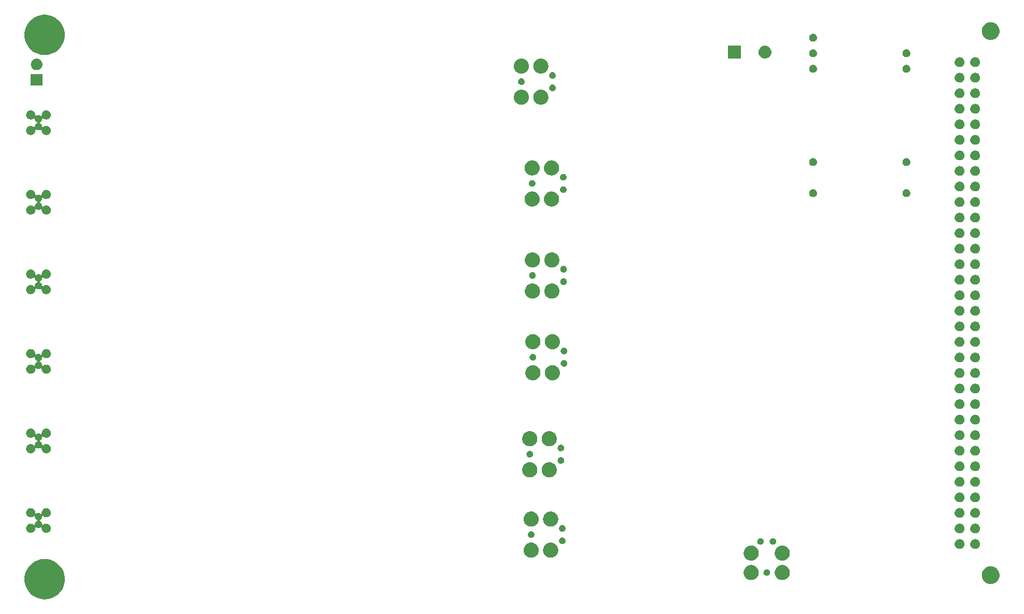
<source format=gbr>
G04 #@! TF.GenerationSoftware,KiCad,Pcbnew,7.0.8*
G04 #@! TF.CreationDate,2025-05-19T15:23:48+02:00*
G04 #@! TF.ProjectId,AXINT_CE6C_CRESUS,4158494e-545f-4434-9536-435f43524553,rev?*
G04 #@! TF.SameCoordinates,Original*
G04 #@! TF.FileFunction,Soldermask,Bot*
G04 #@! TF.FilePolarity,Negative*
%FSLAX46Y46*%
G04 Gerber Fmt 4.6, Leading zero omitted, Abs format (unit mm)*
G04 Created by KiCad (PCBNEW 7.0.8) date 2025-05-19 15:23:48*
%MOMM*%
%LPD*%
G01*
G04 APERTURE LIST*
G04 APERTURE END LIST*
G36*
X74044042Y-131292486D02*
G01*
X74393111Y-131369321D01*
X74731826Y-131483448D01*
X75056216Y-131633527D01*
X75362479Y-131817799D01*
X75647022Y-132034103D01*
X75906511Y-132279904D01*
X76137903Y-132552320D01*
X76338486Y-132848157D01*
X76505906Y-133163946D01*
X76638203Y-133495986D01*
X76733824Y-133840383D01*
X76791649Y-134193099D01*
X76811000Y-134550000D01*
X76791649Y-134906901D01*
X76733824Y-135259617D01*
X76638203Y-135604014D01*
X76505906Y-135936054D01*
X76338486Y-136251843D01*
X76137903Y-136547680D01*
X75906511Y-136820096D01*
X75647022Y-137065897D01*
X75362479Y-137282201D01*
X75056216Y-137466473D01*
X74731826Y-137616552D01*
X74393111Y-137730679D01*
X74044042Y-137807514D01*
X73688713Y-137846159D01*
X73331287Y-137846159D01*
X72975958Y-137807514D01*
X72626889Y-137730679D01*
X72288174Y-137616552D01*
X71963784Y-137466473D01*
X71657521Y-137282201D01*
X71372978Y-137065897D01*
X71113489Y-136820096D01*
X70882097Y-136547680D01*
X70681514Y-136251843D01*
X70514094Y-135936054D01*
X70381797Y-135604014D01*
X70286176Y-135259617D01*
X70228351Y-134906901D01*
X70209000Y-134550000D01*
X70228351Y-134193099D01*
X70286176Y-133840383D01*
X70381797Y-133495986D01*
X70514094Y-133163946D01*
X70681514Y-132848157D01*
X70882097Y-132552320D01*
X71113489Y-132279904D01*
X71372978Y-132034103D01*
X71657521Y-131817799D01*
X71963784Y-131633527D01*
X72288174Y-131483448D01*
X72626889Y-131369321D01*
X72975958Y-131292486D01*
X73331287Y-131253841D01*
X73688713Y-131253841D01*
X74044042Y-131292486D01*
G37*
G36*
X228048066Y-132423956D02*
G01*
X228109823Y-132423956D01*
X228164950Y-132433155D01*
X228216929Y-132437246D01*
X228279525Y-132452274D01*
X228346199Y-132463400D01*
X228393488Y-132479634D01*
X228438263Y-132490384D01*
X228503437Y-132517380D01*
X228572860Y-132541213D01*
X228611636Y-132562197D01*
X228648565Y-132577494D01*
X228714016Y-132617602D01*
X228783622Y-132655271D01*
X228813740Y-132678713D01*
X228842650Y-132696429D01*
X228905833Y-132750392D01*
X228972736Y-132802465D01*
X228994557Y-132826169D01*
X229015739Y-132844260D01*
X229073899Y-132912357D01*
X229135043Y-132978777D01*
X229149416Y-133000776D01*
X229163570Y-133017349D01*
X229213867Y-133099427D01*
X229266116Y-133179400D01*
X229274280Y-133198012D01*
X229282505Y-133211434D01*
X229322139Y-133307120D01*
X229362381Y-133398861D01*
X229365906Y-133412782D01*
X229369615Y-133421736D01*
X229395924Y-133531323D01*
X229421210Y-133631173D01*
X229421902Y-133639526D01*
X229422753Y-133643070D01*
X229433292Y-133776985D01*
X229441000Y-133870000D01*
X229433291Y-133963022D01*
X229422753Y-134096929D01*
X229421902Y-134100472D01*
X229421210Y-134108827D01*
X229395920Y-134208695D01*
X229369615Y-134318263D01*
X229365907Y-134327214D01*
X229362381Y-134341139D01*
X229322132Y-134432896D01*
X229282505Y-134528565D01*
X229274281Y-134541984D01*
X229266116Y-134560600D01*
X229213857Y-134640587D01*
X229163570Y-134722650D01*
X229149419Y-134739218D01*
X229135043Y-134761223D01*
X229073887Y-134827655D01*
X229015739Y-134895739D01*
X228994561Y-134913825D01*
X228972736Y-134937535D01*
X228905820Y-134989617D01*
X228842650Y-135043570D01*
X228813746Y-135061281D01*
X228783622Y-135084729D01*
X228714003Y-135122404D01*
X228648565Y-135162505D01*
X228611644Y-135177797D01*
X228572860Y-135198787D01*
X228503423Y-135222624D01*
X228438263Y-135249615D01*
X228393497Y-135260362D01*
X228346199Y-135276600D01*
X228279511Y-135287728D01*
X228216929Y-135302753D01*
X228164962Y-135306842D01*
X228109823Y-135316044D01*
X228048054Y-135316044D01*
X227990000Y-135320613D01*
X227931946Y-135316044D01*
X227870177Y-135316044D01*
X227815038Y-135306843D01*
X227763070Y-135302753D01*
X227700484Y-135287727D01*
X227633801Y-135276600D01*
X227586504Y-135260363D01*
X227541736Y-135249615D01*
X227476570Y-135222622D01*
X227407140Y-135198787D01*
X227368358Y-135177799D01*
X227331434Y-135162505D01*
X227265988Y-135122400D01*
X227196378Y-135084729D01*
X227166257Y-135061284D01*
X227137349Y-135043570D01*
X227074168Y-134989608D01*
X227007264Y-134937535D01*
X226985441Y-134913829D01*
X226964260Y-134895739D01*
X226906098Y-134827640D01*
X226844957Y-134761223D01*
X226830584Y-134739223D01*
X226816429Y-134722650D01*
X226766126Y-134640562D01*
X226713884Y-134560600D01*
X226705720Y-134541990D01*
X226697494Y-134528565D01*
X226657850Y-134432856D01*
X226617619Y-134341139D01*
X226614094Y-134327220D01*
X226610384Y-134318263D01*
X226584060Y-134208619D01*
X226558790Y-134108827D01*
X226558098Y-134100478D01*
X226557246Y-134096929D01*
X226546688Y-133962781D01*
X226539000Y-133870000D01*
X226546687Y-133777225D01*
X226557246Y-133643070D01*
X226558098Y-133639519D01*
X226558790Y-133631173D01*
X226584056Y-133531399D01*
X226610384Y-133421736D01*
X226614095Y-133412776D01*
X226617619Y-133398861D01*
X226657842Y-133307160D01*
X226697494Y-133211434D01*
X226705722Y-133198006D01*
X226713884Y-133179400D01*
X226766116Y-133099452D01*
X226816429Y-133017349D01*
X226830587Y-133000771D01*
X226844957Y-132978777D01*
X226906087Y-132912372D01*
X226964260Y-132844260D01*
X226985446Y-132826165D01*
X227007264Y-132802465D01*
X227074155Y-132750401D01*
X227137349Y-132696429D01*
X227166263Y-132678710D01*
X227196378Y-132655271D01*
X227265974Y-132617607D01*
X227331434Y-132577494D01*
X227368366Y-132562196D01*
X227407140Y-132541213D01*
X227476556Y-132517382D01*
X227541736Y-132490384D01*
X227586514Y-132479633D01*
X227633801Y-132463400D01*
X227700471Y-132452274D01*
X227763070Y-132437246D01*
X227815049Y-132433155D01*
X227870177Y-132423956D01*
X227931933Y-132423956D01*
X227990000Y-132419386D01*
X228048066Y-132423956D01*
G37*
G36*
X188936980Y-132220282D02*
G01*
X188985988Y-132220282D01*
X189040002Y-132229295D01*
X189098806Y-132234440D01*
X189144985Y-132246813D01*
X189187667Y-132253936D01*
X189244924Y-132273592D01*
X189307326Y-132290313D01*
X189345550Y-132308137D01*
X189381058Y-132320327D01*
X189439398Y-132351899D01*
X189502976Y-132381546D01*
X189532905Y-132402502D01*
X189560882Y-132417643D01*
X189617833Y-132461969D01*
X189679811Y-132505367D01*
X189701653Y-132527209D01*
X189722238Y-132543231D01*
X189775118Y-132600674D01*
X189832459Y-132658015D01*
X189846932Y-132678685D01*
X189860725Y-132693668D01*
X189906744Y-132764106D01*
X189956280Y-132834850D01*
X189964547Y-132852579D01*
X189972557Y-132864839D01*
X190008908Y-132947712D01*
X190047513Y-133030500D01*
X190051108Y-133043919D01*
X190054694Y-133052093D01*
X190078699Y-133146887D01*
X190103386Y-133239020D01*
X190104101Y-133247201D01*
X190104887Y-133250302D01*
X190114090Y-133361367D01*
X190122201Y-133454075D01*
X190114089Y-133546791D01*
X190104887Y-133657847D01*
X190104101Y-133660947D01*
X190103386Y-133669130D01*
X190078694Y-133761279D01*
X190054694Y-133856056D01*
X190051109Y-133864228D01*
X190047513Y-133877650D01*
X190008901Y-133960453D01*
X189972557Y-134043310D01*
X189964548Y-134055567D01*
X189956280Y-134073300D01*
X189906734Y-134144057D01*
X189860725Y-134214481D01*
X189846935Y-134229460D01*
X189832459Y-134250135D01*
X189775106Y-134307487D01*
X189722238Y-134364918D01*
X189701657Y-134380936D01*
X189679811Y-134402783D01*
X189617820Y-134446189D01*
X189560882Y-134490506D01*
X189532911Y-134505642D01*
X189502976Y-134526604D01*
X189439385Y-134556256D01*
X189381058Y-134587822D01*
X189345558Y-134600009D01*
X189307326Y-134617837D01*
X189244911Y-134634560D01*
X189187667Y-134654213D01*
X189144992Y-134661334D01*
X189098806Y-134673710D01*
X189039998Y-134678854D01*
X188985988Y-134687868D01*
X188936980Y-134687868D01*
X188883751Y-134692525D01*
X188830522Y-134687868D01*
X188781514Y-134687868D01*
X188727502Y-134678854D01*
X188668696Y-134673710D01*
X188622510Y-134661334D01*
X188579834Y-134654213D01*
X188522585Y-134634559D01*
X188460176Y-134617837D01*
X188421946Y-134600010D01*
X188386443Y-134587822D01*
X188328109Y-134556253D01*
X188264526Y-134526604D01*
X188234593Y-134505645D01*
X188206619Y-134490506D01*
X188149671Y-134446182D01*
X188087691Y-134402783D01*
X188065847Y-134380939D01*
X188045263Y-134364918D01*
X187992382Y-134307474D01*
X187935043Y-134250135D01*
X187920569Y-134229464D01*
X187906776Y-134214481D01*
X187860752Y-134144036D01*
X187811222Y-134073300D01*
X187802955Y-134055572D01*
X187794944Y-134043310D01*
X187758584Y-133960417D01*
X187719989Y-133877650D01*
X187716394Y-133864233D01*
X187712807Y-133856056D01*
X187688789Y-133761211D01*
X187664116Y-133669130D01*
X187663400Y-133660953D01*
X187662614Y-133657847D01*
X187653393Y-133546574D01*
X187645301Y-133454075D01*
X187653393Y-133361583D01*
X187662614Y-133250302D01*
X187663400Y-133247195D01*
X187664116Y-133239020D01*
X187688784Y-133146955D01*
X187712807Y-133052093D01*
X187716394Y-133043913D01*
X187719989Y-133030500D01*
X187758576Y-132947748D01*
X187794944Y-132864839D01*
X187802957Y-132852573D01*
X187811222Y-132834850D01*
X187860742Y-132764127D01*
X187906776Y-132693668D01*
X187920572Y-132678680D01*
X187935043Y-132658015D01*
X187992371Y-132600686D01*
X188045263Y-132543231D01*
X188065852Y-132527205D01*
X188087691Y-132505367D01*
X188149658Y-132461976D01*
X188206619Y-132417643D01*
X188234599Y-132402500D01*
X188264526Y-132381546D01*
X188328096Y-132351902D01*
X188386443Y-132320327D01*
X188421954Y-132308135D01*
X188460176Y-132290313D01*
X188522572Y-132273593D01*
X188579834Y-132253936D01*
X188622518Y-132246813D01*
X188668696Y-132234440D01*
X188727499Y-132229295D01*
X188781514Y-132220282D01*
X188830522Y-132220282D01*
X188883751Y-132215625D01*
X188936980Y-132220282D01*
G37*
G36*
X194016980Y-132220282D02*
G01*
X194065988Y-132220282D01*
X194120002Y-132229295D01*
X194178806Y-132234440D01*
X194224985Y-132246813D01*
X194267667Y-132253936D01*
X194324924Y-132273592D01*
X194387326Y-132290313D01*
X194425550Y-132308137D01*
X194461058Y-132320327D01*
X194519398Y-132351899D01*
X194582976Y-132381546D01*
X194612905Y-132402502D01*
X194640882Y-132417643D01*
X194697833Y-132461969D01*
X194759811Y-132505367D01*
X194781653Y-132527209D01*
X194802238Y-132543231D01*
X194855118Y-132600674D01*
X194912459Y-132658015D01*
X194926932Y-132678685D01*
X194940725Y-132693668D01*
X194986744Y-132764106D01*
X195036280Y-132834850D01*
X195044547Y-132852579D01*
X195052557Y-132864839D01*
X195088908Y-132947712D01*
X195127513Y-133030500D01*
X195131108Y-133043919D01*
X195134694Y-133052093D01*
X195158699Y-133146887D01*
X195183386Y-133239020D01*
X195184101Y-133247201D01*
X195184887Y-133250302D01*
X195194090Y-133361367D01*
X195202201Y-133454075D01*
X195194089Y-133546791D01*
X195184887Y-133657847D01*
X195184101Y-133660947D01*
X195183386Y-133669130D01*
X195158694Y-133761279D01*
X195134694Y-133856056D01*
X195131109Y-133864228D01*
X195127513Y-133877650D01*
X195088901Y-133960453D01*
X195052557Y-134043310D01*
X195044548Y-134055567D01*
X195036280Y-134073300D01*
X194986734Y-134144057D01*
X194940725Y-134214481D01*
X194926935Y-134229460D01*
X194912459Y-134250135D01*
X194855106Y-134307487D01*
X194802238Y-134364918D01*
X194781657Y-134380936D01*
X194759811Y-134402783D01*
X194697820Y-134446189D01*
X194640882Y-134490506D01*
X194612911Y-134505642D01*
X194582976Y-134526604D01*
X194519385Y-134556256D01*
X194461058Y-134587822D01*
X194425558Y-134600009D01*
X194387326Y-134617837D01*
X194324911Y-134634560D01*
X194267667Y-134654213D01*
X194224992Y-134661334D01*
X194178806Y-134673710D01*
X194119998Y-134678854D01*
X194065988Y-134687868D01*
X194016980Y-134687868D01*
X193963751Y-134692525D01*
X193910522Y-134687868D01*
X193861514Y-134687868D01*
X193807502Y-134678854D01*
X193748696Y-134673710D01*
X193702510Y-134661334D01*
X193659834Y-134654213D01*
X193602585Y-134634559D01*
X193540176Y-134617837D01*
X193501946Y-134600010D01*
X193466443Y-134587822D01*
X193408109Y-134556253D01*
X193344526Y-134526604D01*
X193314593Y-134505645D01*
X193286619Y-134490506D01*
X193229671Y-134446182D01*
X193167691Y-134402783D01*
X193145847Y-134380939D01*
X193125263Y-134364918D01*
X193072382Y-134307474D01*
X193015043Y-134250135D01*
X193000569Y-134229464D01*
X192986776Y-134214481D01*
X192940752Y-134144036D01*
X192891222Y-134073300D01*
X192882955Y-134055572D01*
X192874944Y-134043310D01*
X192838584Y-133960417D01*
X192799989Y-133877650D01*
X192796394Y-133864233D01*
X192792807Y-133856056D01*
X192768789Y-133761211D01*
X192744116Y-133669130D01*
X192743400Y-133660953D01*
X192742614Y-133657847D01*
X192733393Y-133546574D01*
X192725301Y-133454075D01*
X192733393Y-133361583D01*
X192742614Y-133250302D01*
X192743400Y-133247195D01*
X192744116Y-133239020D01*
X192768784Y-133146955D01*
X192792807Y-133052093D01*
X192796394Y-133043913D01*
X192799989Y-133030500D01*
X192838576Y-132947748D01*
X192874944Y-132864839D01*
X192882957Y-132852573D01*
X192891222Y-132834850D01*
X192940742Y-132764127D01*
X192986776Y-132693668D01*
X193000572Y-132678680D01*
X193015043Y-132658015D01*
X193072371Y-132600686D01*
X193125263Y-132543231D01*
X193145852Y-132527205D01*
X193167691Y-132505367D01*
X193229658Y-132461976D01*
X193286619Y-132417643D01*
X193314599Y-132402500D01*
X193344526Y-132381546D01*
X193408096Y-132351902D01*
X193466443Y-132320327D01*
X193501954Y-132308135D01*
X193540176Y-132290313D01*
X193602572Y-132273593D01*
X193659834Y-132253936D01*
X193702518Y-132246813D01*
X193748696Y-132234440D01*
X193807499Y-132229295D01*
X193861514Y-132220282D01*
X193910522Y-132220282D01*
X193963751Y-132215625D01*
X194016980Y-132220282D01*
G37*
G36*
X191460939Y-132912471D02*
G01*
X191489512Y-132912471D01*
X191522275Y-132920546D01*
X191565196Y-132926197D01*
X191594575Y-132938366D01*
X191617218Y-132943947D01*
X191651548Y-132961965D01*
X191697001Y-132980792D01*
X191717738Y-132996704D01*
X191733676Y-133005069D01*
X191766260Y-133033936D01*
X191810185Y-133067641D01*
X191822669Y-133083910D01*
X191832124Y-133092287D01*
X191859238Y-133131569D01*
X191897034Y-133180825D01*
X191902730Y-133194577D01*
X191906840Y-133200531D01*
X191924668Y-133247540D01*
X191951629Y-133312630D01*
X191952839Y-133321821D01*
X191953478Y-133323506D01*
X191958427Y-133364267D01*
X191970251Y-133454075D01*
X191958426Y-133543890D01*
X191953478Y-133584643D01*
X191952839Y-133586327D01*
X191951629Y-133595520D01*
X191924663Y-133660620D01*
X191906840Y-133707618D01*
X191902731Y-133713570D01*
X191897034Y-133727325D01*
X191859231Y-133776589D01*
X191832124Y-133815862D01*
X191822671Y-133824236D01*
X191810185Y-133840509D01*
X191766252Y-133874219D01*
X191733676Y-133903080D01*
X191717742Y-133911442D01*
X191697001Y-133927358D01*
X191651539Y-133946188D01*
X191617218Y-133964202D01*
X191594580Y-133969781D01*
X191565196Y-133981953D01*
X191522273Y-133987604D01*
X191489512Y-133995679D01*
X191460939Y-133995679D01*
X191423751Y-134000575D01*
X191386563Y-133995679D01*
X191357990Y-133995679D01*
X191325228Y-133987603D01*
X191282306Y-133981953D01*
X191252923Y-133969782D01*
X191230283Y-133964202D01*
X191195957Y-133946186D01*
X191150501Y-133927358D01*
X191129761Y-133911444D01*
X191113825Y-133903080D01*
X191081242Y-133874213D01*
X191037317Y-133840509D01*
X191024832Y-133824239D01*
X191015377Y-133815862D01*
X190988260Y-133776576D01*
X190950468Y-133727325D01*
X190944772Y-133713574D01*
X190940661Y-133707618D01*
X190922826Y-133660591D01*
X190895873Y-133595520D01*
X190894663Y-133586331D01*
X190894023Y-133584643D01*
X190889062Y-133543792D01*
X190877251Y-133454075D01*
X190889061Y-133364365D01*
X190894023Y-133323506D01*
X190894663Y-133321817D01*
X190895873Y-133312630D01*
X190922821Y-133247569D01*
X190940661Y-133200531D01*
X190944773Y-133194573D01*
X190950468Y-133180825D01*
X190988253Y-133131582D01*
X191015377Y-133092287D01*
X191024835Y-133083907D01*
X191037317Y-133067641D01*
X191081233Y-133033942D01*
X191113825Y-133005069D01*
X191129765Y-132996702D01*
X191150501Y-132980792D01*
X191195948Y-132961967D01*
X191230283Y-132943947D01*
X191252927Y-132938365D01*
X191282306Y-132926197D01*
X191325226Y-132920546D01*
X191357990Y-132912471D01*
X191386563Y-132912471D01*
X191423751Y-132907575D01*
X191460939Y-132912471D01*
G37*
G36*
X188936980Y-129045282D02*
G01*
X188985988Y-129045282D01*
X189040002Y-129054295D01*
X189098806Y-129059440D01*
X189144985Y-129071813D01*
X189187667Y-129078936D01*
X189244924Y-129098592D01*
X189307326Y-129115313D01*
X189345550Y-129133137D01*
X189381058Y-129145327D01*
X189439398Y-129176899D01*
X189502976Y-129206546D01*
X189532905Y-129227502D01*
X189560882Y-129242643D01*
X189617833Y-129286969D01*
X189679811Y-129330367D01*
X189701653Y-129352209D01*
X189722238Y-129368231D01*
X189775118Y-129425674D01*
X189832459Y-129483015D01*
X189846932Y-129503685D01*
X189860725Y-129518668D01*
X189906744Y-129589106D01*
X189956280Y-129659850D01*
X189964547Y-129677579D01*
X189972557Y-129689839D01*
X190008908Y-129772712D01*
X190047513Y-129855500D01*
X190051108Y-129868919D01*
X190054694Y-129877093D01*
X190078699Y-129971887D01*
X190103386Y-130064020D01*
X190104101Y-130072201D01*
X190104887Y-130075302D01*
X190114090Y-130186367D01*
X190122201Y-130279075D01*
X190114089Y-130371791D01*
X190104887Y-130482847D01*
X190104101Y-130485947D01*
X190103386Y-130494130D01*
X190078694Y-130586279D01*
X190054694Y-130681056D01*
X190051109Y-130689228D01*
X190047513Y-130702650D01*
X190008901Y-130785453D01*
X189972557Y-130868310D01*
X189964548Y-130880567D01*
X189956280Y-130898300D01*
X189906734Y-130969057D01*
X189860725Y-131039481D01*
X189846935Y-131054460D01*
X189832459Y-131075135D01*
X189775106Y-131132487D01*
X189722238Y-131189918D01*
X189701657Y-131205936D01*
X189679811Y-131227783D01*
X189617820Y-131271189D01*
X189560882Y-131315506D01*
X189532911Y-131330642D01*
X189502976Y-131351604D01*
X189439385Y-131381256D01*
X189381058Y-131412822D01*
X189345558Y-131425009D01*
X189307326Y-131442837D01*
X189244911Y-131459560D01*
X189187667Y-131479213D01*
X189144992Y-131486334D01*
X189098806Y-131498710D01*
X189039998Y-131503854D01*
X188985988Y-131512868D01*
X188936980Y-131512868D01*
X188883751Y-131517525D01*
X188830522Y-131512868D01*
X188781514Y-131512868D01*
X188727502Y-131503854D01*
X188668696Y-131498710D01*
X188622510Y-131486334D01*
X188579834Y-131479213D01*
X188522585Y-131459559D01*
X188460176Y-131442837D01*
X188421946Y-131425010D01*
X188386443Y-131412822D01*
X188328109Y-131381253D01*
X188264526Y-131351604D01*
X188234593Y-131330645D01*
X188206619Y-131315506D01*
X188149671Y-131271182D01*
X188087691Y-131227783D01*
X188065847Y-131205939D01*
X188045263Y-131189918D01*
X187992382Y-131132474D01*
X187935043Y-131075135D01*
X187920569Y-131054464D01*
X187906776Y-131039481D01*
X187860752Y-130969036D01*
X187811222Y-130898300D01*
X187802955Y-130880572D01*
X187794944Y-130868310D01*
X187758584Y-130785417D01*
X187719989Y-130702650D01*
X187716394Y-130689233D01*
X187712807Y-130681056D01*
X187688789Y-130586211D01*
X187664116Y-130494130D01*
X187663400Y-130485953D01*
X187662614Y-130482847D01*
X187653393Y-130371574D01*
X187645301Y-130279075D01*
X187653393Y-130186583D01*
X187662614Y-130075302D01*
X187663400Y-130072195D01*
X187664116Y-130064020D01*
X187688784Y-129971955D01*
X187712807Y-129877093D01*
X187716394Y-129868913D01*
X187719989Y-129855500D01*
X187758576Y-129772748D01*
X187794944Y-129689839D01*
X187802957Y-129677573D01*
X187811222Y-129659850D01*
X187860742Y-129589127D01*
X187906776Y-129518668D01*
X187920572Y-129503680D01*
X187935043Y-129483015D01*
X187992371Y-129425686D01*
X188045263Y-129368231D01*
X188065852Y-129352205D01*
X188087691Y-129330367D01*
X188149658Y-129286976D01*
X188206619Y-129242643D01*
X188234599Y-129227500D01*
X188264526Y-129206546D01*
X188328096Y-129176902D01*
X188386443Y-129145327D01*
X188421954Y-129133135D01*
X188460176Y-129115313D01*
X188522572Y-129098593D01*
X188579834Y-129078936D01*
X188622518Y-129071813D01*
X188668696Y-129059440D01*
X188727499Y-129054295D01*
X188781514Y-129045282D01*
X188830522Y-129045282D01*
X188883751Y-129040625D01*
X188936980Y-129045282D01*
G37*
G36*
X194016980Y-129045282D02*
G01*
X194065988Y-129045282D01*
X194120002Y-129054295D01*
X194178806Y-129059440D01*
X194224985Y-129071813D01*
X194267667Y-129078936D01*
X194324924Y-129098592D01*
X194387326Y-129115313D01*
X194425550Y-129133137D01*
X194461058Y-129145327D01*
X194519398Y-129176899D01*
X194582976Y-129206546D01*
X194612905Y-129227502D01*
X194640882Y-129242643D01*
X194697833Y-129286969D01*
X194759811Y-129330367D01*
X194781653Y-129352209D01*
X194802238Y-129368231D01*
X194855118Y-129425674D01*
X194912459Y-129483015D01*
X194926932Y-129503685D01*
X194940725Y-129518668D01*
X194986744Y-129589106D01*
X195036280Y-129659850D01*
X195044547Y-129677579D01*
X195052557Y-129689839D01*
X195088908Y-129772712D01*
X195127513Y-129855500D01*
X195131108Y-129868919D01*
X195134694Y-129877093D01*
X195158699Y-129971887D01*
X195183386Y-130064020D01*
X195184101Y-130072201D01*
X195184887Y-130075302D01*
X195194090Y-130186367D01*
X195202201Y-130279075D01*
X195194089Y-130371791D01*
X195184887Y-130482847D01*
X195184101Y-130485947D01*
X195183386Y-130494130D01*
X195158694Y-130586279D01*
X195134694Y-130681056D01*
X195131109Y-130689228D01*
X195127513Y-130702650D01*
X195088901Y-130785453D01*
X195052557Y-130868310D01*
X195044548Y-130880567D01*
X195036280Y-130898300D01*
X194986734Y-130969057D01*
X194940725Y-131039481D01*
X194926935Y-131054460D01*
X194912459Y-131075135D01*
X194855106Y-131132487D01*
X194802238Y-131189918D01*
X194781657Y-131205936D01*
X194759811Y-131227783D01*
X194697820Y-131271189D01*
X194640882Y-131315506D01*
X194612911Y-131330642D01*
X194582976Y-131351604D01*
X194519385Y-131381256D01*
X194461058Y-131412822D01*
X194425558Y-131425009D01*
X194387326Y-131442837D01*
X194324911Y-131459560D01*
X194267667Y-131479213D01*
X194224992Y-131486334D01*
X194178806Y-131498710D01*
X194119998Y-131503854D01*
X194065988Y-131512868D01*
X194016980Y-131512868D01*
X193963751Y-131517525D01*
X193910522Y-131512868D01*
X193861514Y-131512868D01*
X193807502Y-131503854D01*
X193748696Y-131498710D01*
X193702510Y-131486334D01*
X193659834Y-131479213D01*
X193602585Y-131459559D01*
X193540176Y-131442837D01*
X193501946Y-131425010D01*
X193466443Y-131412822D01*
X193408109Y-131381253D01*
X193344526Y-131351604D01*
X193314593Y-131330645D01*
X193286619Y-131315506D01*
X193229671Y-131271182D01*
X193167691Y-131227783D01*
X193145847Y-131205939D01*
X193125263Y-131189918D01*
X193072382Y-131132474D01*
X193015043Y-131075135D01*
X193000569Y-131054464D01*
X192986776Y-131039481D01*
X192940752Y-130969036D01*
X192891222Y-130898300D01*
X192882955Y-130880572D01*
X192874944Y-130868310D01*
X192838584Y-130785417D01*
X192799989Y-130702650D01*
X192796394Y-130689233D01*
X192792807Y-130681056D01*
X192768789Y-130586211D01*
X192744116Y-130494130D01*
X192743400Y-130485953D01*
X192742614Y-130482847D01*
X192733393Y-130371574D01*
X192725301Y-130279075D01*
X192733393Y-130186583D01*
X192742614Y-130075302D01*
X192743400Y-130072195D01*
X192744116Y-130064020D01*
X192768784Y-129971955D01*
X192792807Y-129877093D01*
X192796394Y-129868913D01*
X192799989Y-129855500D01*
X192838576Y-129772748D01*
X192874944Y-129689839D01*
X192882957Y-129677573D01*
X192891222Y-129659850D01*
X192940742Y-129589127D01*
X192986776Y-129518668D01*
X193000572Y-129503680D01*
X193015043Y-129483015D01*
X193072371Y-129425686D01*
X193125263Y-129368231D01*
X193145852Y-129352205D01*
X193167691Y-129330367D01*
X193229658Y-129286976D01*
X193286619Y-129242643D01*
X193314599Y-129227500D01*
X193344526Y-129206546D01*
X193408096Y-129176902D01*
X193466443Y-129145327D01*
X193501954Y-129133135D01*
X193540176Y-129115313D01*
X193602572Y-129098593D01*
X193659834Y-129078936D01*
X193702518Y-129071813D01*
X193748696Y-129059440D01*
X193807499Y-129054295D01*
X193861514Y-129045282D01*
X193910522Y-129045282D01*
X193963751Y-129040625D01*
X194016980Y-129045282D01*
G37*
G36*
X153009554Y-128560207D02*
G01*
X153058562Y-128560207D01*
X153112576Y-128569220D01*
X153171380Y-128574365D01*
X153217559Y-128586738D01*
X153260241Y-128593861D01*
X153317498Y-128613517D01*
X153379900Y-128630238D01*
X153418124Y-128648062D01*
X153453632Y-128660252D01*
X153511972Y-128691824D01*
X153575550Y-128721471D01*
X153605479Y-128742427D01*
X153633456Y-128757568D01*
X153690407Y-128801894D01*
X153752385Y-128845292D01*
X153774227Y-128867134D01*
X153794812Y-128883156D01*
X153847692Y-128940599D01*
X153905033Y-128997940D01*
X153919506Y-129018610D01*
X153933299Y-129033593D01*
X153979318Y-129104031D01*
X154028854Y-129174775D01*
X154037121Y-129192504D01*
X154045131Y-129204764D01*
X154081482Y-129287637D01*
X154120087Y-129370425D01*
X154123682Y-129383844D01*
X154127268Y-129392018D01*
X154151273Y-129486812D01*
X154175960Y-129578945D01*
X154176675Y-129587126D01*
X154177461Y-129590227D01*
X154186664Y-129701292D01*
X154194775Y-129794000D01*
X154186663Y-129886716D01*
X154177461Y-129997772D01*
X154176675Y-130000872D01*
X154175960Y-130009055D01*
X154151268Y-130101204D01*
X154127268Y-130195981D01*
X154123683Y-130204153D01*
X154120087Y-130217575D01*
X154081475Y-130300378D01*
X154045131Y-130383235D01*
X154037122Y-130395492D01*
X154028854Y-130413225D01*
X153979308Y-130483982D01*
X153933299Y-130554406D01*
X153919509Y-130569385D01*
X153905033Y-130590060D01*
X153847680Y-130647412D01*
X153794812Y-130704843D01*
X153774231Y-130720861D01*
X153752385Y-130742708D01*
X153690394Y-130786114D01*
X153633456Y-130830431D01*
X153605485Y-130845567D01*
X153575550Y-130866529D01*
X153511959Y-130896181D01*
X153453632Y-130927747D01*
X153418132Y-130939934D01*
X153379900Y-130957762D01*
X153317485Y-130974485D01*
X153260241Y-130994138D01*
X153217566Y-131001259D01*
X153171380Y-131013635D01*
X153112572Y-131018779D01*
X153058562Y-131027793D01*
X153009554Y-131027793D01*
X152956325Y-131032450D01*
X152903096Y-131027793D01*
X152854088Y-131027793D01*
X152800076Y-131018779D01*
X152741270Y-131013635D01*
X152695084Y-131001259D01*
X152652408Y-130994138D01*
X152595159Y-130974484D01*
X152532750Y-130957762D01*
X152494520Y-130939935D01*
X152459017Y-130927747D01*
X152400683Y-130896178D01*
X152337100Y-130866529D01*
X152307167Y-130845570D01*
X152279193Y-130830431D01*
X152222245Y-130786107D01*
X152160265Y-130742708D01*
X152138421Y-130720864D01*
X152117837Y-130704843D01*
X152064956Y-130647399D01*
X152007617Y-130590060D01*
X151993143Y-130569389D01*
X151979350Y-130554406D01*
X151933326Y-130483961D01*
X151883796Y-130413225D01*
X151875529Y-130395497D01*
X151867518Y-130383235D01*
X151831158Y-130300342D01*
X151792563Y-130217575D01*
X151788968Y-130204158D01*
X151785381Y-130195981D01*
X151761363Y-130101136D01*
X151736690Y-130009055D01*
X151735974Y-130000878D01*
X151735188Y-129997772D01*
X151725967Y-129886499D01*
X151717875Y-129794000D01*
X151725967Y-129701508D01*
X151735188Y-129590227D01*
X151735974Y-129587120D01*
X151736690Y-129578945D01*
X151761358Y-129486880D01*
X151785381Y-129392018D01*
X151788968Y-129383838D01*
X151792563Y-129370425D01*
X151831150Y-129287673D01*
X151867518Y-129204764D01*
X151875531Y-129192498D01*
X151883796Y-129174775D01*
X151933316Y-129104052D01*
X151979350Y-129033593D01*
X151993146Y-129018605D01*
X152007617Y-128997940D01*
X152064945Y-128940611D01*
X152117837Y-128883156D01*
X152138426Y-128867130D01*
X152160265Y-128845292D01*
X152222232Y-128801901D01*
X152279193Y-128757568D01*
X152307173Y-128742425D01*
X152337100Y-128721471D01*
X152400670Y-128691827D01*
X152459017Y-128660252D01*
X152494528Y-128648060D01*
X152532750Y-128630238D01*
X152595146Y-128613518D01*
X152652408Y-128593861D01*
X152695092Y-128586738D01*
X152741270Y-128574365D01*
X152800073Y-128569220D01*
X152854088Y-128560207D01*
X152903096Y-128560207D01*
X152956325Y-128555550D01*
X153009554Y-128560207D01*
G37*
G36*
X156184554Y-128560207D02*
G01*
X156233562Y-128560207D01*
X156287576Y-128569220D01*
X156346380Y-128574365D01*
X156392559Y-128586738D01*
X156435241Y-128593861D01*
X156492498Y-128613517D01*
X156554900Y-128630238D01*
X156593124Y-128648062D01*
X156628632Y-128660252D01*
X156686972Y-128691824D01*
X156750550Y-128721471D01*
X156780479Y-128742427D01*
X156808456Y-128757568D01*
X156865407Y-128801894D01*
X156927385Y-128845292D01*
X156949227Y-128867134D01*
X156969812Y-128883156D01*
X157022692Y-128940599D01*
X157080033Y-128997940D01*
X157094506Y-129018610D01*
X157108299Y-129033593D01*
X157154318Y-129104031D01*
X157203854Y-129174775D01*
X157212121Y-129192504D01*
X157220131Y-129204764D01*
X157256482Y-129287637D01*
X157295087Y-129370425D01*
X157298682Y-129383844D01*
X157302268Y-129392018D01*
X157326273Y-129486812D01*
X157350960Y-129578945D01*
X157351675Y-129587126D01*
X157352461Y-129590227D01*
X157361664Y-129701292D01*
X157369775Y-129794000D01*
X157361663Y-129886716D01*
X157352461Y-129997772D01*
X157351675Y-130000872D01*
X157350960Y-130009055D01*
X157326268Y-130101204D01*
X157302268Y-130195981D01*
X157298683Y-130204153D01*
X157295087Y-130217575D01*
X157256475Y-130300378D01*
X157220131Y-130383235D01*
X157212122Y-130395492D01*
X157203854Y-130413225D01*
X157154308Y-130483982D01*
X157108299Y-130554406D01*
X157094509Y-130569385D01*
X157080033Y-130590060D01*
X157022680Y-130647412D01*
X156969812Y-130704843D01*
X156949231Y-130720861D01*
X156927385Y-130742708D01*
X156865394Y-130786114D01*
X156808456Y-130830431D01*
X156780485Y-130845567D01*
X156750550Y-130866529D01*
X156686959Y-130896181D01*
X156628632Y-130927747D01*
X156593132Y-130939934D01*
X156554900Y-130957762D01*
X156492485Y-130974485D01*
X156435241Y-130994138D01*
X156392566Y-131001259D01*
X156346380Y-131013635D01*
X156287572Y-131018779D01*
X156233562Y-131027793D01*
X156184554Y-131027793D01*
X156131325Y-131032450D01*
X156078096Y-131027793D01*
X156029088Y-131027793D01*
X155975076Y-131018779D01*
X155916270Y-131013635D01*
X155870084Y-131001259D01*
X155827408Y-130994138D01*
X155770159Y-130974484D01*
X155707750Y-130957762D01*
X155669520Y-130939935D01*
X155634017Y-130927747D01*
X155575683Y-130896178D01*
X155512100Y-130866529D01*
X155482167Y-130845570D01*
X155454193Y-130830431D01*
X155397245Y-130786107D01*
X155335265Y-130742708D01*
X155313421Y-130720864D01*
X155292837Y-130704843D01*
X155239956Y-130647399D01*
X155182617Y-130590060D01*
X155168143Y-130569389D01*
X155154350Y-130554406D01*
X155108326Y-130483961D01*
X155058796Y-130413225D01*
X155050529Y-130395497D01*
X155042518Y-130383235D01*
X155006158Y-130300342D01*
X154967563Y-130217575D01*
X154963968Y-130204158D01*
X154960381Y-130195981D01*
X154936363Y-130101136D01*
X154911690Y-130009055D01*
X154910974Y-130000878D01*
X154910188Y-129997772D01*
X154900967Y-129886499D01*
X154892875Y-129794000D01*
X154900967Y-129701508D01*
X154910188Y-129590227D01*
X154910974Y-129587120D01*
X154911690Y-129578945D01*
X154936358Y-129486880D01*
X154960381Y-129392018D01*
X154963968Y-129383838D01*
X154967563Y-129370425D01*
X155006150Y-129287673D01*
X155042518Y-129204764D01*
X155050531Y-129192498D01*
X155058796Y-129174775D01*
X155108316Y-129104052D01*
X155154350Y-129033593D01*
X155168146Y-129018605D01*
X155182617Y-128997940D01*
X155239945Y-128940611D01*
X155292837Y-128883156D01*
X155313426Y-128867130D01*
X155335265Y-128845292D01*
X155397232Y-128801901D01*
X155454193Y-128757568D01*
X155482173Y-128742425D01*
X155512100Y-128721471D01*
X155575670Y-128691827D01*
X155634017Y-128660252D01*
X155669528Y-128648060D01*
X155707750Y-128630238D01*
X155770146Y-128613518D01*
X155827408Y-128593861D01*
X155870092Y-128586738D01*
X155916270Y-128574365D01*
X155975073Y-128569220D01*
X156029088Y-128560207D01*
X156078096Y-128560207D01*
X156131325Y-128555550D01*
X156184554Y-128560207D01*
G37*
G36*
X222955023Y-127994073D02*
G01*
X222993657Y-127994073D01*
X223037240Y-128003336D01*
X223088239Y-128009083D01*
X223125321Y-128022058D01*
X223157306Y-128028857D01*
X223203401Y-128049379D01*
X223257541Y-128068324D01*
X223285719Y-128086029D01*
X223310157Y-128096910D01*
X223355720Y-128130014D01*
X223409415Y-128163753D01*
X223428700Y-128183038D01*
X223445512Y-128195253D01*
X223487076Y-128241414D01*
X223536247Y-128290585D01*
X223547555Y-128308582D01*
X223557467Y-128319590D01*
X223591376Y-128378322D01*
X223631676Y-128442459D01*
X223636707Y-128456838D01*
X223641120Y-128464481D01*
X223663718Y-128534030D01*
X223690917Y-128611761D01*
X223691948Y-128620913D01*
X223692823Y-128623606D01*
X223700750Y-128699038D01*
X223711000Y-128790000D01*
X223700750Y-128880969D01*
X223692823Y-128956393D01*
X223691948Y-128959084D01*
X223690917Y-128968239D01*
X223663713Y-129045982D01*
X223641120Y-129115518D01*
X223636708Y-129123159D01*
X223631676Y-129137541D01*
X223591369Y-129201688D01*
X223557467Y-129260409D01*
X223547557Y-129271414D01*
X223536247Y-129289415D01*
X223487067Y-129338594D01*
X223445512Y-129384746D01*
X223428704Y-129396957D01*
X223409415Y-129416247D01*
X223355710Y-129449992D01*
X223310157Y-129483089D01*
X223285725Y-129493966D01*
X223257541Y-129511676D01*
X223203391Y-129530623D01*
X223157306Y-129551142D01*
X223125327Y-129557939D01*
X223088239Y-129570917D01*
X223037237Y-129576663D01*
X222993657Y-129585927D01*
X222955023Y-129585927D01*
X222910000Y-129591000D01*
X222864977Y-129585927D01*
X222826343Y-129585927D01*
X222782761Y-129576663D01*
X222731761Y-129570917D01*
X222694674Y-129557939D01*
X222662693Y-129551142D01*
X222616603Y-129530622D01*
X222562459Y-129511676D01*
X222534277Y-129493968D01*
X222509842Y-129483089D01*
X222464282Y-129449987D01*
X222410585Y-129416247D01*
X222391298Y-129396960D01*
X222374487Y-129384746D01*
X222332922Y-129338584D01*
X222283753Y-129289415D01*
X222272444Y-129271418D01*
X222262532Y-129260409D01*
X222228618Y-129201668D01*
X222188324Y-129137541D01*
X222183293Y-129123163D01*
X222178879Y-129115518D01*
X222156272Y-129045942D01*
X222129083Y-128968239D01*
X222128052Y-128959089D01*
X222127176Y-128956393D01*
X222119235Y-128880837D01*
X222109000Y-128790000D01*
X222119234Y-128699170D01*
X222127176Y-128623606D01*
X222128052Y-128620909D01*
X222129083Y-128611761D01*
X222156267Y-128534070D01*
X222178879Y-128464481D01*
X222183293Y-128456834D01*
X222188324Y-128442459D01*
X222228611Y-128378342D01*
X222262532Y-128319590D01*
X222272446Y-128308578D01*
X222283753Y-128290585D01*
X222332913Y-128241424D01*
X222374487Y-128195253D01*
X222391301Y-128183036D01*
X222410585Y-128163753D01*
X222464278Y-128130015D01*
X222509846Y-128096908D01*
X222534284Y-128086027D01*
X222562459Y-128068324D01*
X222616587Y-128049383D01*
X222662689Y-128028858D01*
X222694679Y-128022058D01*
X222731761Y-128009083D01*
X222782759Y-128003336D01*
X222826343Y-127994073D01*
X222864977Y-127994073D01*
X222910000Y-127989000D01*
X222955023Y-127994073D01*
G37*
G36*
X225495023Y-127994073D02*
G01*
X225533657Y-127994073D01*
X225577240Y-128003336D01*
X225628239Y-128009083D01*
X225665321Y-128022058D01*
X225697306Y-128028857D01*
X225743401Y-128049379D01*
X225797541Y-128068324D01*
X225825719Y-128086029D01*
X225850157Y-128096910D01*
X225895720Y-128130014D01*
X225949415Y-128163753D01*
X225968700Y-128183038D01*
X225985512Y-128195253D01*
X226027076Y-128241414D01*
X226076247Y-128290585D01*
X226087555Y-128308582D01*
X226097467Y-128319590D01*
X226131376Y-128378322D01*
X226171676Y-128442459D01*
X226176707Y-128456838D01*
X226181120Y-128464481D01*
X226203718Y-128534030D01*
X226230917Y-128611761D01*
X226231948Y-128620913D01*
X226232823Y-128623606D01*
X226240750Y-128699038D01*
X226251000Y-128790000D01*
X226240750Y-128880969D01*
X226232823Y-128956393D01*
X226231948Y-128959084D01*
X226230917Y-128968239D01*
X226203713Y-129045982D01*
X226181120Y-129115518D01*
X226176708Y-129123159D01*
X226171676Y-129137541D01*
X226131369Y-129201688D01*
X226097467Y-129260409D01*
X226087557Y-129271414D01*
X226076247Y-129289415D01*
X226027067Y-129338594D01*
X225985512Y-129384746D01*
X225968704Y-129396957D01*
X225949415Y-129416247D01*
X225895710Y-129449992D01*
X225850157Y-129483089D01*
X225825725Y-129493966D01*
X225797541Y-129511676D01*
X225743391Y-129530623D01*
X225697306Y-129551142D01*
X225665327Y-129557939D01*
X225628239Y-129570917D01*
X225577237Y-129576663D01*
X225533657Y-129585927D01*
X225495023Y-129585927D01*
X225450000Y-129591000D01*
X225404977Y-129585927D01*
X225366343Y-129585927D01*
X225322761Y-129576663D01*
X225271761Y-129570917D01*
X225234674Y-129557939D01*
X225202693Y-129551142D01*
X225156603Y-129530622D01*
X225102459Y-129511676D01*
X225074277Y-129493968D01*
X225049842Y-129483089D01*
X225004282Y-129449987D01*
X224950585Y-129416247D01*
X224931298Y-129396960D01*
X224914487Y-129384746D01*
X224872922Y-129338584D01*
X224823753Y-129289415D01*
X224812444Y-129271418D01*
X224802532Y-129260409D01*
X224768618Y-129201668D01*
X224728324Y-129137541D01*
X224723293Y-129123163D01*
X224718879Y-129115518D01*
X224696272Y-129045942D01*
X224669083Y-128968239D01*
X224668052Y-128959089D01*
X224667176Y-128956393D01*
X224659235Y-128880837D01*
X224649000Y-128790000D01*
X224659234Y-128699170D01*
X224667176Y-128623606D01*
X224668052Y-128620909D01*
X224669083Y-128611761D01*
X224696267Y-128534070D01*
X224718879Y-128464481D01*
X224723293Y-128456834D01*
X224728324Y-128442459D01*
X224768611Y-128378342D01*
X224802532Y-128319590D01*
X224812446Y-128308578D01*
X224823753Y-128290585D01*
X224872913Y-128241424D01*
X224914487Y-128195253D01*
X224931301Y-128183036D01*
X224950585Y-128163753D01*
X225004278Y-128130015D01*
X225049846Y-128096908D01*
X225074284Y-128086027D01*
X225102459Y-128068324D01*
X225156587Y-128049383D01*
X225202689Y-128028858D01*
X225234679Y-128022058D01*
X225271761Y-128009083D01*
X225322759Y-128003336D01*
X225366343Y-127994073D01*
X225404977Y-127994073D01*
X225450000Y-127989000D01*
X225495023Y-127994073D01*
G37*
G36*
X190445939Y-127832471D02*
G01*
X190474512Y-127832471D01*
X190507275Y-127840546D01*
X190550196Y-127846197D01*
X190579575Y-127858366D01*
X190602218Y-127863947D01*
X190636548Y-127881965D01*
X190682001Y-127900792D01*
X190702738Y-127916704D01*
X190718676Y-127925069D01*
X190751260Y-127953936D01*
X190795185Y-127987641D01*
X190807669Y-128003910D01*
X190817124Y-128012287D01*
X190844238Y-128051569D01*
X190882034Y-128100825D01*
X190887730Y-128114577D01*
X190891840Y-128120531D01*
X190909668Y-128167540D01*
X190936629Y-128232630D01*
X190937839Y-128241821D01*
X190938478Y-128243506D01*
X190943427Y-128284267D01*
X190955251Y-128374075D01*
X190943426Y-128463890D01*
X190938478Y-128504643D01*
X190937839Y-128506327D01*
X190936629Y-128515520D01*
X190909663Y-128580620D01*
X190891840Y-128627618D01*
X190887731Y-128633570D01*
X190882034Y-128647325D01*
X190844231Y-128696589D01*
X190817124Y-128735862D01*
X190807671Y-128744236D01*
X190795185Y-128760509D01*
X190751252Y-128794219D01*
X190718676Y-128823080D01*
X190702742Y-128831442D01*
X190682001Y-128847358D01*
X190636539Y-128866188D01*
X190602218Y-128884202D01*
X190579580Y-128889781D01*
X190550196Y-128901953D01*
X190507273Y-128907604D01*
X190474512Y-128915679D01*
X190445939Y-128915679D01*
X190408751Y-128920575D01*
X190371563Y-128915679D01*
X190342990Y-128915679D01*
X190310228Y-128907603D01*
X190267306Y-128901953D01*
X190237923Y-128889782D01*
X190215283Y-128884202D01*
X190180957Y-128866186D01*
X190135501Y-128847358D01*
X190114761Y-128831444D01*
X190098825Y-128823080D01*
X190066242Y-128794213D01*
X190022317Y-128760509D01*
X190009832Y-128744239D01*
X190000377Y-128735862D01*
X189973260Y-128696576D01*
X189935468Y-128647325D01*
X189929772Y-128633574D01*
X189925661Y-128627618D01*
X189907826Y-128580591D01*
X189880873Y-128515520D01*
X189879663Y-128506331D01*
X189879023Y-128504643D01*
X189874062Y-128463792D01*
X189862251Y-128374075D01*
X189874061Y-128284365D01*
X189879023Y-128243506D01*
X189879663Y-128241817D01*
X189880873Y-128232630D01*
X189907821Y-128167569D01*
X189925661Y-128120531D01*
X189929773Y-128114573D01*
X189935468Y-128100825D01*
X189973253Y-128051582D01*
X190000377Y-128012287D01*
X190009835Y-128003907D01*
X190022317Y-127987641D01*
X190066233Y-127953942D01*
X190098825Y-127925069D01*
X190114765Y-127916702D01*
X190135501Y-127900792D01*
X190180948Y-127881967D01*
X190215283Y-127863947D01*
X190237927Y-127858365D01*
X190267306Y-127846197D01*
X190310226Y-127840546D01*
X190342990Y-127832471D01*
X190371563Y-127832471D01*
X190408751Y-127827575D01*
X190445939Y-127832471D01*
G37*
G36*
X192475939Y-127832471D02*
G01*
X192504512Y-127832471D01*
X192537275Y-127840546D01*
X192580196Y-127846197D01*
X192609575Y-127858366D01*
X192632218Y-127863947D01*
X192666548Y-127881965D01*
X192712001Y-127900792D01*
X192732738Y-127916704D01*
X192748676Y-127925069D01*
X192781260Y-127953936D01*
X192825185Y-127987641D01*
X192837669Y-128003910D01*
X192847124Y-128012287D01*
X192874238Y-128051569D01*
X192912034Y-128100825D01*
X192917730Y-128114577D01*
X192921840Y-128120531D01*
X192939668Y-128167540D01*
X192966629Y-128232630D01*
X192967839Y-128241821D01*
X192968478Y-128243506D01*
X192973427Y-128284267D01*
X192985251Y-128374075D01*
X192973426Y-128463890D01*
X192968478Y-128504643D01*
X192967839Y-128506327D01*
X192966629Y-128515520D01*
X192939663Y-128580620D01*
X192921840Y-128627618D01*
X192917731Y-128633570D01*
X192912034Y-128647325D01*
X192874231Y-128696589D01*
X192847124Y-128735862D01*
X192837671Y-128744236D01*
X192825185Y-128760509D01*
X192781252Y-128794219D01*
X192748676Y-128823080D01*
X192732742Y-128831442D01*
X192712001Y-128847358D01*
X192666539Y-128866188D01*
X192632218Y-128884202D01*
X192609580Y-128889781D01*
X192580196Y-128901953D01*
X192537273Y-128907604D01*
X192504512Y-128915679D01*
X192475939Y-128915679D01*
X192438751Y-128920575D01*
X192401563Y-128915679D01*
X192372990Y-128915679D01*
X192340228Y-128907603D01*
X192297306Y-128901953D01*
X192267923Y-128889782D01*
X192245283Y-128884202D01*
X192210957Y-128866186D01*
X192165501Y-128847358D01*
X192144761Y-128831444D01*
X192128825Y-128823080D01*
X192096242Y-128794213D01*
X192052317Y-128760509D01*
X192039832Y-128744239D01*
X192030377Y-128735862D01*
X192003260Y-128696576D01*
X191965468Y-128647325D01*
X191959772Y-128633574D01*
X191955661Y-128627618D01*
X191937826Y-128580591D01*
X191910873Y-128515520D01*
X191909663Y-128506331D01*
X191909023Y-128504643D01*
X191904062Y-128463792D01*
X191892251Y-128374075D01*
X191904061Y-128284365D01*
X191909023Y-128243506D01*
X191909663Y-128241817D01*
X191910873Y-128232630D01*
X191937821Y-128167569D01*
X191955661Y-128120531D01*
X191959773Y-128114573D01*
X191965468Y-128100825D01*
X192003253Y-128051582D01*
X192030377Y-128012287D01*
X192039835Y-128003907D01*
X192052317Y-127987641D01*
X192096233Y-127953942D01*
X192128825Y-127925069D01*
X192144765Y-127916702D01*
X192165501Y-127900792D01*
X192210948Y-127881967D01*
X192245283Y-127863947D01*
X192267927Y-127858365D01*
X192297306Y-127846197D01*
X192340226Y-127840546D01*
X192372990Y-127832471D01*
X192401563Y-127832471D01*
X192438751Y-127827575D01*
X192475939Y-127832471D01*
G37*
G36*
X158073513Y-127727396D02*
G01*
X158102086Y-127727396D01*
X158134849Y-127735471D01*
X158177770Y-127741122D01*
X158207149Y-127753291D01*
X158229792Y-127758872D01*
X158264122Y-127776890D01*
X158309575Y-127795717D01*
X158330312Y-127811629D01*
X158346250Y-127819994D01*
X158378834Y-127848861D01*
X158422759Y-127882566D01*
X158435243Y-127898835D01*
X158444698Y-127907212D01*
X158471812Y-127946494D01*
X158509608Y-127995750D01*
X158515304Y-128009502D01*
X158519414Y-128015456D01*
X158537242Y-128062465D01*
X158564203Y-128127555D01*
X158565413Y-128136746D01*
X158566052Y-128138431D01*
X158571001Y-128179192D01*
X158582825Y-128269000D01*
X158571000Y-128358815D01*
X158566052Y-128399568D01*
X158565413Y-128401252D01*
X158564203Y-128410445D01*
X158537237Y-128475545D01*
X158519414Y-128522543D01*
X158515305Y-128528495D01*
X158509608Y-128542250D01*
X158471805Y-128591514D01*
X158444698Y-128630787D01*
X158435245Y-128639161D01*
X158422759Y-128655434D01*
X158378826Y-128689144D01*
X158346250Y-128718005D01*
X158330316Y-128726367D01*
X158309575Y-128742283D01*
X158264113Y-128761113D01*
X158229792Y-128779127D01*
X158207154Y-128784706D01*
X158177770Y-128796878D01*
X158134847Y-128802529D01*
X158102086Y-128810604D01*
X158073513Y-128810604D01*
X158036325Y-128815500D01*
X157999137Y-128810604D01*
X157970564Y-128810604D01*
X157937802Y-128802528D01*
X157894880Y-128796878D01*
X157865497Y-128784707D01*
X157842857Y-128779127D01*
X157808531Y-128761111D01*
X157763075Y-128742283D01*
X157742335Y-128726369D01*
X157726399Y-128718005D01*
X157693816Y-128689138D01*
X157649891Y-128655434D01*
X157637406Y-128639164D01*
X157627951Y-128630787D01*
X157600834Y-128591501D01*
X157563042Y-128542250D01*
X157557346Y-128528499D01*
X157553235Y-128522543D01*
X157535400Y-128475516D01*
X157508447Y-128410445D01*
X157507237Y-128401256D01*
X157506597Y-128399568D01*
X157501636Y-128358717D01*
X157489825Y-128269000D01*
X157501635Y-128179290D01*
X157506597Y-128138431D01*
X157507237Y-128136742D01*
X157508447Y-128127555D01*
X157535395Y-128062494D01*
X157553235Y-128015456D01*
X157557347Y-128009498D01*
X157563042Y-127995750D01*
X157600827Y-127946507D01*
X157627951Y-127907212D01*
X157637409Y-127898832D01*
X157649891Y-127882566D01*
X157693807Y-127848867D01*
X157726399Y-127819994D01*
X157742339Y-127811627D01*
X157763075Y-127795717D01*
X157808522Y-127776892D01*
X157842857Y-127758872D01*
X157865501Y-127753290D01*
X157894880Y-127741122D01*
X157937800Y-127735471D01*
X157970564Y-127727396D01*
X157999137Y-127727396D01*
X158036325Y-127722500D01*
X158073513Y-127727396D01*
G37*
G36*
X152993513Y-126712396D02*
G01*
X153022086Y-126712396D01*
X153054849Y-126720471D01*
X153097770Y-126726122D01*
X153127149Y-126738291D01*
X153149792Y-126743872D01*
X153184122Y-126761890D01*
X153229575Y-126780717D01*
X153250312Y-126796629D01*
X153266250Y-126804994D01*
X153298834Y-126833861D01*
X153342759Y-126867566D01*
X153355243Y-126883835D01*
X153364698Y-126892212D01*
X153391812Y-126931494D01*
X153429608Y-126980750D01*
X153435304Y-126994502D01*
X153439414Y-127000456D01*
X153457242Y-127047465D01*
X153484203Y-127112555D01*
X153485413Y-127121746D01*
X153486052Y-127123431D01*
X153491001Y-127164192D01*
X153502825Y-127254000D01*
X153491000Y-127343815D01*
X153486052Y-127384568D01*
X153485413Y-127386252D01*
X153484203Y-127395445D01*
X153457237Y-127460545D01*
X153439414Y-127507543D01*
X153435305Y-127513495D01*
X153429608Y-127527250D01*
X153391805Y-127576514D01*
X153364698Y-127615787D01*
X153355245Y-127624161D01*
X153342759Y-127640434D01*
X153298826Y-127674144D01*
X153266250Y-127703005D01*
X153250316Y-127711367D01*
X153229575Y-127727283D01*
X153184113Y-127746113D01*
X153149792Y-127764127D01*
X153127154Y-127769706D01*
X153097770Y-127781878D01*
X153054847Y-127787529D01*
X153022086Y-127795604D01*
X152993513Y-127795604D01*
X152956325Y-127800500D01*
X152919137Y-127795604D01*
X152890564Y-127795604D01*
X152857802Y-127787528D01*
X152814880Y-127781878D01*
X152785497Y-127769707D01*
X152762857Y-127764127D01*
X152728531Y-127746111D01*
X152683075Y-127727283D01*
X152662335Y-127711369D01*
X152646399Y-127703005D01*
X152613816Y-127674138D01*
X152569891Y-127640434D01*
X152557406Y-127624164D01*
X152547951Y-127615787D01*
X152520834Y-127576501D01*
X152483042Y-127527250D01*
X152477346Y-127513499D01*
X152473235Y-127507543D01*
X152455400Y-127460516D01*
X152428447Y-127395445D01*
X152427237Y-127386256D01*
X152426597Y-127384568D01*
X152421636Y-127343717D01*
X152409825Y-127254000D01*
X152421635Y-127164290D01*
X152426597Y-127123431D01*
X152427237Y-127121742D01*
X152428447Y-127112555D01*
X152455395Y-127047494D01*
X152473235Y-127000456D01*
X152477347Y-126994498D01*
X152483042Y-126980750D01*
X152520827Y-126931507D01*
X152547951Y-126892212D01*
X152557409Y-126883832D01*
X152569891Y-126867566D01*
X152613807Y-126833867D01*
X152646399Y-126804994D01*
X152662339Y-126796627D01*
X152683075Y-126780717D01*
X152728522Y-126761892D01*
X152762857Y-126743872D01*
X152785501Y-126738290D01*
X152814880Y-126726122D01*
X152857800Y-126720471D01*
X152890564Y-126712396D01*
X152919137Y-126712396D01*
X152956325Y-126707500D01*
X152993513Y-126712396D01*
G37*
G36*
X222955023Y-125454073D02*
G01*
X222993657Y-125454073D01*
X223037240Y-125463336D01*
X223088239Y-125469083D01*
X223125321Y-125482058D01*
X223157306Y-125488857D01*
X223203401Y-125509379D01*
X223257541Y-125528324D01*
X223285719Y-125546029D01*
X223310157Y-125556910D01*
X223355720Y-125590014D01*
X223409415Y-125623753D01*
X223428700Y-125643038D01*
X223445512Y-125655253D01*
X223487076Y-125701414D01*
X223536247Y-125750585D01*
X223547555Y-125768582D01*
X223557467Y-125779590D01*
X223591376Y-125838322D01*
X223631676Y-125902459D01*
X223636707Y-125916838D01*
X223641120Y-125924481D01*
X223663718Y-125994030D01*
X223690917Y-126071761D01*
X223691948Y-126080913D01*
X223692823Y-126083606D01*
X223700750Y-126159038D01*
X223711000Y-126250000D01*
X223700750Y-126340969D01*
X223692823Y-126416393D01*
X223691948Y-126419084D01*
X223690917Y-126428239D01*
X223663713Y-126505982D01*
X223641120Y-126575518D01*
X223636708Y-126583159D01*
X223631676Y-126597541D01*
X223591369Y-126661688D01*
X223557467Y-126720409D01*
X223547557Y-126731414D01*
X223536247Y-126749415D01*
X223487067Y-126798594D01*
X223445512Y-126844746D01*
X223428704Y-126856957D01*
X223409415Y-126876247D01*
X223355710Y-126909992D01*
X223310157Y-126943089D01*
X223285725Y-126953966D01*
X223257541Y-126971676D01*
X223203391Y-126990623D01*
X223157306Y-127011142D01*
X223125327Y-127017939D01*
X223088239Y-127030917D01*
X223037237Y-127036663D01*
X222993657Y-127045927D01*
X222955023Y-127045927D01*
X222910000Y-127051000D01*
X222864977Y-127045927D01*
X222826343Y-127045927D01*
X222782761Y-127036663D01*
X222731761Y-127030917D01*
X222694674Y-127017939D01*
X222662693Y-127011142D01*
X222616603Y-126990622D01*
X222562459Y-126971676D01*
X222534277Y-126953968D01*
X222509842Y-126943089D01*
X222464282Y-126909987D01*
X222410585Y-126876247D01*
X222391298Y-126856960D01*
X222374487Y-126844746D01*
X222332922Y-126798584D01*
X222283753Y-126749415D01*
X222272444Y-126731418D01*
X222262532Y-126720409D01*
X222228618Y-126661668D01*
X222188324Y-126597541D01*
X222183293Y-126583163D01*
X222178879Y-126575518D01*
X222156272Y-126505942D01*
X222129083Y-126428239D01*
X222128052Y-126419089D01*
X222127176Y-126416393D01*
X222119235Y-126340837D01*
X222109000Y-126250000D01*
X222119234Y-126159170D01*
X222127176Y-126083606D01*
X222128052Y-126080909D01*
X222129083Y-126071761D01*
X222156267Y-125994070D01*
X222178879Y-125924481D01*
X222183293Y-125916834D01*
X222188324Y-125902459D01*
X222228611Y-125838342D01*
X222262532Y-125779590D01*
X222272446Y-125768578D01*
X222283753Y-125750585D01*
X222332913Y-125701424D01*
X222374487Y-125655253D01*
X222391301Y-125643036D01*
X222410585Y-125623753D01*
X222464278Y-125590015D01*
X222509846Y-125556908D01*
X222534284Y-125546027D01*
X222562459Y-125528324D01*
X222616587Y-125509383D01*
X222662689Y-125488858D01*
X222694679Y-125482058D01*
X222731761Y-125469083D01*
X222782759Y-125463336D01*
X222826343Y-125454073D01*
X222864977Y-125454073D01*
X222910000Y-125449000D01*
X222955023Y-125454073D01*
G37*
G36*
X225495023Y-125454073D02*
G01*
X225533657Y-125454073D01*
X225577240Y-125463336D01*
X225628239Y-125469083D01*
X225665321Y-125482058D01*
X225697306Y-125488857D01*
X225743401Y-125509379D01*
X225797541Y-125528324D01*
X225825719Y-125546029D01*
X225850157Y-125556910D01*
X225895720Y-125590014D01*
X225949415Y-125623753D01*
X225968700Y-125643038D01*
X225985512Y-125655253D01*
X226027076Y-125701414D01*
X226076247Y-125750585D01*
X226087555Y-125768582D01*
X226097467Y-125779590D01*
X226131376Y-125838322D01*
X226171676Y-125902459D01*
X226176707Y-125916838D01*
X226181120Y-125924481D01*
X226203718Y-125994030D01*
X226230917Y-126071761D01*
X226231948Y-126080913D01*
X226232823Y-126083606D01*
X226240750Y-126159038D01*
X226251000Y-126250000D01*
X226240750Y-126340969D01*
X226232823Y-126416393D01*
X226231948Y-126419084D01*
X226230917Y-126428239D01*
X226203713Y-126505982D01*
X226181120Y-126575518D01*
X226176708Y-126583159D01*
X226171676Y-126597541D01*
X226131369Y-126661688D01*
X226097467Y-126720409D01*
X226087557Y-126731414D01*
X226076247Y-126749415D01*
X226027067Y-126798594D01*
X225985512Y-126844746D01*
X225968704Y-126856957D01*
X225949415Y-126876247D01*
X225895710Y-126909992D01*
X225850157Y-126943089D01*
X225825725Y-126953966D01*
X225797541Y-126971676D01*
X225743391Y-126990623D01*
X225697306Y-127011142D01*
X225665327Y-127017939D01*
X225628239Y-127030917D01*
X225577237Y-127036663D01*
X225533657Y-127045927D01*
X225495023Y-127045927D01*
X225450000Y-127051000D01*
X225404977Y-127045927D01*
X225366343Y-127045927D01*
X225322761Y-127036663D01*
X225271761Y-127030917D01*
X225234674Y-127017939D01*
X225202693Y-127011142D01*
X225156603Y-126990622D01*
X225102459Y-126971676D01*
X225074277Y-126953968D01*
X225049842Y-126943089D01*
X225004282Y-126909987D01*
X224950585Y-126876247D01*
X224931298Y-126856960D01*
X224914487Y-126844746D01*
X224872922Y-126798584D01*
X224823753Y-126749415D01*
X224812444Y-126731418D01*
X224802532Y-126720409D01*
X224768618Y-126661668D01*
X224728324Y-126597541D01*
X224723293Y-126583163D01*
X224718879Y-126575518D01*
X224696272Y-126505942D01*
X224669083Y-126428239D01*
X224668052Y-126419089D01*
X224667176Y-126416393D01*
X224659235Y-126340837D01*
X224649000Y-126250000D01*
X224659234Y-126159170D01*
X224667176Y-126083606D01*
X224668052Y-126080909D01*
X224669083Y-126071761D01*
X224696267Y-125994070D01*
X224718879Y-125924481D01*
X224723293Y-125916834D01*
X224728324Y-125902459D01*
X224768611Y-125838342D01*
X224802532Y-125779590D01*
X224812446Y-125768578D01*
X224823753Y-125750585D01*
X224872913Y-125701424D01*
X224914487Y-125655253D01*
X224931301Y-125643036D01*
X224950585Y-125623753D01*
X225004278Y-125590015D01*
X225049846Y-125556908D01*
X225074284Y-125546027D01*
X225102459Y-125528324D01*
X225156587Y-125509383D01*
X225202689Y-125488858D01*
X225234679Y-125482058D01*
X225271761Y-125469083D01*
X225322759Y-125463336D01*
X225366343Y-125454073D01*
X225404977Y-125454073D01*
X225450000Y-125449000D01*
X225495023Y-125454073D01*
G37*
G36*
X73812593Y-122933822D02*
G01*
X73848428Y-122933822D01*
X73888854Y-122942414D01*
X73937113Y-122947852D01*
X73972201Y-122960129D01*
X74001861Y-122966434D01*
X74044599Y-122985463D01*
X74095847Y-123003395D01*
X74122525Y-123020158D01*
X74145155Y-123030234D01*
X74187356Y-123060894D01*
X74238241Y-123092868D01*
X74256511Y-123111138D01*
X74272056Y-123122432D01*
X74310483Y-123165110D01*
X74357155Y-123211782D01*
X74367892Y-123228870D01*
X74377014Y-123239001D01*
X74408216Y-123293045D01*
X74446628Y-123354176D01*
X74451423Y-123367882D01*
X74455444Y-123374845D01*
X74476031Y-123438206D01*
X74502171Y-123512910D01*
X74503162Y-123521707D01*
X74503915Y-123524024D01*
X74510743Y-123588994D01*
X74521000Y-123680023D01*
X74510742Y-123771059D01*
X74503915Y-123836021D01*
X74503162Y-123838337D01*
X74502171Y-123847136D01*
X74476026Y-123921852D01*
X74455444Y-123985200D01*
X74451424Y-123992161D01*
X74446628Y-124005870D01*
X74408209Y-124067011D01*
X74377014Y-124121044D01*
X74367894Y-124131172D01*
X74357155Y-124148264D01*
X74310474Y-124194944D01*
X74272056Y-124237613D01*
X74256514Y-124248904D01*
X74238241Y-124267178D01*
X74187345Y-124299157D01*
X74145155Y-124329811D01*
X74122531Y-124339883D01*
X74095847Y-124356651D01*
X74044589Y-124374586D01*
X74001861Y-124393611D01*
X73972207Y-124399914D01*
X73937113Y-124412194D01*
X73888851Y-124417631D01*
X73848428Y-124426224D01*
X73812593Y-124426224D01*
X73770000Y-124431023D01*
X73727407Y-124426224D01*
X73691572Y-124426224D01*
X73651147Y-124417631D01*
X73602887Y-124412194D01*
X73567793Y-124399914D01*
X73538138Y-124393611D01*
X73495404Y-124374584D01*
X73444153Y-124356651D01*
X73417472Y-124339886D01*
X73394841Y-124329810D01*
X73352639Y-124299148D01*
X73301759Y-124267178D01*
X73283487Y-124248906D01*
X73236482Y-124214755D01*
X73104975Y-124272718D01*
X73100573Y-124311783D01*
X73101000Y-124315023D01*
X73095510Y-124356720D01*
X73085160Y-124448583D01*
X73082364Y-124456572D01*
X73080521Y-124470573D01*
X73060835Y-124518097D01*
X73040770Y-124575442D01*
X73029950Y-124592660D01*
X73020481Y-124615523D01*
X72993453Y-124650745D01*
X72969263Y-124689245D01*
X72946265Y-124712242D01*
X72924971Y-124739994D01*
X72897219Y-124761288D01*
X72874222Y-124784286D01*
X72835723Y-124808475D01*
X72800500Y-124835504D01*
X72777635Y-124844974D01*
X72720400Y-124880938D01*
X72720400Y-125019108D01*
X72777637Y-125055072D01*
X72800500Y-125064542D01*
X72835718Y-125091565D01*
X72874222Y-125115759D01*
X72897223Y-125138760D01*
X72924971Y-125160052D01*
X72946262Y-125187799D01*
X72969263Y-125210800D01*
X72993457Y-125249304D01*
X73020481Y-125284523D01*
X73029949Y-125307382D01*
X73040770Y-125324603D01*
X73060837Y-125381953D01*
X73080521Y-125429473D01*
X73082363Y-125443471D01*
X73085160Y-125451462D01*
X73095510Y-125543328D01*
X73101000Y-125585023D01*
X73100573Y-125588262D01*
X73104975Y-125627328D01*
X73236481Y-125685291D01*
X73283489Y-125651137D01*
X73301759Y-125632868D01*
X73352641Y-125600895D01*
X73394846Y-125570233D01*
X73417476Y-125560156D01*
X73444153Y-125543395D01*
X73495395Y-125525464D01*
X73538138Y-125506434D01*
X73567799Y-125500129D01*
X73602887Y-125487852D01*
X73651144Y-125482414D01*
X73691572Y-125473822D01*
X73727407Y-125473822D01*
X73770000Y-125469023D01*
X73812593Y-125473822D01*
X73848428Y-125473822D01*
X73888854Y-125482414D01*
X73937113Y-125487852D01*
X73972201Y-125500129D01*
X74001861Y-125506434D01*
X74044599Y-125525463D01*
X74095847Y-125543395D01*
X74122525Y-125560158D01*
X74145155Y-125570234D01*
X74187356Y-125600894D01*
X74238241Y-125632868D01*
X74256511Y-125651138D01*
X74272056Y-125662432D01*
X74310483Y-125705110D01*
X74357155Y-125751782D01*
X74367892Y-125768870D01*
X74377014Y-125779001D01*
X74408216Y-125833045D01*
X74446628Y-125894176D01*
X74451423Y-125907882D01*
X74455444Y-125914845D01*
X74476031Y-125978206D01*
X74502171Y-126052910D01*
X74503162Y-126061707D01*
X74503915Y-126064024D01*
X74510743Y-126128994D01*
X74521000Y-126220023D01*
X74510742Y-126311059D01*
X74503915Y-126376021D01*
X74503162Y-126378337D01*
X74502171Y-126387136D01*
X74476026Y-126461852D01*
X74455444Y-126525200D01*
X74451424Y-126532161D01*
X74446628Y-126545870D01*
X74408209Y-126607011D01*
X74377014Y-126661044D01*
X74367894Y-126671172D01*
X74357155Y-126688264D01*
X74310474Y-126734944D01*
X74272056Y-126777613D01*
X74256514Y-126788904D01*
X74238241Y-126807178D01*
X74187345Y-126839157D01*
X74145155Y-126869811D01*
X74122531Y-126879883D01*
X74095847Y-126896651D01*
X74044589Y-126914586D01*
X74001861Y-126933611D01*
X73972207Y-126939914D01*
X73937113Y-126952194D01*
X73888851Y-126957631D01*
X73848428Y-126966224D01*
X73812593Y-126966224D01*
X73770000Y-126971023D01*
X73727407Y-126966224D01*
X73691572Y-126966224D01*
X73651147Y-126957631D01*
X73602887Y-126952194D01*
X73567793Y-126939914D01*
X73538138Y-126933611D01*
X73495405Y-126914585D01*
X73444153Y-126896651D01*
X73417470Y-126879885D01*
X73394844Y-126869811D01*
X73352646Y-126839153D01*
X73301759Y-126807178D01*
X73283487Y-126788906D01*
X73267943Y-126777613D01*
X73229515Y-126734934D01*
X73182845Y-126688264D01*
X73172107Y-126671175D01*
X73162985Y-126661044D01*
X73131777Y-126606991D01*
X73093372Y-126545870D01*
X73088576Y-126532165D01*
X73084555Y-126525200D01*
X73063959Y-126461812D01*
X73037829Y-126387136D01*
X73036838Y-126378342D01*
X73036084Y-126376021D01*
X73029241Y-126310922D01*
X73019000Y-126220023D01*
X73029222Y-126129293D01*
X73029926Y-126122601D01*
X72897160Y-126039872D01*
X72835728Y-126078472D01*
X72800500Y-126105504D01*
X72777635Y-126114974D01*
X72760420Y-126125792D01*
X72703082Y-126145855D01*
X72655550Y-126165544D01*
X72641548Y-126167387D01*
X72633559Y-126170183D01*
X72541678Y-126180535D01*
X72500000Y-126186023D01*
X72458323Y-126180536D01*
X72366440Y-126170183D01*
X72358450Y-126167387D01*
X72344450Y-126165544D01*
X72296919Y-126145856D01*
X72239583Y-126125793D01*
X72222368Y-126114976D01*
X72199500Y-126105504D01*
X72164269Y-126078470D01*
X72102838Y-126039871D01*
X71970071Y-126122604D01*
X71970730Y-126128876D01*
X71981000Y-126220023D01*
X71970743Y-126311054D01*
X71963915Y-126376021D01*
X71963162Y-126378337D01*
X71962171Y-126387136D01*
X71936026Y-126461852D01*
X71915444Y-126525200D01*
X71911424Y-126532161D01*
X71906628Y-126545870D01*
X71868209Y-126607011D01*
X71837014Y-126661044D01*
X71827894Y-126671172D01*
X71817155Y-126688264D01*
X71770474Y-126734944D01*
X71732056Y-126777613D01*
X71716514Y-126788904D01*
X71698241Y-126807178D01*
X71647345Y-126839157D01*
X71605155Y-126869811D01*
X71582531Y-126879883D01*
X71555847Y-126896651D01*
X71504589Y-126914586D01*
X71461861Y-126933611D01*
X71432207Y-126939914D01*
X71397113Y-126952194D01*
X71348851Y-126957631D01*
X71308428Y-126966224D01*
X71272593Y-126966224D01*
X71230000Y-126971023D01*
X71187407Y-126966224D01*
X71151572Y-126966224D01*
X71111147Y-126957631D01*
X71062887Y-126952194D01*
X71027793Y-126939914D01*
X70998138Y-126933611D01*
X70955405Y-126914585D01*
X70904153Y-126896651D01*
X70877470Y-126879885D01*
X70854844Y-126869811D01*
X70812646Y-126839153D01*
X70761759Y-126807178D01*
X70743487Y-126788906D01*
X70727943Y-126777613D01*
X70689515Y-126734934D01*
X70642845Y-126688264D01*
X70632107Y-126671175D01*
X70622985Y-126661044D01*
X70591777Y-126606991D01*
X70553372Y-126545870D01*
X70548576Y-126532165D01*
X70544555Y-126525200D01*
X70523959Y-126461812D01*
X70497829Y-126387136D01*
X70496838Y-126378342D01*
X70496084Y-126376021D01*
X70489242Y-126310927D01*
X70479000Y-126220023D01*
X70489241Y-126129126D01*
X70496084Y-126064024D01*
X70496838Y-126061702D01*
X70497829Y-126052910D01*
X70523954Y-125978246D01*
X70544555Y-125914845D01*
X70548577Y-125907877D01*
X70553372Y-125894176D01*
X70591770Y-125833065D01*
X70622985Y-125779001D01*
X70632109Y-125768866D01*
X70642845Y-125751782D01*
X70689506Y-125705120D01*
X70727942Y-125662433D01*
X70743490Y-125651136D01*
X70761759Y-125632868D01*
X70812640Y-125600896D01*
X70854846Y-125570233D01*
X70877476Y-125560156D01*
X70904153Y-125543395D01*
X70955395Y-125525464D01*
X70998138Y-125506434D01*
X71027799Y-125500129D01*
X71062887Y-125487852D01*
X71111144Y-125482414D01*
X71151572Y-125473822D01*
X71187407Y-125473822D01*
X71230000Y-125469023D01*
X71272593Y-125473822D01*
X71308428Y-125473822D01*
X71348854Y-125482414D01*
X71397113Y-125487852D01*
X71432201Y-125500129D01*
X71461861Y-125506434D01*
X71504601Y-125525463D01*
X71555847Y-125543395D01*
X71582523Y-125560157D01*
X71605154Y-125570233D01*
X71647356Y-125600895D01*
X71698241Y-125632868D01*
X71716512Y-125651139D01*
X71763517Y-125685290D01*
X71895023Y-125627328D01*
X71899425Y-125588255D01*
X71899000Y-125585023D01*
X71904479Y-125543405D01*
X71914839Y-125451463D01*
X71917636Y-125443468D01*
X71919479Y-125429473D01*
X71939156Y-125381966D01*
X71959229Y-125324603D01*
X71970052Y-125307377D01*
X71979519Y-125284523D01*
X72006537Y-125249312D01*
X72030736Y-125210800D01*
X72053741Y-125187794D01*
X72075029Y-125160052D01*
X72102771Y-125138764D01*
X72125777Y-125115759D01*
X72164286Y-125091562D01*
X72199500Y-125064542D01*
X72222359Y-125055073D01*
X72279599Y-125019108D01*
X72279599Y-124880938D01*
X72222361Y-124844973D01*
X72199500Y-124835504D01*
X72164280Y-124808479D01*
X72125777Y-124784286D01*
X72102776Y-124761285D01*
X72075029Y-124739994D01*
X72053737Y-124712246D01*
X72030736Y-124689245D01*
X72006540Y-124650738D01*
X71979519Y-124615523D01*
X71970051Y-124592665D01*
X71959229Y-124575442D01*
X71939158Y-124518084D01*
X71919479Y-124470573D01*
X71917636Y-124456576D01*
X71914839Y-124448582D01*
X71904479Y-124356646D01*
X71899000Y-124315023D01*
X71899425Y-124311790D01*
X71895023Y-124272717D01*
X71763517Y-124214755D01*
X71716515Y-124248903D01*
X71698241Y-124267178D01*
X71647344Y-124299158D01*
X71605155Y-124329811D01*
X71582531Y-124339883D01*
X71555847Y-124356651D01*
X71504589Y-124374586D01*
X71461861Y-124393611D01*
X71432207Y-124399914D01*
X71397113Y-124412194D01*
X71348851Y-124417631D01*
X71308428Y-124426224D01*
X71272593Y-124426224D01*
X71230000Y-124431023D01*
X71187407Y-124426224D01*
X71151572Y-124426224D01*
X71111147Y-124417631D01*
X71062887Y-124412194D01*
X71027793Y-124399914D01*
X70998138Y-124393611D01*
X70955405Y-124374585D01*
X70904153Y-124356651D01*
X70877470Y-124339885D01*
X70854844Y-124329811D01*
X70812646Y-124299153D01*
X70761759Y-124267178D01*
X70743487Y-124248906D01*
X70727943Y-124237613D01*
X70689515Y-124194934D01*
X70642845Y-124148264D01*
X70632107Y-124131175D01*
X70622985Y-124121044D01*
X70591777Y-124066991D01*
X70553372Y-124005870D01*
X70548576Y-123992165D01*
X70544555Y-123985200D01*
X70523959Y-123921812D01*
X70497829Y-123847136D01*
X70496838Y-123838342D01*
X70496084Y-123836021D01*
X70489242Y-123770927D01*
X70479000Y-123680023D01*
X70489241Y-123589126D01*
X70496084Y-123524024D01*
X70496838Y-123521702D01*
X70497829Y-123512910D01*
X70523954Y-123438246D01*
X70544555Y-123374845D01*
X70548577Y-123367877D01*
X70553372Y-123354176D01*
X70591770Y-123293065D01*
X70622985Y-123239001D01*
X70632109Y-123228866D01*
X70642845Y-123211782D01*
X70689506Y-123165120D01*
X70727942Y-123122433D01*
X70743490Y-123111136D01*
X70761759Y-123092868D01*
X70812640Y-123060896D01*
X70854846Y-123030233D01*
X70877476Y-123020156D01*
X70904153Y-123003395D01*
X70955395Y-122985464D01*
X70998138Y-122966434D01*
X71027799Y-122960129D01*
X71062887Y-122947852D01*
X71111144Y-122942414D01*
X71151572Y-122933822D01*
X71187407Y-122933822D01*
X71230000Y-122929023D01*
X71272593Y-122933822D01*
X71308428Y-122933822D01*
X71348854Y-122942414D01*
X71397113Y-122947852D01*
X71432201Y-122960129D01*
X71461861Y-122966434D01*
X71504599Y-122985463D01*
X71555847Y-123003395D01*
X71582525Y-123020158D01*
X71605155Y-123030234D01*
X71647356Y-123060894D01*
X71698241Y-123092868D01*
X71716511Y-123111138D01*
X71732056Y-123122432D01*
X71770483Y-123165110D01*
X71817155Y-123211782D01*
X71827892Y-123228870D01*
X71837014Y-123239001D01*
X71868216Y-123293045D01*
X71906628Y-123354176D01*
X71911423Y-123367882D01*
X71915444Y-123374845D01*
X71936031Y-123438206D01*
X71962171Y-123512910D01*
X71963162Y-123521707D01*
X71963915Y-123524024D01*
X71970744Y-123589005D01*
X71981000Y-123680023D01*
X71970728Y-123771183D01*
X71970071Y-123777441D01*
X72102836Y-123860173D01*
X72164288Y-123821560D01*
X72199500Y-123794542D01*
X72222358Y-123785073D01*
X72239580Y-123774253D01*
X72296935Y-123754183D01*
X72344450Y-123734502D01*
X72358445Y-123732659D01*
X72366440Y-123729862D01*
X72458376Y-123719503D01*
X72500000Y-123714023D01*
X72541625Y-123719503D01*
X72633559Y-123729862D01*
X72641553Y-123732659D01*
X72655550Y-123734502D01*
X72703061Y-123754181D01*
X72760419Y-123774252D01*
X72777641Y-123785073D01*
X72800500Y-123794542D01*
X72835717Y-123821565D01*
X72897161Y-123860173D01*
X73029926Y-123777444D01*
X73029224Y-123770764D01*
X73019000Y-123680023D01*
X73029241Y-123589126D01*
X73036084Y-123524024D01*
X73036838Y-123521702D01*
X73037829Y-123512910D01*
X73063954Y-123438246D01*
X73084555Y-123374845D01*
X73088577Y-123367877D01*
X73093372Y-123354176D01*
X73131770Y-123293065D01*
X73162985Y-123239001D01*
X73172109Y-123228866D01*
X73182845Y-123211782D01*
X73229506Y-123165120D01*
X73267942Y-123122433D01*
X73283490Y-123111136D01*
X73301759Y-123092868D01*
X73352640Y-123060896D01*
X73394846Y-123030233D01*
X73417476Y-123020156D01*
X73444153Y-123003395D01*
X73495395Y-122985464D01*
X73538138Y-122966434D01*
X73567799Y-122960129D01*
X73602887Y-122947852D01*
X73651144Y-122942414D01*
X73691572Y-122933822D01*
X73727407Y-122933822D01*
X73770000Y-122929023D01*
X73812593Y-122933822D01*
G37*
G36*
X158073513Y-125697396D02*
G01*
X158102086Y-125697396D01*
X158134849Y-125705471D01*
X158177770Y-125711122D01*
X158207149Y-125723291D01*
X158229792Y-125728872D01*
X158264122Y-125746890D01*
X158309575Y-125765717D01*
X158330312Y-125781629D01*
X158346250Y-125789994D01*
X158378834Y-125818861D01*
X158422759Y-125852566D01*
X158435243Y-125868835D01*
X158444698Y-125877212D01*
X158471812Y-125916494D01*
X158509608Y-125965750D01*
X158515304Y-125979502D01*
X158519414Y-125985456D01*
X158537242Y-126032465D01*
X158564203Y-126097555D01*
X158565413Y-126106746D01*
X158566052Y-126108431D01*
X158571001Y-126149192D01*
X158582825Y-126239000D01*
X158571000Y-126328815D01*
X158566052Y-126369568D01*
X158565413Y-126371252D01*
X158564203Y-126380445D01*
X158537237Y-126445545D01*
X158519414Y-126492543D01*
X158515305Y-126498495D01*
X158509608Y-126512250D01*
X158471805Y-126561514D01*
X158444698Y-126600787D01*
X158435245Y-126609161D01*
X158422759Y-126625434D01*
X158378826Y-126659144D01*
X158346250Y-126688005D01*
X158330316Y-126696367D01*
X158309575Y-126712283D01*
X158264113Y-126731113D01*
X158229792Y-126749127D01*
X158207154Y-126754706D01*
X158177770Y-126766878D01*
X158134847Y-126772529D01*
X158102086Y-126780604D01*
X158073513Y-126780604D01*
X158036325Y-126785500D01*
X157999137Y-126780604D01*
X157970564Y-126780604D01*
X157937802Y-126772528D01*
X157894880Y-126766878D01*
X157865497Y-126754707D01*
X157842857Y-126749127D01*
X157808531Y-126731111D01*
X157763075Y-126712283D01*
X157742335Y-126696369D01*
X157726399Y-126688005D01*
X157693816Y-126659138D01*
X157649891Y-126625434D01*
X157637406Y-126609164D01*
X157627951Y-126600787D01*
X157600834Y-126561501D01*
X157563042Y-126512250D01*
X157557346Y-126498499D01*
X157553235Y-126492543D01*
X157535400Y-126445516D01*
X157508447Y-126380445D01*
X157507237Y-126371256D01*
X157506597Y-126369568D01*
X157501636Y-126328717D01*
X157489825Y-126239000D01*
X157501635Y-126149290D01*
X157506597Y-126108431D01*
X157507237Y-126106742D01*
X157508447Y-126097555D01*
X157535395Y-126032494D01*
X157553235Y-125985456D01*
X157557347Y-125979498D01*
X157563042Y-125965750D01*
X157600827Y-125916507D01*
X157627951Y-125877212D01*
X157637409Y-125868832D01*
X157649891Y-125852566D01*
X157693807Y-125818867D01*
X157726399Y-125789994D01*
X157742339Y-125781627D01*
X157763075Y-125765717D01*
X157808522Y-125746892D01*
X157842857Y-125728872D01*
X157865501Y-125723290D01*
X157894880Y-125711122D01*
X157937800Y-125705471D01*
X157970564Y-125697396D01*
X157999137Y-125697396D01*
X158036325Y-125692500D01*
X158073513Y-125697396D01*
G37*
G36*
X153009554Y-123480207D02*
G01*
X153058562Y-123480207D01*
X153112576Y-123489220D01*
X153171380Y-123494365D01*
X153217559Y-123506738D01*
X153260241Y-123513861D01*
X153317498Y-123533517D01*
X153379900Y-123550238D01*
X153418124Y-123568062D01*
X153453632Y-123580252D01*
X153511972Y-123611824D01*
X153575550Y-123641471D01*
X153605479Y-123662427D01*
X153633456Y-123677568D01*
X153690407Y-123721894D01*
X153752385Y-123765292D01*
X153774227Y-123787134D01*
X153794812Y-123803156D01*
X153847692Y-123860599D01*
X153905033Y-123917940D01*
X153919506Y-123938610D01*
X153933299Y-123953593D01*
X153979318Y-124024031D01*
X154028854Y-124094775D01*
X154037121Y-124112504D01*
X154045131Y-124124764D01*
X154081482Y-124207637D01*
X154120087Y-124290425D01*
X154123682Y-124303844D01*
X154127268Y-124312018D01*
X154151273Y-124406812D01*
X154175960Y-124498945D01*
X154176675Y-124507126D01*
X154177461Y-124510227D01*
X154186664Y-124621292D01*
X154194775Y-124714000D01*
X154186663Y-124806716D01*
X154177461Y-124917772D01*
X154176675Y-124920872D01*
X154175960Y-124929055D01*
X154151268Y-125021204D01*
X154127268Y-125115981D01*
X154123683Y-125124153D01*
X154120087Y-125137575D01*
X154081475Y-125220378D01*
X154045131Y-125303235D01*
X154037122Y-125315492D01*
X154028854Y-125333225D01*
X153979308Y-125403982D01*
X153933299Y-125474406D01*
X153919509Y-125489385D01*
X153905033Y-125510060D01*
X153847680Y-125567412D01*
X153794812Y-125624843D01*
X153774231Y-125640861D01*
X153752385Y-125662708D01*
X153690394Y-125706114D01*
X153633456Y-125750431D01*
X153605485Y-125765567D01*
X153575550Y-125786529D01*
X153511959Y-125816181D01*
X153453632Y-125847747D01*
X153418132Y-125859934D01*
X153379900Y-125877762D01*
X153317485Y-125894485D01*
X153260241Y-125914138D01*
X153217566Y-125921259D01*
X153171380Y-125933635D01*
X153112572Y-125938779D01*
X153058562Y-125947793D01*
X153009554Y-125947793D01*
X152956325Y-125952450D01*
X152903096Y-125947793D01*
X152854088Y-125947793D01*
X152800076Y-125938779D01*
X152741270Y-125933635D01*
X152695084Y-125921259D01*
X152652408Y-125914138D01*
X152595159Y-125894484D01*
X152532750Y-125877762D01*
X152494520Y-125859935D01*
X152459017Y-125847747D01*
X152400683Y-125816178D01*
X152337100Y-125786529D01*
X152307167Y-125765570D01*
X152279193Y-125750431D01*
X152222245Y-125706107D01*
X152160265Y-125662708D01*
X152138421Y-125640864D01*
X152117837Y-125624843D01*
X152064956Y-125567399D01*
X152007617Y-125510060D01*
X151993143Y-125489389D01*
X151979350Y-125474406D01*
X151933326Y-125403961D01*
X151883796Y-125333225D01*
X151875529Y-125315497D01*
X151867518Y-125303235D01*
X151831158Y-125220342D01*
X151792563Y-125137575D01*
X151788968Y-125124158D01*
X151785381Y-125115981D01*
X151761363Y-125021136D01*
X151736690Y-124929055D01*
X151735974Y-124920878D01*
X151735188Y-124917772D01*
X151725967Y-124806499D01*
X151717875Y-124714000D01*
X151725967Y-124621508D01*
X151735188Y-124510227D01*
X151735974Y-124507120D01*
X151736690Y-124498945D01*
X151761358Y-124406880D01*
X151785381Y-124312018D01*
X151788968Y-124303838D01*
X151792563Y-124290425D01*
X151831150Y-124207673D01*
X151867518Y-124124764D01*
X151875531Y-124112498D01*
X151883796Y-124094775D01*
X151933316Y-124024052D01*
X151979350Y-123953593D01*
X151993146Y-123938605D01*
X152007617Y-123917940D01*
X152064945Y-123860611D01*
X152117837Y-123803156D01*
X152138426Y-123787130D01*
X152160265Y-123765292D01*
X152222232Y-123721901D01*
X152279193Y-123677568D01*
X152307173Y-123662425D01*
X152337100Y-123641471D01*
X152400670Y-123611827D01*
X152459017Y-123580252D01*
X152494528Y-123568060D01*
X152532750Y-123550238D01*
X152595146Y-123533518D01*
X152652408Y-123513861D01*
X152695092Y-123506738D01*
X152741270Y-123494365D01*
X152800073Y-123489220D01*
X152854088Y-123480207D01*
X152903096Y-123480207D01*
X152956325Y-123475550D01*
X153009554Y-123480207D01*
G37*
G36*
X156184554Y-123480207D02*
G01*
X156233562Y-123480207D01*
X156287576Y-123489220D01*
X156346380Y-123494365D01*
X156392559Y-123506738D01*
X156435241Y-123513861D01*
X156492498Y-123533517D01*
X156554900Y-123550238D01*
X156593124Y-123568062D01*
X156628632Y-123580252D01*
X156686972Y-123611824D01*
X156750550Y-123641471D01*
X156780479Y-123662427D01*
X156808456Y-123677568D01*
X156865407Y-123721894D01*
X156927385Y-123765292D01*
X156949227Y-123787134D01*
X156969812Y-123803156D01*
X157022692Y-123860599D01*
X157080033Y-123917940D01*
X157094506Y-123938610D01*
X157108299Y-123953593D01*
X157154318Y-124024031D01*
X157203854Y-124094775D01*
X157212121Y-124112504D01*
X157220131Y-124124764D01*
X157256482Y-124207637D01*
X157295087Y-124290425D01*
X157298682Y-124303844D01*
X157302268Y-124312018D01*
X157326273Y-124406812D01*
X157350960Y-124498945D01*
X157351675Y-124507126D01*
X157352461Y-124510227D01*
X157361664Y-124621292D01*
X157369775Y-124714000D01*
X157361663Y-124806716D01*
X157352461Y-124917772D01*
X157351675Y-124920872D01*
X157350960Y-124929055D01*
X157326268Y-125021204D01*
X157302268Y-125115981D01*
X157298683Y-125124153D01*
X157295087Y-125137575D01*
X157256475Y-125220378D01*
X157220131Y-125303235D01*
X157212122Y-125315492D01*
X157203854Y-125333225D01*
X157154308Y-125403982D01*
X157108299Y-125474406D01*
X157094509Y-125489385D01*
X157080033Y-125510060D01*
X157022680Y-125567412D01*
X156969812Y-125624843D01*
X156949231Y-125640861D01*
X156927385Y-125662708D01*
X156865394Y-125706114D01*
X156808456Y-125750431D01*
X156780485Y-125765567D01*
X156750550Y-125786529D01*
X156686959Y-125816181D01*
X156628632Y-125847747D01*
X156593132Y-125859934D01*
X156554900Y-125877762D01*
X156492485Y-125894485D01*
X156435241Y-125914138D01*
X156392566Y-125921259D01*
X156346380Y-125933635D01*
X156287572Y-125938779D01*
X156233562Y-125947793D01*
X156184554Y-125947793D01*
X156131325Y-125952450D01*
X156078096Y-125947793D01*
X156029088Y-125947793D01*
X155975076Y-125938779D01*
X155916270Y-125933635D01*
X155870084Y-125921259D01*
X155827408Y-125914138D01*
X155770159Y-125894484D01*
X155707750Y-125877762D01*
X155669520Y-125859935D01*
X155634017Y-125847747D01*
X155575683Y-125816178D01*
X155512100Y-125786529D01*
X155482167Y-125765570D01*
X155454193Y-125750431D01*
X155397245Y-125706107D01*
X155335265Y-125662708D01*
X155313421Y-125640864D01*
X155292837Y-125624843D01*
X155239956Y-125567399D01*
X155182617Y-125510060D01*
X155168143Y-125489389D01*
X155154350Y-125474406D01*
X155108326Y-125403961D01*
X155058796Y-125333225D01*
X155050529Y-125315497D01*
X155042518Y-125303235D01*
X155006158Y-125220342D01*
X154967563Y-125137575D01*
X154963968Y-125124158D01*
X154960381Y-125115981D01*
X154936363Y-125021136D01*
X154911690Y-124929055D01*
X154910974Y-124920878D01*
X154910188Y-124917772D01*
X154900967Y-124806499D01*
X154892875Y-124714000D01*
X154900967Y-124621508D01*
X154910188Y-124510227D01*
X154910974Y-124507120D01*
X154911690Y-124498945D01*
X154936358Y-124406880D01*
X154960381Y-124312018D01*
X154963968Y-124303838D01*
X154967563Y-124290425D01*
X155006150Y-124207673D01*
X155042518Y-124124764D01*
X155050531Y-124112498D01*
X155058796Y-124094775D01*
X155108316Y-124024052D01*
X155154350Y-123953593D01*
X155168146Y-123938605D01*
X155182617Y-123917940D01*
X155239945Y-123860611D01*
X155292837Y-123803156D01*
X155313426Y-123787130D01*
X155335265Y-123765292D01*
X155397232Y-123721901D01*
X155454193Y-123677568D01*
X155482173Y-123662425D01*
X155512100Y-123641471D01*
X155575670Y-123611827D01*
X155634017Y-123580252D01*
X155669528Y-123568060D01*
X155707750Y-123550238D01*
X155770146Y-123533518D01*
X155827408Y-123513861D01*
X155870092Y-123506738D01*
X155916270Y-123494365D01*
X155975073Y-123489220D01*
X156029088Y-123480207D01*
X156078096Y-123480207D01*
X156131325Y-123475550D01*
X156184554Y-123480207D01*
G37*
G36*
X222955023Y-122914073D02*
G01*
X222993657Y-122914073D01*
X223037240Y-122923336D01*
X223088239Y-122929083D01*
X223125321Y-122942058D01*
X223157306Y-122948857D01*
X223203401Y-122969379D01*
X223257541Y-122988324D01*
X223285719Y-123006029D01*
X223310157Y-123016910D01*
X223355720Y-123050014D01*
X223409415Y-123083753D01*
X223428700Y-123103038D01*
X223445512Y-123115253D01*
X223487076Y-123161414D01*
X223536247Y-123210585D01*
X223547555Y-123228582D01*
X223557467Y-123239590D01*
X223591376Y-123298322D01*
X223631676Y-123362459D01*
X223636707Y-123376838D01*
X223641120Y-123384481D01*
X223663718Y-123454030D01*
X223690917Y-123531761D01*
X223691948Y-123540913D01*
X223692823Y-123543606D01*
X223700750Y-123619038D01*
X223711000Y-123710000D01*
X223700750Y-123800969D01*
X223692823Y-123876393D01*
X223691948Y-123879084D01*
X223690917Y-123888239D01*
X223663713Y-123965982D01*
X223641120Y-124035518D01*
X223636708Y-124043159D01*
X223631676Y-124057541D01*
X223591369Y-124121688D01*
X223557467Y-124180409D01*
X223547557Y-124191414D01*
X223536247Y-124209415D01*
X223487067Y-124258594D01*
X223445512Y-124304746D01*
X223428704Y-124316957D01*
X223409415Y-124336247D01*
X223355710Y-124369992D01*
X223310157Y-124403089D01*
X223285725Y-124413966D01*
X223257541Y-124431676D01*
X223203391Y-124450623D01*
X223157306Y-124471142D01*
X223125327Y-124477939D01*
X223088239Y-124490917D01*
X223037237Y-124496663D01*
X222993657Y-124505927D01*
X222955023Y-124505927D01*
X222910000Y-124511000D01*
X222864977Y-124505927D01*
X222826343Y-124505927D01*
X222782761Y-124496663D01*
X222731761Y-124490917D01*
X222694674Y-124477939D01*
X222662693Y-124471142D01*
X222616603Y-124450622D01*
X222562459Y-124431676D01*
X222534277Y-124413968D01*
X222509842Y-124403089D01*
X222464282Y-124369987D01*
X222410585Y-124336247D01*
X222391298Y-124316960D01*
X222374487Y-124304746D01*
X222332922Y-124258584D01*
X222283753Y-124209415D01*
X222272444Y-124191418D01*
X222262532Y-124180409D01*
X222228618Y-124121668D01*
X222188324Y-124057541D01*
X222183293Y-124043163D01*
X222178879Y-124035518D01*
X222156272Y-123965942D01*
X222129083Y-123888239D01*
X222128052Y-123879089D01*
X222127176Y-123876393D01*
X222119235Y-123800837D01*
X222109000Y-123710000D01*
X222119234Y-123619170D01*
X222127176Y-123543606D01*
X222128052Y-123540909D01*
X222129083Y-123531761D01*
X222156267Y-123454070D01*
X222178879Y-123384481D01*
X222183293Y-123376834D01*
X222188324Y-123362459D01*
X222228611Y-123298342D01*
X222262532Y-123239590D01*
X222272446Y-123228578D01*
X222283753Y-123210585D01*
X222332913Y-123161424D01*
X222374487Y-123115253D01*
X222391301Y-123103036D01*
X222410585Y-123083753D01*
X222464278Y-123050015D01*
X222509846Y-123016908D01*
X222534284Y-123006027D01*
X222562459Y-122988324D01*
X222616587Y-122969383D01*
X222662689Y-122948858D01*
X222694679Y-122942058D01*
X222731761Y-122929083D01*
X222782759Y-122923336D01*
X222826343Y-122914073D01*
X222864977Y-122914073D01*
X222910000Y-122909000D01*
X222955023Y-122914073D01*
G37*
G36*
X225495023Y-122914073D02*
G01*
X225533657Y-122914073D01*
X225577240Y-122923336D01*
X225628239Y-122929083D01*
X225665321Y-122942058D01*
X225697306Y-122948857D01*
X225743401Y-122969379D01*
X225797541Y-122988324D01*
X225825719Y-123006029D01*
X225850157Y-123016910D01*
X225895720Y-123050014D01*
X225949415Y-123083753D01*
X225968700Y-123103038D01*
X225985512Y-123115253D01*
X226027076Y-123161414D01*
X226076247Y-123210585D01*
X226087555Y-123228582D01*
X226097467Y-123239590D01*
X226131376Y-123298322D01*
X226171676Y-123362459D01*
X226176707Y-123376838D01*
X226181120Y-123384481D01*
X226203718Y-123454030D01*
X226230917Y-123531761D01*
X226231948Y-123540913D01*
X226232823Y-123543606D01*
X226240750Y-123619038D01*
X226251000Y-123710000D01*
X226240750Y-123800969D01*
X226232823Y-123876393D01*
X226231948Y-123879084D01*
X226230917Y-123888239D01*
X226203713Y-123965982D01*
X226181120Y-124035518D01*
X226176708Y-124043159D01*
X226171676Y-124057541D01*
X226131369Y-124121688D01*
X226097467Y-124180409D01*
X226087557Y-124191414D01*
X226076247Y-124209415D01*
X226027067Y-124258594D01*
X225985512Y-124304746D01*
X225968704Y-124316957D01*
X225949415Y-124336247D01*
X225895710Y-124369992D01*
X225850157Y-124403089D01*
X225825725Y-124413966D01*
X225797541Y-124431676D01*
X225743391Y-124450623D01*
X225697306Y-124471142D01*
X225665327Y-124477939D01*
X225628239Y-124490917D01*
X225577237Y-124496663D01*
X225533657Y-124505927D01*
X225495023Y-124505927D01*
X225450000Y-124511000D01*
X225404977Y-124505927D01*
X225366343Y-124505927D01*
X225322761Y-124496663D01*
X225271761Y-124490917D01*
X225234674Y-124477939D01*
X225202693Y-124471142D01*
X225156603Y-124450622D01*
X225102459Y-124431676D01*
X225074277Y-124413968D01*
X225049842Y-124403089D01*
X225004282Y-124369987D01*
X224950585Y-124336247D01*
X224931298Y-124316960D01*
X224914487Y-124304746D01*
X224872922Y-124258584D01*
X224823753Y-124209415D01*
X224812444Y-124191418D01*
X224802532Y-124180409D01*
X224768618Y-124121668D01*
X224728324Y-124057541D01*
X224723293Y-124043163D01*
X224718879Y-124035518D01*
X224696272Y-123965942D01*
X224669083Y-123888239D01*
X224668052Y-123879089D01*
X224667176Y-123876393D01*
X224659235Y-123800837D01*
X224649000Y-123710000D01*
X224659234Y-123619170D01*
X224667176Y-123543606D01*
X224668052Y-123540909D01*
X224669083Y-123531761D01*
X224696267Y-123454070D01*
X224718879Y-123384481D01*
X224723293Y-123376834D01*
X224728324Y-123362459D01*
X224768611Y-123298342D01*
X224802532Y-123239590D01*
X224812446Y-123228578D01*
X224823753Y-123210585D01*
X224872913Y-123161424D01*
X224914487Y-123115253D01*
X224931301Y-123103036D01*
X224950585Y-123083753D01*
X225004278Y-123050015D01*
X225049846Y-123016908D01*
X225074284Y-123006027D01*
X225102459Y-122988324D01*
X225156587Y-122969383D01*
X225202689Y-122948858D01*
X225234679Y-122942058D01*
X225271761Y-122929083D01*
X225322759Y-122923336D01*
X225366343Y-122914073D01*
X225404977Y-122914073D01*
X225450000Y-122909000D01*
X225495023Y-122914073D01*
G37*
G36*
X222955023Y-120374073D02*
G01*
X222993657Y-120374073D01*
X223037240Y-120383336D01*
X223088239Y-120389083D01*
X223125321Y-120402058D01*
X223157306Y-120408857D01*
X223203401Y-120429379D01*
X223257541Y-120448324D01*
X223285719Y-120466029D01*
X223310157Y-120476910D01*
X223355720Y-120510014D01*
X223409415Y-120543753D01*
X223428700Y-120563038D01*
X223445512Y-120575253D01*
X223487076Y-120621414D01*
X223536247Y-120670585D01*
X223547555Y-120688582D01*
X223557467Y-120699590D01*
X223591376Y-120758322D01*
X223631676Y-120822459D01*
X223636707Y-120836838D01*
X223641120Y-120844481D01*
X223663718Y-120914030D01*
X223690917Y-120991761D01*
X223691948Y-121000913D01*
X223692823Y-121003606D01*
X223700750Y-121079038D01*
X223711000Y-121170000D01*
X223700750Y-121260969D01*
X223692823Y-121336393D01*
X223691948Y-121339084D01*
X223690917Y-121348239D01*
X223663713Y-121425982D01*
X223641120Y-121495518D01*
X223636708Y-121503159D01*
X223631676Y-121517541D01*
X223591369Y-121581688D01*
X223557467Y-121640409D01*
X223547557Y-121651414D01*
X223536247Y-121669415D01*
X223487067Y-121718594D01*
X223445512Y-121764746D01*
X223428704Y-121776957D01*
X223409415Y-121796247D01*
X223355710Y-121829992D01*
X223310157Y-121863089D01*
X223285725Y-121873966D01*
X223257541Y-121891676D01*
X223203391Y-121910623D01*
X223157306Y-121931142D01*
X223125327Y-121937939D01*
X223088239Y-121950917D01*
X223037237Y-121956663D01*
X222993657Y-121965927D01*
X222955023Y-121965927D01*
X222910000Y-121971000D01*
X222864977Y-121965927D01*
X222826343Y-121965927D01*
X222782761Y-121956663D01*
X222731761Y-121950917D01*
X222694674Y-121937939D01*
X222662693Y-121931142D01*
X222616603Y-121910622D01*
X222562459Y-121891676D01*
X222534277Y-121873968D01*
X222509842Y-121863089D01*
X222464282Y-121829987D01*
X222410585Y-121796247D01*
X222391298Y-121776960D01*
X222374487Y-121764746D01*
X222332922Y-121718584D01*
X222283753Y-121669415D01*
X222272444Y-121651418D01*
X222262532Y-121640409D01*
X222228618Y-121581668D01*
X222188324Y-121517541D01*
X222183293Y-121503163D01*
X222178879Y-121495518D01*
X222156272Y-121425942D01*
X222129083Y-121348239D01*
X222128052Y-121339089D01*
X222127176Y-121336393D01*
X222119235Y-121260837D01*
X222109000Y-121170000D01*
X222119234Y-121079170D01*
X222127176Y-121003606D01*
X222128052Y-121000909D01*
X222129083Y-120991761D01*
X222156267Y-120914070D01*
X222178879Y-120844481D01*
X222183293Y-120836834D01*
X222188324Y-120822459D01*
X222228611Y-120758342D01*
X222262532Y-120699590D01*
X222272446Y-120688578D01*
X222283753Y-120670585D01*
X222332913Y-120621424D01*
X222374487Y-120575253D01*
X222391301Y-120563036D01*
X222410585Y-120543753D01*
X222464278Y-120510015D01*
X222509846Y-120476908D01*
X222534284Y-120466027D01*
X222562459Y-120448324D01*
X222616587Y-120429383D01*
X222662689Y-120408858D01*
X222694679Y-120402058D01*
X222731761Y-120389083D01*
X222782759Y-120383336D01*
X222826343Y-120374073D01*
X222864977Y-120374073D01*
X222910000Y-120369000D01*
X222955023Y-120374073D01*
G37*
G36*
X225495023Y-120374073D02*
G01*
X225533657Y-120374073D01*
X225577240Y-120383336D01*
X225628239Y-120389083D01*
X225665321Y-120402058D01*
X225697306Y-120408857D01*
X225743401Y-120429379D01*
X225797541Y-120448324D01*
X225825719Y-120466029D01*
X225850157Y-120476910D01*
X225895720Y-120510014D01*
X225949415Y-120543753D01*
X225968700Y-120563038D01*
X225985512Y-120575253D01*
X226027076Y-120621414D01*
X226076247Y-120670585D01*
X226087555Y-120688582D01*
X226097467Y-120699590D01*
X226131376Y-120758322D01*
X226171676Y-120822459D01*
X226176707Y-120836838D01*
X226181120Y-120844481D01*
X226203718Y-120914030D01*
X226230917Y-120991761D01*
X226231948Y-121000913D01*
X226232823Y-121003606D01*
X226240750Y-121079038D01*
X226251000Y-121170000D01*
X226240750Y-121260969D01*
X226232823Y-121336393D01*
X226231948Y-121339084D01*
X226230917Y-121348239D01*
X226203713Y-121425982D01*
X226181120Y-121495518D01*
X226176708Y-121503159D01*
X226171676Y-121517541D01*
X226131369Y-121581688D01*
X226097467Y-121640409D01*
X226087557Y-121651414D01*
X226076247Y-121669415D01*
X226027067Y-121718594D01*
X225985512Y-121764746D01*
X225968704Y-121776957D01*
X225949415Y-121796247D01*
X225895710Y-121829992D01*
X225850157Y-121863089D01*
X225825725Y-121873966D01*
X225797541Y-121891676D01*
X225743391Y-121910623D01*
X225697306Y-121931142D01*
X225665327Y-121937939D01*
X225628239Y-121950917D01*
X225577237Y-121956663D01*
X225533657Y-121965927D01*
X225495023Y-121965927D01*
X225450000Y-121971000D01*
X225404977Y-121965927D01*
X225366343Y-121965927D01*
X225322761Y-121956663D01*
X225271761Y-121950917D01*
X225234674Y-121937939D01*
X225202693Y-121931142D01*
X225156603Y-121910622D01*
X225102459Y-121891676D01*
X225074277Y-121873968D01*
X225049842Y-121863089D01*
X225004282Y-121829987D01*
X224950585Y-121796247D01*
X224931298Y-121776960D01*
X224914487Y-121764746D01*
X224872922Y-121718584D01*
X224823753Y-121669415D01*
X224812444Y-121651418D01*
X224802532Y-121640409D01*
X224768618Y-121581668D01*
X224728324Y-121517541D01*
X224723293Y-121503163D01*
X224718879Y-121495518D01*
X224696272Y-121425942D01*
X224669083Y-121348239D01*
X224668052Y-121339089D01*
X224667176Y-121336393D01*
X224659235Y-121260837D01*
X224649000Y-121170000D01*
X224659234Y-121079170D01*
X224667176Y-121003606D01*
X224668052Y-121000909D01*
X224669083Y-120991761D01*
X224696267Y-120914070D01*
X224718879Y-120844481D01*
X224723293Y-120836834D01*
X224728324Y-120822459D01*
X224768611Y-120758342D01*
X224802532Y-120699590D01*
X224812446Y-120688578D01*
X224823753Y-120670585D01*
X224872913Y-120621424D01*
X224914487Y-120575253D01*
X224931301Y-120563036D01*
X224950585Y-120543753D01*
X225004278Y-120510015D01*
X225049846Y-120476908D01*
X225074284Y-120466027D01*
X225102459Y-120448324D01*
X225156587Y-120429383D01*
X225202689Y-120408858D01*
X225234679Y-120402058D01*
X225271761Y-120389083D01*
X225322759Y-120383336D01*
X225366343Y-120374073D01*
X225404977Y-120374073D01*
X225450000Y-120369000D01*
X225495023Y-120374073D01*
G37*
G36*
X222955023Y-117834073D02*
G01*
X222993657Y-117834073D01*
X223037240Y-117843336D01*
X223088239Y-117849083D01*
X223125321Y-117862058D01*
X223157306Y-117868857D01*
X223203401Y-117889379D01*
X223257541Y-117908324D01*
X223285719Y-117926029D01*
X223310157Y-117936910D01*
X223355720Y-117970014D01*
X223409415Y-118003753D01*
X223428700Y-118023038D01*
X223445512Y-118035253D01*
X223487076Y-118081414D01*
X223536247Y-118130585D01*
X223547555Y-118148582D01*
X223557467Y-118159590D01*
X223591376Y-118218322D01*
X223631676Y-118282459D01*
X223636707Y-118296838D01*
X223641120Y-118304481D01*
X223663718Y-118374030D01*
X223690917Y-118451761D01*
X223691948Y-118460913D01*
X223692823Y-118463606D01*
X223700750Y-118539038D01*
X223711000Y-118630000D01*
X223700750Y-118720969D01*
X223692823Y-118796393D01*
X223691948Y-118799084D01*
X223690917Y-118808239D01*
X223663713Y-118885982D01*
X223641120Y-118955518D01*
X223636708Y-118963159D01*
X223631676Y-118977541D01*
X223591369Y-119041688D01*
X223557467Y-119100409D01*
X223547557Y-119111414D01*
X223536247Y-119129415D01*
X223487067Y-119178594D01*
X223445512Y-119224746D01*
X223428704Y-119236957D01*
X223409415Y-119256247D01*
X223355710Y-119289992D01*
X223310157Y-119323089D01*
X223285725Y-119333966D01*
X223257541Y-119351676D01*
X223203391Y-119370623D01*
X223157306Y-119391142D01*
X223125327Y-119397939D01*
X223088239Y-119410917D01*
X223037237Y-119416663D01*
X222993657Y-119425927D01*
X222955023Y-119425927D01*
X222910000Y-119431000D01*
X222864977Y-119425927D01*
X222826343Y-119425927D01*
X222782761Y-119416663D01*
X222731761Y-119410917D01*
X222694674Y-119397939D01*
X222662693Y-119391142D01*
X222616603Y-119370622D01*
X222562459Y-119351676D01*
X222534277Y-119333968D01*
X222509842Y-119323089D01*
X222464282Y-119289987D01*
X222410585Y-119256247D01*
X222391298Y-119236960D01*
X222374487Y-119224746D01*
X222332922Y-119178584D01*
X222283753Y-119129415D01*
X222272444Y-119111418D01*
X222262532Y-119100409D01*
X222228618Y-119041668D01*
X222188324Y-118977541D01*
X222183293Y-118963163D01*
X222178879Y-118955518D01*
X222156272Y-118885942D01*
X222129083Y-118808239D01*
X222128052Y-118799089D01*
X222127176Y-118796393D01*
X222119235Y-118720837D01*
X222109000Y-118630000D01*
X222119234Y-118539170D01*
X222127176Y-118463606D01*
X222128052Y-118460909D01*
X222129083Y-118451761D01*
X222156267Y-118374070D01*
X222178879Y-118304481D01*
X222183293Y-118296834D01*
X222188324Y-118282459D01*
X222228611Y-118218342D01*
X222262532Y-118159590D01*
X222272446Y-118148578D01*
X222283753Y-118130585D01*
X222332913Y-118081424D01*
X222374487Y-118035253D01*
X222391301Y-118023036D01*
X222410585Y-118003753D01*
X222464278Y-117970015D01*
X222509846Y-117936908D01*
X222534284Y-117926027D01*
X222562459Y-117908324D01*
X222616587Y-117889383D01*
X222662689Y-117868858D01*
X222694679Y-117862058D01*
X222731761Y-117849083D01*
X222782759Y-117843336D01*
X222826343Y-117834073D01*
X222864977Y-117834073D01*
X222910000Y-117829000D01*
X222955023Y-117834073D01*
G37*
G36*
X225495023Y-117834073D02*
G01*
X225533657Y-117834073D01*
X225577240Y-117843336D01*
X225628239Y-117849083D01*
X225665321Y-117862058D01*
X225697306Y-117868857D01*
X225743401Y-117889379D01*
X225797541Y-117908324D01*
X225825719Y-117926029D01*
X225850157Y-117936910D01*
X225895720Y-117970014D01*
X225949415Y-118003753D01*
X225968700Y-118023038D01*
X225985512Y-118035253D01*
X226027076Y-118081414D01*
X226076247Y-118130585D01*
X226087555Y-118148582D01*
X226097467Y-118159590D01*
X226131376Y-118218322D01*
X226171676Y-118282459D01*
X226176707Y-118296838D01*
X226181120Y-118304481D01*
X226203718Y-118374030D01*
X226230917Y-118451761D01*
X226231948Y-118460913D01*
X226232823Y-118463606D01*
X226240750Y-118539038D01*
X226251000Y-118630000D01*
X226240750Y-118720969D01*
X226232823Y-118796393D01*
X226231948Y-118799084D01*
X226230917Y-118808239D01*
X226203713Y-118885982D01*
X226181120Y-118955518D01*
X226176708Y-118963159D01*
X226171676Y-118977541D01*
X226131369Y-119041688D01*
X226097467Y-119100409D01*
X226087557Y-119111414D01*
X226076247Y-119129415D01*
X226027067Y-119178594D01*
X225985512Y-119224746D01*
X225968704Y-119236957D01*
X225949415Y-119256247D01*
X225895710Y-119289992D01*
X225850157Y-119323089D01*
X225825725Y-119333966D01*
X225797541Y-119351676D01*
X225743391Y-119370623D01*
X225697306Y-119391142D01*
X225665327Y-119397939D01*
X225628239Y-119410917D01*
X225577237Y-119416663D01*
X225533657Y-119425927D01*
X225495023Y-119425927D01*
X225450000Y-119431000D01*
X225404977Y-119425927D01*
X225366343Y-119425927D01*
X225322761Y-119416663D01*
X225271761Y-119410917D01*
X225234674Y-119397939D01*
X225202693Y-119391142D01*
X225156603Y-119370622D01*
X225102459Y-119351676D01*
X225074277Y-119333968D01*
X225049842Y-119323089D01*
X225004282Y-119289987D01*
X224950585Y-119256247D01*
X224931298Y-119236960D01*
X224914487Y-119224746D01*
X224872922Y-119178584D01*
X224823753Y-119129415D01*
X224812444Y-119111418D01*
X224802532Y-119100409D01*
X224768618Y-119041668D01*
X224728324Y-118977541D01*
X224723293Y-118963163D01*
X224718879Y-118955518D01*
X224696272Y-118885942D01*
X224669083Y-118808239D01*
X224668052Y-118799089D01*
X224667176Y-118796393D01*
X224659235Y-118720837D01*
X224649000Y-118630000D01*
X224659234Y-118539170D01*
X224667176Y-118463606D01*
X224668052Y-118460909D01*
X224669083Y-118451761D01*
X224696267Y-118374070D01*
X224718879Y-118304481D01*
X224723293Y-118296834D01*
X224728324Y-118282459D01*
X224768611Y-118218342D01*
X224802532Y-118159590D01*
X224812446Y-118148578D01*
X224823753Y-118130585D01*
X224872913Y-118081424D01*
X224914487Y-118035253D01*
X224931301Y-118023036D01*
X224950585Y-118003753D01*
X225004278Y-117970015D01*
X225049846Y-117936908D01*
X225074284Y-117926027D01*
X225102459Y-117908324D01*
X225156587Y-117889383D01*
X225202689Y-117868858D01*
X225234679Y-117862058D01*
X225271761Y-117849083D01*
X225322759Y-117843336D01*
X225366343Y-117834073D01*
X225404977Y-117834073D01*
X225450000Y-117829000D01*
X225495023Y-117834073D01*
G37*
G36*
X152780954Y-115428407D02*
G01*
X152829962Y-115428407D01*
X152883976Y-115437420D01*
X152942780Y-115442565D01*
X152988959Y-115454938D01*
X153031641Y-115462061D01*
X153088898Y-115481717D01*
X153151300Y-115498438D01*
X153189524Y-115516262D01*
X153225032Y-115528452D01*
X153283372Y-115560024D01*
X153346950Y-115589671D01*
X153376879Y-115610627D01*
X153404856Y-115625768D01*
X153461807Y-115670094D01*
X153523785Y-115713492D01*
X153545627Y-115735334D01*
X153566212Y-115751356D01*
X153619092Y-115808799D01*
X153676433Y-115866140D01*
X153690906Y-115886810D01*
X153704699Y-115901793D01*
X153750718Y-115972231D01*
X153800254Y-116042975D01*
X153808521Y-116060704D01*
X153816531Y-116072964D01*
X153852882Y-116155837D01*
X153891487Y-116238625D01*
X153895082Y-116252044D01*
X153898668Y-116260218D01*
X153922673Y-116355012D01*
X153947360Y-116447145D01*
X153948075Y-116455326D01*
X153948861Y-116458427D01*
X153958064Y-116569492D01*
X153966175Y-116662200D01*
X153958063Y-116754916D01*
X153948861Y-116865972D01*
X153948075Y-116869072D01*
X153947360Y-116877255D01*
X153922668Y-116969404D01*
X153898668Y-117064181D01*
X153895083Y-117072353D01*
X153891487Y-117085775D01*
X153852875Y-117168578D01*
X153816531Y-117251435D01*
X153808522Y-117263692D01*
X153800254Y-117281425D01*
X153750708Y-117352182D01*
X153704699Y-117422606D01*
X153690909Y-117437585D01*
X153676433Y-117458260D01*
X153619080Y-117515612D01*
X153566212Y-117573043D01*
X153545631Y-117589061D01*
X153523785Y-117610908D01*
X153461794Y-117654314D01*
X153404856Y-117698631D01*
X153376885Y-117713767D01*
X153346950Y-117734729D01*
X153283359Y-117764381D01*
X153225032Y-117795947D01*
X153189532Y-117808134D01*
X153151300Y-117825962D01*
X153088885Y-117842685D01*
X153031641Y-117862338D01*
X152988966Y-117869459D01*
X152942780Y-117881835D01*
X152883972Y-117886979D01*
X152829962Y-117895993D01*
X152780954Y-117895993D01*
X152727725Y-117900650D01*
X152674496Y-117895993D01*
X152625488Y-117895993D01*
X152571476Y-117886979D01*
X152512670Y-117881835D01*
X152466484Y-117869459D01*
X152423808Y-117862338D01*
X152366559Y-117842684D01*
X152304150Y-117825962D01*
X152265920Y-117808135D01*
X152230417Y-117795947D01*
X152172083Y-117764378D01*
X152108500Y-117734729D01*
X152078567Y-117713770D01*
X152050593Y-117698631D01*
X151993645Y-117654307D01*
X151931665Y-117610908D01*
X151909821Y-117589064D01*
X151889237Y-117573043D01*
X151836356Y-117515599D01*
X151779017Y-117458260D01*
X151764543Y-117437589D01*
X151750750Y-117422606D01*
X151704726Y-117352161D01*
X151655196Y-117281425D01*
X151646929Y-117263697D01*
X151638918Y-117251435D01*
X151602558Y-117168542D01*
X151563963Y-117085775D01*
X151560368Y-117072358D01*
X151556781Y-117064181D01*
X151532763Y-116969336D01*
X151508090Y-116877255D01*
X151507374Y-116869078D01*
X151506588Y-116865972D01*
X151497367Y-116754699D01*
X151489275Y-116662200D01*
X151497367Y-116569708D01*
X151506588Y-116458427D01*
X151507374Y-116455320D01*
X151508090Y-116447145D01*
X151532758Y-116355080D01*
X151556781Y-116260218D01*
X151560368Y-116252038D01*
X151563963Y-116238625D01*
X151602550Y-116155873D01*
X151638918Y-116072964D01*
X151646931Y-116060698D01*
X151655196Y-116042975D01*
X151704716Y-115972252D01*
X151750750Y-115901793D01*
X151764546Y-115886805D01*
X151779017Y-115866140D01*
X151836345Y-115808811D01*
X151889237Y-115751356D01*
X151909826Y-115735330D01*
X151931665Y-115713492D01*
X151993632Y-115670101D01*
X152050593Y-115625768D01*
X152078573Y-115610625D01*
X152108500Y-115589671D01*
X152172070Y-115560027D01*
X152230417Y-115528452D01*
X152265928Y-115516260D01*
X152304150Y-115498438D01*
X152366546Y-115481718D01*
X152423808Y-115462061D01*
X152466492Y-115454938D01*
X152512670Y-115442565D01*
X152571473Y-115437420D01*
X152625488Y-115428407D01*
X152674496Y-115428407D01*
X152727725Y-115423750D01*
X152780954Y-115428407D01*
G37*
G36*
X155955954Y-115428407D02*
G01*
X156004962Y-115428407D01*
X156058976Y-115437420D01*
X156117780Y-115442565D01*
X156163959Y-115454938D01*
X156206641Y-115462061D01*
X156263898Y-115481717D01*
X156326300Y-115498438D01*
X156364524Y-115516262D01*
X156400032Y-115528452D01*
X156458372Y-115560024D01*
X156521950Y-115589671D01*
X156551879Y-115610627D01*
X156579856Y-115625768D01*
X156636807Y-115670094D01*
X156698785Y-115713492D01*
X156720627Y-115735334D01*
X156741212Y-115751356D01*
X156794092Y-115808799D01*
X156851433Y-115866140D01*
X156865906Y-115886810D01*
X156879699Y-115901793D01*
X156925718Y-115972231D01*
X156975254Y-116042975D01*
X156983521Y-116060704D01*
X156991531Y-116072964D01*
X157027882Y-116155837D01*
X157066487Y-116238625D01*
X157070082Y-116252044D01*
X157073668Y-116260218D01*
X157097673Y-116355012D01*
X157122360Y-116447145D01*
X157123075Y-116455326D01*
X157123861Y-116458427D01*
X157133064Y-116569492D01*
X157141175Y-116662200D01*
X157133063Y-116754916D01*
X157123861Y-116865972D01*
X157123075Y-116869072D01*
X157122360Y-116877255D01*
X157097668Y-116969404D01*
X157073668Y-117064181D01*
X157070083Y-117072353D01*
X157066487Y-117085775D01*
X157027875Y-117168578D01*
X156991531Y-117251435D01*
X156983522Y-117263692D01*
X156975254Y-117281425D01*
X156925708Y-117352182D01*
X156879699Y-117422606D01*
X156865909Y-117437585D01*
X156851433Y-117458260D01*
X156794080Y-117515612D01*
X156741212Y-117573043D01*
X156720631Y-117589061D01*
X156698785Y-117610908D01*
X156636794Y-117654314D01*
X156579856Y-117698631D01*
X156551885Y-117713767D01*
X156521950Y-117734729D01*
X156458359Y-117764381D01*
X156400032Y-117795947D01*
X156364532Y-117808134D01*
X156326300Y-117825962D01*
X156263885Y-117842685D01*
X156206641Y-117862338D01*
X156163966Y-117869459D01*
X156117780Y-117881835D01*
X156058972Y-117886979D01*
X156004962Y-117895993D01*
X155955954Y-117895993D01*
X155902725Y-117900650D01*
X155849496Y-117895993D01*
X155800488Y-117895993D01*
X155746476Y-117886979D01*
X155687670Y-117881835D01*
X155641484Y-117869459D01*
X155598808Y-117862338D01*
X155541559Y-117842684D01*
X155479150Y-117825962D01*
X155440920Y-117808135D01*
X155405417Y-117795947D01*
X155347083Y-117764378D01*
X155283500Y-117734729D01*
X155253567Y-117713770D01*
X155225593Y-117698631D01*
X155168645Y-117654307D01*
X155106665Y-117610908D01*
X155084821Y-117589064D01*
X155064237Y-117573043D01*
X155011356Y-117515599D01*
X154954017Y-117458260D01*
X154939543Y-117437589D01*
X154925750Y-117422606D01*
X154879726Y-117352161D01*
X154830196Y-117281425D01*
X154821929Y-117263697D01*
X154813918Y-117251435D01*
X154777558Y-117168542D01*
X154738963Y-117085775D01*
X154735368Y-117072358D01*
X154731781Y-117064181D01*
X154707763Y-116969336D01*
X154683090Y-116877255D01*
X154682374Y-116869078D01*
X154681588Y-116865972D01*
X154672367Y-116754699D01*
X154664275Y-116662200D01*
X154672367Y-116569708D01*
X154681588Y-116458427D01*
X154682374Y-116455320D01*
X154683090Y-116447145D01*
X154707758Y-116355080D01*
X154731781Y-116260218D01*
X154735368Y-116252038D01*
X154738963Y-116238625D01*
X154777550Y-116155873D01*
X154813918Y-116072964D01*
X154821931Y-116060698D01*
X154830196Y-116042975D01*
X154879716Y-115972252D01*
X154925750Y-115901793D01*
X154939546Y-115886805D01*
X154954017Y-115866140D01*
X155011345Y-115808811D01*
X155064237Y-115751356D01*
X155084826Y-115735330D01*
X155106665Y-115713492D01*
X155168632Y-115670101D01*
X155225593Y-115625768D01*
X155253573Y-115610625D01*
X155283500Y-115589671D01*
X155347070Y-115560027D01*
X155405417Y-115528452D01*
X155440928Y-115516260D01*
X155479150Y-115498438D01*
X155541546Y-115481718D01*
X155598808Y-115462061D01*
X155641492Y-115454938D01*
X155687670Y-115442565D01*
X155746473Y-115437420D01*
X155800488Y-115428407D01*
X155849496Y-115428407D01*
X155902725Y-115423750D01*
X155955954Y-115428407D01*
G37*
G36*
X222955023Y-115294073D02*
G01*
X222993657Y-115294073D01*
X223037240Y-115303336D01*
X223088239Y-115309083D01*
X223125321Y-115322058D01*
X223157306Y-115328857D01*
X223203401Y-115349379D01*
X223257541Y-115368324D01*
X223285719Y-115386029D01*
X223310157Y-115396910D01*
X223355720Y-115430014D01*
X223409415Y-115463753D01*
X223428700Y-115483038D01*
X223445512Y-115495253D01*
X223487076Y-115541414D01*
X223536247Y-115590585D01*
X223547555Y-115608582D01*
X223557467Y-115619590D01*
X223591376Y-115678322D01*
X223631676Y-115742459D01*
X223636707Y-115756838D01*
X223641120Y-115764481D01*
X223663718Y-115834030D01*
X223690917Y-115911761D01*
X223691948Y-115920913D01*
X223692823Y-115923606D01*
X223700750Y-115999038D01*
X223711000Y-116090000D01*
X223700750Y-116180969D01*
X223692823Y-116256393D01*
X223691948Y-116259084D01*
X223690917Y-116268239D01*
X223663713Y-116345982D01*
X223641120Y-116415518D01*
X223636708Y-116423159D01*
X223631676Y-116437541D01*
X223591369Y-116501688D01*
X223557467Y-116560409D01*
X223547557Y-116571414D01*
X223536247Y-116589415D01*
X223487067Y-116638594D01*
X223445512Y-116684746D01*
X223428704Y-116696957D01*
X223409415Y-116716247D01*
X223355710Y-116749992D01*
X223310157Y-116783089D01*
X223285725Y-116793966D01*
X223257541Y-116811676D01*
X223203391Y-116830623D01*
X223157306Y-116851142D01*
X223125327Y-116857939D01*
X223088239Y-116870917D01*
X223037237Y-116876663D01*
X222993657Y-116885927D01*
X222955023Y-116885927D01*
X222910000Y-116891000D01*
X222864977Y-116885927D01*
X222826343Y-116885927D01*
X222782761Y-116876663D01*
X222731761Y-116870917D01*
X222694674Y-116857939D01*
X222662693Y-116851142D01*
X222616603Y-116830622D01*
X222562459Y-116811676D01*
X222534277Y-116793968D01*
X222509842Y-116783089D01*
X222464282Y-116749987D01*
X222410585Y-116716247D01*
X222391298Y-116696960D01*
X222374487Y-116684746D01*
X222332922Y-116638584D01*
X222283753Y-116589415D01*
X222272444Y-116571418D01*
X222262532Y-116560409D01*
X222228618Y-116501668D01*
X222188324Y-116437541D01*
X222183293Y-116423163D01*
X222178879Y-116415518D01*
X222156272Y-116345942D01*
X222129083Y-116268239D01*
X222128052Y-116259089D01*
X222127176Y-116256393D01*
X222119235Y-116180837D01*
X222109000Y-116090000D01*
X222119234Y-115999170D01*
X222127176Y-115923606D01*
X222128052Y-115920909D01*
X222129083Y-115911761D01*
X222156267Y-115834070D01*
X222178879Y-115764481D01*
X222183293Y-115756834D01*
X222188324Y-115742459D01*
X222228611Y-115678342D01*
X222262532Y-115619590D01*
X222272446Y-115608578D01*
X222283753Y-115590585D01*
X222332913Y-115541424D01*
X222374487Y-115495253D01*
X222391301Y-115483036D01*
X222410585Y-115463753D01*
X222464278Y-115430015D01*
X222509846Y-115396908D01*
X222534284Y-115386027D01*
X222562459Y-115368324D01*
X222616587Y-115349383D01*
X222662689Y-115328858D01*
X222694679Y-115322058D01*
X222731761Y-115309083D01*
X222782759Y-115303336D01*
X222826343Y-115294073D01*
X222864977Y-115294073D01*
X222910000Y-115289000D01*
X222955023Y-115294073D01*
G37*
G36*
X225495023Y-115294073D02*
G01*
X225533657Y-115294073D01*
X225577240Y-115303336D01*
X225628239Y-115309083D01*
X225665321Y-115322058D01*
X225697306Y-115328857D01*
X225743401Y-115349379D01*
X225797541Y-115368324D01*
X225825719Y-115386029D01*
X225850157Y-115396910D01*
X225895720Y-115430014D01*
X225949415Y-115463753D01*
X225968700Y-115483038D01*
X225985512Y-115495253D01*
X226027076Y-115541414D01*
X226076247Y-115590585D01*
X226087555Y-115608582D01*
X226097467Y-115619590D01*
X226131376Y-115678322D01*
X226171676Y-115742459D01*
X226176707Y-115756838D01*
X226181120Y-115764481D01*
X226203718Y-115834030D01*
X226230917Y-115911761D01*
X226231948Y-115920913D01*
X226232823Y-115923606D01*
X226240750Y-115999038D01*
X226251000Y-116090000D01*
X226240750Y-116180969D01*
X226232823Y-116256393D01*
X226231948Y-116259084D01*
X226230917Y-116268239D01*
X226203713Y-116345982D01*
X226181120Y-116415518D01*
X226176708Y-116423159D01*
X226171676Y-116437541D01*
X226131369Y-116501688D01*
X226097467Y-116560409D01*
X226087557Y-116571414D01*
X226076247Y-116589415D01*
X226027067Y-116638594D01*
X225985512Y-116684746D01*
X225968704Y-116696957D01*
X225949415Y-116716247D01*
X225895710Y-116749992D01*
X225850157Y-116783089D01*
X225825725Y-116793966D01*
X225797541Y-116811676D01*
X225743391Y-116830623D01*
X225697306Y-116851142D01*
X225665327Y-116857939D01*
X225628239Y-116870917D01*
X225577237Y-116876663D01*
X225533657Y-116885927D01*
X225495023Y-116885927D01*
X225450000Y-116891000D01*
X225404977Y-116885927D01*
X225366343Y-116885927D01*
X225322761Y-116876663D01*
X225271761Y-116870917D01*
X225234674Y-116857939D01*
X225202693Y-116851142D01*
X225156603Y-116830622D01*
X225102459Y-116811676D01*
X225074277Y-116793968D01*
X225049842Y-116783089D01*
X225004282Y-116749987D01*
X224950585Y-116716247D01*
X224931298Y-116696960D01*
X224914487Y-116684746D01*
X224872922Y-116638584D01*
X224823753Y-116589415D01*
X224812444Y-116571418D01*
X224802532Y-116560409D01*
X224768618Y-116501668D01*
X224728324Y-116437541D01*
X224723293Y-116423163D01*
X224718879Y-116415518D01*
X224696272Y-116345942D01*
X224669083Y-116268239D01*
X224668052Y-116259089D01*
X224667176Y-116256393D01*
X224659235Y-116180837D01*
X224649000Y-116090000D01*
X224659234Y-115999170D01*
X224667176Y-115923606D01*
X224668052Y-115920909D01*
X224669083Y-115911761D01*
X224696267Y-115834070D01*
X224718879Y-115764481D01*
X224723293Y-115756834D01*
X224728324Y-115742459D01*
X224768611Y-115678342D01*
X224802532Y-115619590D01*
X224812446Y-115608578D01*
X224823753Y-115590585D01*
X224872913Y-115541424D01*
X224914487Y-115495253D01*
X224931301Y-115483036D01*
X224950585Y-115463753D01*
X225004278Y-115430015D01*
X225049846Y-115396908D01*
X225074284Y-115386027D01*
X225102459Y-115368324D01*
X225156587Y-115349383D01*
X225202689Y-115328858D01*
X225234679Y-115322058D01*
X225271761Y-115309083D01*
X225322759Y-115303336D01*
X225366343Y-115294073D01*
X225404977Y-115294073D01*
X225450000Y-115289000D01*
X225495023Y-115294073D01*
G37*
G36*
X157844913Y-114595596D02*
G01*
X157873486Y-114595596D01*
X157906249Y-114603671D01*
X157949170Y-114609322D01*
X157978549Y-114621491D01*
X158001192Y-114627072D01*
X158035522Y-114645090D01*
X158080975Y-114663917D01*
X158101712Y-114679829D01*
X158117650Y-114688194D01*
X158150234Y-114717061D01*
X158194159Y-114750766D01*
X158206643Y-114767035D01*
X158216098Y-114775412D01*
X158243212Y-114814694D01*
X158281008Y-114863950D01*
X158286704Y-114877702D01*
X158290814Y-114883656D01*
X158308642Y-114930665D01*
X158335603Y-114995755D01*
X158336813Y-115004946D01*
X158337452Y-115006631D01*
X158342401Y-115047392D01*
X158354225Y-115137200D01*
X158342400Y-115227015D01*
X158337452Y-115267768D01*
X158336813Y-115269452D01*
X158335603Y-115278645D01*
X158308637Y-115343745D01*
X158290814Y-115390743D01*
X158286705Y-115396695D01*
X158281008Y-115410450D01*
X158243205Y-115459714D01*
X158216098Y-115498987D01*
X158206645Y-115507361D01*
X158194159Y-115523634D01*
X158150226Y-115557344D01*
X158117650Y-115586205D01*
X158101716Y-115594567D01*
X158080975Y-115610483D01*
X158035513Y-115629313D01*
X158001192Y-115647327D01*
X157978554Y-115652906D01*
X157949170Y-115665078D01*
X157906247Y-115670729D01*
X157873486Y-115678804D01*
X157844913Y-115678804D01*
X157807725Y-115683700D01*
X157770537Y-115678804D01*
X157741964Y-115678804D01*
X157709202Y-115670728D01*
X157666280Y-115665078D01*
X157636897Y-115652907D01*
X157614257Y-115647327D01*
X157579931Y-115629311D01*
X157534475Y-115610483D01*
X157513735Y-115594569D01*
X157497799Y-115586205D01*
X157465216Y-115557338D01*
X157421291Y-115523634D01*
X157408806Y-115507364D01*
X157399351Y-115498987D01*
X157372234Y-115459701D01*
X157334442Y-115410450D01*
X157328746Y-115396699D01*
X157324635Y-115390743D01*
X157306800Y-115343716D01*
X157279847Y-115278645D01*
X157278637Y-115269456D01*
X157277997Y-115267768D01*
X157273036Y-115226917D01*
X157261225Y-115137200D01*
X157273035Y-115047490D01*
X157277997Y-115006631D01*
X157278637Y-115004942D01*
X157279847Y-114995755D01*
X157306795Y-114930694D01*
X157324635Y-114883656D01*
X157328747Y-114877698D01*
X157334442Y-114863950D01*
X157372227Y-114814707D01*
X157399351Y-114775412D01*
X157408809Y-114767032D01*
X157421291Y-114750766D01*
X157465207Y-114717067D01*
X157497799Y-114688194D01*
X157513739Y-114679827D01*
X157534475Y-114663917D01*
X157579922Y-114645092D01*
X157614257Y-114627072D01*
X157636901Y-114621490D01*
X157666280Y-114609322D01*
X157709200Y-114603671D01*
X157741964Y-114595596D01*
X157770537Y-114595596D01*
X157807725Y-114590700D01*
X157844913Y-114595596D01*
G37*
G36*
X152764913Y-113580596D02*
G01*
X152793486Y-113580596D01*
X152826249Y-113588671D01*
X152869170Y-113594322D01*
X152898549Y-113606491D01*
X152921192Y-113612072D01*
X152955522Y-113630090D01*
X153000975Y-113648917D01*
X153021712Y-113664829D01*
X153037650Y-113673194D01*
X153070234Y-113702061D01*
X153114159Y-113735766D01*
X153126643Y-113752035D01*
X153136098Y-113760412D01*
X153163212Y-113799694D01*
X153201008Y-113848950D01*
X153206704Y-113862702D01*
X153210814Y-113868656D01*
X153228642Y-113915665D01*
X153255603Y-113980755D01*
X153256813Y-113989946D01*
X153257452Y-113991631D01*
X153262401Y-114032392D01*
X153274225Y-114122200D01*
X153262400Y-114212015D01*
X153257452Y-114252768D01*
X153256813Y-114254452D01*
X153255603Y-114263645D01*
X153228637Y-114328745D01*
X153210814Y-114375743D01*
X153206705Y-114381695D01*
X153201008Y-114395450D01*
X153163205Y-114444714D01*
X153136098Y-114483987D01*
X153126645Y-114492361D01*
X153114159Y-114508634D01*
X153070226Y-114542344D01*
X153037650Y-114571205D01*
X153021716Y-114579567D01*
X153000975Y-114595483D01*
X152955513Y-114614313D01*
X152921192Y-114632327D01*
X152898554Y-114637906D01*
X152869170Y-114650078D01*
X152826247Y-114655729D01*
X152793486Y-114663804D01*
X152764913Y-114663804D01*
X152727725Y-114668700D01*
X152690537Y-114663804D01*
X152661964Y-114663804D01*
X152629202Y-114655728D01*
X152586280Y-114650078D01*
X152556897Y-114637907D01*
X152534257Y-114632327D01*
X152499931Y-114614311D01*
X152454475Y-114595483D01*
X152433735Y-114579569D01*
X152417799Y-114571205D01*
X152385216Y-114542338D01*
X152341291Y-114508634D01*
X152328806Y-114492364D01*
X152319351Y-114483987D01*
X152292234Y-114444701D01*
X152254442Y-114395450D01*
X152248746Y-114381699D01*
X152244635Y-114375743D01*
X152226800Y-114328716D01*
X152199847Y-114263645D01*
X152198637Y-114254456D01*
X152197997Y-114252768D01*
X152193036Y-114211917D01*
X152181225Y-114122200D01*
X152193035Y-114032490D01*
X152197997Y-113991631D01*
X152198637Y-113989942D01*
X152199847Y-113980755D01*
X152226795Y-113915694D01*
X152244635Y-113868656D01*
X152248747Y-113862698D01*
X152254442Y-113848950D01*
X152292227Y-113799707D01*
X152319351Y-113760412D01*
X152328809Y-113752032D01*
X152341291Y-113735766D01*
X152385207Y-113702067D01*
X152417799Y-113673194D01*
X152433739Y-113664827D01*
X152454475Y-113648917D01*
X152499922Y-113630092D01*
X152534257Y-113612072D01*
X152556901Y-113606490D01*
X152586280Y-113594322D01*
X152629200Y-113588671D01*
X152661964Y-113580596D01*
X152690537Y-113580596D01*
X152727725Y-113575700D01*
X152764913Y-113580596D01*
G37*
G36*
X222955023Y-112754073D02*
G01*
X222993657Y-112754073D01*
X223037240Y-112763336D01*
X223088239Y-112769083D01*
X223125321Y-112782058D01*
X223157306Y-112788857D01*
X223203401Y-112809379D01*
X223257541Y-112828324D01*
X223285719Y-112846029D01*
X223310157Y-112856910D01*
X223355720Y-112890014D01*
X223409415Y-112923753D01*
X223428700Y-112943038D01*
X223445512Y-112955253D01*
X223487076Y-113001414D01*
X223536247Y-113050585D01*
X223547555Y-113068582D01*
X223557467Y-113079590D01*
X223591376Y-113138322D01*
X223631676Y-113202459D01*
X223636707Y-113216838D01*
X223641120Y-113224481D01*
X223663718Y-113294030D01*
X223690917Y-113371761D01*
X223691948Y-113380913D01*
X223692823Y-113383606D01*
X223700750Y-113459038D01*
X223711000Y-113550000D01*
X223700750Y-113640969D01*
X223692823Y-113716393D01*
X223691948Y-113719084D01*
X223690917Y-113728239D01*
X223663713Y-113805982D01*
X223641120Y-113875518D01*
X223636708Y-113883159D01*
X223631676Y-113897541D01*
X223591369Y-113961688D01*
X223557467Y-114020409D01*
X223547557Y-114031414D01*
X223536247Y-114049415D01*
X223487067Y-114098594D01*
X223445512Y-114144746D01*
X223428704Y-114156957D01*
X223409415Y-114176247D01*
X223355710Y-114209992D01*
X223310157Y-114243089D01*
X223285725Y-114253966D01*
X223257541Y-114271676D01*
X223203391Y-114290623D01*
X223157306Y-114311142D01*
X223125327Y-114317939D01*
X223088239Y-114330917D01*
X223037237Y-114336663D01*
X222993657Y-114345927D01*
X222955023Y-114345927D01*
X222910000Y-114351000D01*
X222864977Y-114345927D01*
X222826343Y-114345927D01*
X222782761Y-114336663D01*
X222731761Y-114330917D01*
X222694674Y-114317939D01*
X222662693Y-114311142D01*
X222616603Y-114290622D01*
X222562459Y-114271676D01*
X222534277Y-114253968D01*
X222509842Y-114243089D01*
X222464282Y-114209987D01*
X222410585Y-114176247D01*
X222391298Y-114156960D01*
X222374487Y-114144746D01*
X222332922Y-114098584D01*
X222283753Y-114049415D01*
X222272444Y-114031418D01*
X222262532Y-114020409D01*
X222228618Y-113961668D01*
X222188324Y-113897541D01*
X222183293Y-113883163D01*
X222178879Y-113875518D01*
X222156272Y-113805942D01*
X222129083Y-113728239D01*
X222128052Y-113719089D01*
X222127176Y-113716393D01*
X222119235Y-113640837D01*
X222109000Y-113550000D01*
X222119234Y-113459170D01*
X222127176Y-113383606D01*
X222128052Y-113380909D01*
X222129083Y-113371761D01*
X222156267Y-113294070D01*
X222178879Y-113224481D01*
X222183293Y-113216834D01*
X222188324Y-113202459D01*
X222228611Y-113138342D01*
X222262532Y-113079590D01*
X222272446Y-113068578D01*
X222283753Y-113050585D01*
X222332913Y-113001424D01*
X222374487Y-112955253D01*
X222391301Y-112943036D01*
X222410585Y-112923753D01*
X222464278Y-112890015D01*
X222509846Y-112856908D01*
X222534284Y-112846027D01*
X222562459Y-112828324D01*
X222616587Y-112809383D01*
X222662689Y-112788858D01*
X222694679Y-112782058D01*
X222731761Y-112769083D01*
X222782759Y-112763336D01*
X222826343Y-112754073D01*
X222864977Y-112754073D01*
X222910000Y-112749000D01*
X222955023Y-112754073D01*
G37*
G36*
X225495023Y-112754073D02*
G01*
X225533657Y-112754073D01*
X225577240Y-112763336D01*
X225628239Y-112769083D01*
X225665321Y-112782058D01*
X225697306Y-112788857D01*
X225743401Y-112809379D01*
X225797541Y-112828324D01*
X225825719Y-112846029D01*
X225850157Y-112856910D01*
X225895720Y-112890014D01*
X225949415Y-112923753D01*
X225968700Y-112943038D01*
X225985512Y-112955253D01*
X226027076Y-113001414D01*
X226076247Y-113050585D01*
X226087555Y-113068582D01*
X226097467Y-113079590D01*
X226131376Y-113138322D01*
X226171676Y-113202459D01*
X226176707Y-113216838D01*
X226181120Y-113224481D01*
X226203718Y-113294030D01*
X226230917Y-113371761D01*
X226231948Y-113380913D01*
X226232823Y-113383606D01*
X226240750Y-113459038D01*
X226251000Y-113550000D01*
X226240750Y-113640969D01*
X226232823Y-113716393D01*
X226231948Y-113719084D01*
X226230917Y-113728239D01*
X226203713Y-113805982D01*
X226181120Y-113875518D01*
X226176708Y-113883159D01*
X226171676Y-113897541D01*
X226131369Y-113961688D01*
X226097467Y-114020409D01*
X226087557Y-114031414D01*
X226076247Y-114049415D01*
X226027067Y-114098594D01*
X225985512Y-114144746D01*
X225968704Y-114156957D01*
X225949415Y-114176247D01*
X225895710Y-114209992D01*
X225850157Y-114243089D01*
X225825725Y-114253966D01*
X225797541Y-114271676D01*
X225743391Y-114290623D01*
X225697306Y-114311142D01*
X225665327Y-114317939D01*
X225628239Y-114330917D01*
X225577237Y-114336663D01*
X225533657Y-114345927D01*
X225495023Y-114345927D01*
X225450000Y-114351000D01*
X225404977Y-114345927D01*
X225366343Y-114345927D01*
X225322761Y-114336663D01*
X225271761Y-114330917D01*
X225234674Y-114317939D01*
X225202693Y-114311142D01*
X225156603Y-114290622D01*
X225102459Y-114271676D01*
X225074277Y-114253968D01*
X225049842Y-114243089D01*
X225004282Y-114209987D01*
X224950585Y-114176247D01*
X224931298Y-114156960D01*
X224914487Y-114144746D01*
X224872922Y-114098584D01*
X224823753Y-114049415D01*
X224812444Y-114031418D01*
X224802532Y-114020409D01*
X224768618Y-113961668D01*
X224728324Y-113897541D01*
X224723293Y-113883163D01*
X224718879Y-113875518D01*
X224696272Y-113805942D01*
X224669083Y-113728239D01*
X224668052Y-113719089D01*
X224667176Y-113716393D01*
X224659235Y-113640837D01*
X224649000Y-113550000D01*
X224659234Y-113459170D01*
X224667176Y-113383606D01*
X224668052Y-113380909D01*
X224669083Y-113371761D01*
X224696267Y-113294070D01*
X224718879Y-113224481D01*
X224723293Y-113216834D01*
X224728324Y-113202459D01*
X224768611Y-113138342D01*
X224802532Y-113079590D01*
X224812446Y-113068578D01*
X224823753Y-113050585D01*
X224872913Y-113001424D01*
X224914487Y-112955253D01*
X224931301Y-112943036D01*
X224950585Y-112923753D01*
X225004278Y-112890015D01*
X225049846Y-112856908D01*
X225074284Y-112846027D01*
X225102459Y-112828324D01*
X225156587Y-112809383D01*
X225202689Y-112788858D01*
X225234679Y-112782058D01*
X225271761Y-112769083D01*
X225322759Y-112763336D01*
X225366343Y-112754073D01*
X225404977Y-112754073D01*
X225450000Y-112749000D01*
X225495023Y-112754073D01*
G37*
G36*
X73812593Y-109933822D02*
G01*
X73848428Y-109933822D01*
X73888854Y-109942414D01*
X73937113Y-109947852D01*
X73972201Y-109960129D01*
X74001861Y-109966434D01*
X74044599Y-109985463D01*
X74095847Y-110003395D01*
X74122525Y-110020158D01*
X74145155Y-110030234D01*
X74187356Y-110060894D01*
X74238241Y-110092868D01*
X74256511Y-110111138D01*
X74272056Y-110122432D01*
X74310483Y-110165110D01*
X74357155Y-110211782D01*
X74367892Y-110228870D01*
X74377014Y-110239001D01*
X74408216Y-110293045D01*
X74446628Y-110354176D01*
X74451423Y-110367882D01*
X74455444Y-110374845D01*
X74476031Y-110438206D01*
X74502171Y-110512910D01*
X74503162Y-110521707D01*
X74503915Y-110524024D01*
X74510743Y-110588994D01*
X74521000Y-110680023D01*
X74510742Y-110771059D01*
X74503915Y-110836021D01*
X74503162Y-110838337D01*
X74502171Y-110847136D01*
X74476026Y-110921852D01*
X74455444Y-110985200D01*
X74451424Y-110992161D01*
X74446628Y-111005870D01*
X74408209Y-111067011D01*
X74377014Y-111121044D01*
X74367894Y-111131172D01*
X74357155Y-111148264D01*
X74310474Y-111194944D01*
X74272056Y-111237613D01*
X74256514Y-111248904D01*
X74238241Y-111267178D01*
X74187345Y-111299157D01*
X74145155Y-111329811D01*
X74122531Y-111339883D01*
X74095847Y-111356651D01*
X74044589Y-111374586D01*
X74001861Y-111393611D01*
X73972207Y-111399914D01*
X73937113Y-111412194D01*
X73888851Y-111417631D01*
X73848428Y-111426224D01*
X73812593Y-111426224D01*
X73770000Y-111431023D01*
X73727407Y-111426224D01*
X73691572Y-111426224D01*
X73651147Y-111417631D01*
X73602887Y-111412194D01*
X73567793Y-111399914D01*
X73538138Y-111393611D01*
X73495404Y-111374584D01*
X73444153Y-111356651D01*
X73417472Y-111339886D01*
X73394841Y-111329810D01*
X73352639Y-111299148D01*
X73301759Y-111267178D01*
X73283487Y-111248906D01*
X73236482Y-111214755D01*
X73104975Y-111272718D01*
X73100573Y-111311783D01*
X73101000Y-111315023D01*
X73095510Y-111356720D01*
X73085160Y-111448583D01*
X73082364Y-111456572D01*
X73080521Y-111470573D01*
X73060835Y-111518097D01*
X73040770Y-111575442D01*
X73029950Y-111592660D01*
X73020481Y-111615523D01*
X72993453Y-111650745D01*
X72969263Y-111689245D01*
X72946265Y-111712242D01*
X72924971Y-111739994D01*
X72897219Y-111761288D01*
X72874222Y-111784286D01*
X72835723Y-111808475D01*
X72800500Y-111835504D01*
X72777635Y-111844974D01*
X72720400Y-111880938D01*
X72720400Y-112019108D01*
X72777637Y-112055072D01*
X72800500Y-112064542D01*
X72835718Y-112091565D01*
X72874222Y-112115759D01*
X72897223Y-112138760D01*
X72924971Y-112160052D01*
X72946262Y-112187799D01*
X72969263Y-112210800D01*
X72993457Y-112249304D01*
X73020481Y-112284523D01*
X73029949Y-112307382D01*
X73040770Y-112324603D01*
X73060837Y-112381953D01*
X73080521Y-112429473D01*
X73082363Y-112443471D01*
X73085160Y-112451462D01*
X73095510Y-112543328D01*
X73101000Y-112585023D01*
X73100573Y-112588262D01*
X73104975Y-112627328D01*
X73236481Y-112685291D01*
X73283489Y-112651137D01*
X73301759Y-112632868D01*
X73352641Y-112600895D01*
X73394846Y-112570233D01*
X73417476Y-112560156D01*
X73444153Y-112543395D01*
X73495395Y-112525464D01*
X73538138Y-112506434D01*
X73567799Y-112500129D01*
X73602887Y-112487852D01*
X73651144Y-112482414D01*
X73691572Y-112473822D01*
X73727407Y-112473822D01*
X73770000Y-112469023D01*
X73812593Y-112473822D01*
X73848428Y-112473822D01*
X73888854Y-112482414D01*
X73937113Y-112487852D01*
X73972201Y-112500129D01*
X74001861Y-112506434D01*
X74044599Y-112525463D01*
X74095847Y-112543395D01*
X74122525Y-112560158D01*
X74145155Y-112570234D01*
X74187356Y-112600894D01*
X74238241Y-112632868D01*
X74256511Y-112651138D01*
X74272056Y-112662432D01*
X74310483Y-112705110D01*
X74357155Y-112751782D01*
X74367892Y-112768870D01*
X74377014Y-112779001D01*
X74408216Y-112833045D01*
X74446628Y-112894176D01*
X74451423Y-112907882D01*
X74455444Y-112914845D01*
X74476031Y-112978206D01*
X74502171Y-113052910D01*
X74503162Y-113061707D01*
X74503915Y-113064024D01*
X74510743Y-113128994D01*
X74521000Y-113220023D01*
X74510742Y-113311059D01*
X74503915Y-113376021D01*
X74503162Y-113378337D01*
X74502171Y-113387136D01*
X74476026Y-113461852D01*
X74455444Y-113525200D01*
X74451424Y-113532161D01*
X74446628Y-113545870D01*
X74408209Y-113607011D01*
X74377014Y-113661044D01*
X74367894Y-113671172D01*
X74357155Y-113688264D01*
X74310474Y-113734944D01*
X74272056Y-113777613D01*
X74256514Y-113788904D01*
X74238241Y-113807178D01*
X74187345Y-113839157D01*
X74145155Y-113869811D01*
X74122531Y-113879883D01*
X74095847Y-113896651D01*
X74044589Y-113914586D01*
X74001861Y-113933611D01*
X73972207Y-113939914D01*
X73937113Y-113952194D01*
X73888851Y-113957631D01*
X73848428Y-113966224D01*
X73812593Y-113966224D01*
X73770000Y-113971023D01*
X73727407Y-113966224D01*
X73691572Y-113966224D01*
X73651147Y-113957631D01*
X73602887Y-113952194D01*
X73567793Y-113939914D01*
X73538138Y-113933611D01*
X73495405Y-113914585D01*
X73444153Y-113896651D01*
X73417470Y-113879885D01*
X73394844Y-113869811D01*
X73352646Y-113839153D01*
X73301759Y-113807178D01*
X73283487Y-113788906D01*
X73267943Y-113777613D01*
X73229515Y-113734934D01*
X73182845Y-113688264D01*
X73172107Y-113671175D01*
X73162985Y-113661044D01*
X73131777Y-113606991D01*
X73093372Y-113545870D01*
X73088576Y-113532165D01*
X73084555Y-113525200D01*
X73063959Y-113461812D01*
X73037829Y-113387136D01*
X73036838Y-113378342D01*
X73036084Y-113376021D01*
X73029241Y-113310922D01*
X73019000Y-113220023D01*
X73029222Y-113129293D01*
X73029926Y-113122601D01*
X72897160Y-113039872D01*
X72835728Y-113078472D01*
X72800500Y-113105504D01*
X72777635Y-113114974D01*
X72760420Y-113125792D01*
X72703082Y-113145855D01*
X72655550Y-113165544D01*
X72641548Y-113167387D01*
X72633559Y-113170183D01*
X72541678Y-113180535D01*
X72500000Y-113186023D01*
X72458323Y-113180536D01*
X72366440Y-113170183D01*
X72358450Y-113167387D01*
X72344450Y-113165544D01*
X72296919Y-113145856D01*
X72239583Y-113125793D01*
X72222368Y-113114976D01*
X72199500Y-113105504D01*
X72164269Y-113078470D01*
X72102838Y-113039871D01*
X71970071Y-113122604D01*
X71970730Y-113128876D01*
X71981000Y-113220023D01*
X71970743Y-113311054D01*
X71963915Y-113376021D01*
X71963162Y-113378337D01*
X71962171Y-113387136D01*
X71936026Y-113461852D01*
X71915444Y-113525200D01*
X71911424Y-113532161D01*
X71906628Y-113545870D01*
X71868209Y-113607011D01*
X71837014Y-113661044D01*
X71827894Y-113671172D01*
X71817155Y-113688264D01*
X71770474Y-113734944D01*
X71732056Y-113777613D01*
X71716514Y-113788904D01*
X71698241Y-113807178D01*
X71647345Y-113839157D01*
X71605155Y-113869811D01*
X71582531Y-113879883D01*
X71555847Y-113896651D01*
X71504589Y-113914586D01*
X71461861Y-113933611D01*
X71432207Y-113939914D01*
X71397113Y-113952194D01*
X71348851Y-113957631D01*
X71308428Y-113966224D01*
X71272593Y-113966224D01*
X71230000Y-113971023D01*
X71187407Y-113966224D01*
X71151572Y-113966224D01*
X71111147Y-113957631D01*
X71062887Y-113952194D01*
X71027793Y-113939914D01*
X70998138Y-113933611D01*
X70955405Y-113914585D01*
X70904153Y-113896651D01*
X70877470Y-113879885D01*
X70854844Y-113869811D01*
X70812646Y-113839153D01*
X70761759Y-113807178D01*
X70743487Y-113788906D01*
X70727943Y-113777613D01*
X70689515Y-113734934D01*
X70642845Y-113688264D01*
X70632107Y-113671175D01*
X70622985Y-113661044D01*
X70591777Y-113606991D01*
X70553372Y-113545870D01*
X70548576Y-113532165D01*
X70544555Y-113525200D01*
X70523959Y-113461812D01*
X70497829Y-113387136D01*
X70496838Y-113378342D01*
X70496084Y-113376021D01*
X70489242Y-113310927D01*
X70479000Y-113220023D01*
X70489241Y-113129126D01*
X70496084Y-113064024D01*
X70496838Y-113061702D01*
X70497829Y-113052910D01*
X70523954Y-112978246D01*
X70544555Y-112914845D01*
X70548577Y-112907877D01*
X70553372Y-112894176D01*
X70591770Y-112833065D01*
X70622985Y-112779001D01*
X70632109Y-112768866D01*
X70642845Y-112751782D01*
X70689506Y-112705120D01*
X70727942Y-112662433D01*
X70743490Y-112651136D01*
X70761759Y-112632868D01*
X70812640Y-112600896D01*
X70854846Y-112570233D01*
X70877476Y-112560156D01*
X70904153Y-112543395D01*
X70955395Y-112525464D01*
X70998138Y-112506434D01*
X71027799Y-112500129D01*
X71062887Y-112487852D01*
X71111144Y-112482414D01*
X71151572Y-112473822D01*
X71187407Y-112473822D01*
X71230000Y-112469023D01*
X71272593Y-112473822D01*
X71308428Y-112473822D01*
X71348854Y-112482414D01*
X71397113Y-112487852D01*
X71432201Y-112500129D01*
X71461861Y-112506434D01*
X71504601Y-112525463D01*
X71555847Y-112543395D01*
X71582523Y-112560157D01*
X71605154Y-112570233D01*
X71647356Y-112600895D01*
X71698241Y-112632868D01*
X71716512Y-112651139D01*
X71763517Y-112685290D01*
X71895023Y-112627328D01*
X71899425Y-112588255D01*
X71899000Y-112585023D01*
X71904479Y-112543405D01*
X71914839Y-112451463D01*
X71917636Y-112443468D01*
X71919479Y-112429473D01*
X71939156Y-112381966D01*
X71959229Y-112324603D01*
X71970052Y-112307377D01*
X71979519Y-112284523D01*
X72006537Y-112249312D01*
X72030736Y-112210800D01*
X72053741Y-112187794D01*
X72075029Y-112160052D01*
X72102771Y-112138764D01*
X72125777Y-112115759D01*
X72164286Y-112091562D01*
X72199500Y-112064542D01*
X72222359Y-112055073D01*
X72279599Y-112019108D01*
X72279599Y-111880938D01*
X72222361Y-111844973D01*
X72199500Y-111835504D01*
X72164280Y-111808479D01*
X72125777Y-111784286D01*
X72102776Y-111761285D01*
X72075029Y-111739994D01*
X72053737Y-111712246D01*
X72030736Y-111689245D01*
X72006540Y-111650738D01*
X71979519Y-111615523D01*
X71970051Y-111592665D01*
X71959229Y-111575442D01*
X71939158Y-111518084D01*
X71919479Y-111470573D01*
X71917636Y-111456576D01*
X71914839Y-111448582D01*
X71904479Y-111356646D01*
X71899000Y-111315023D01*
X71899425Y-111311790D01*
X71895023Y-111272717D01*
X71763517Y-111214755D01*
X71716515Y-111248903D01*
X71698241Y-111267178D01*
X71647344Y-111299158D01*
X71605155Y-111329811D01*
X71582531Y-111339883D01*
X71555847Y-111356651D01*
X71504589Y-111374586D01*
X71461861Y-111393611D01*
X71432207Y-111399914D01*
X71397113Y-111412194D01*
X71348851Y-111417631D01*
X71308428Y-111426224D01*
X71272593Y-111426224D01*
X71230000Y-111431023D01*
X71187407Y-111426224D01*
X71151572Y-111426224D01*
X71111147Y-111417631D01*
X71062887Y-111412194D01*
X71027793Y-111399914D01*
X70998138Y-111393611D01*
X70955405Y-111374585D01*
X70904153Y-111356651D01*
X70877470Y-111339885D01*
X70854844Y-111329811D01*
X70812646Y-111299153D01*
X70761759Y-111267178D01*
X70743487Y-111248906D01*
X70727943Y-111237613D01*
X70689515Y-111194934D01*
X70642845Y-111148264D01*
X70632107Y-111131175D01*
X70622985Y-111121044D01*
X70591777Y-111066991D01*
X70553372Y-111005870D01*
X70548576Y-110992165D01*
X70544555Y-110985200D01*
X70523959Y-110921812D01*
X70497829Y-110847136D01*
X70496838Y-110838342D01*
X70496084Y-110836021D01*
X70489242Y-110770927D01*
X70479000Y-110680023D01*
X70489241Y-110589126D01*
X70496084Y-110524024D01*
X70496838Y-110521702D01*
X70497829Y-110512910D01*
X70523954Y-110438246D01*
X70544555Y-110374845D01*
X70548577Y-110367877D01*
X70553372Y-110354176D01*
X70591770Y-110293065D01*
X70622985Y-110239001D01*
X70632109Y-110228866D01*
X70642845Y-110211782D01*
X70689506Y-110165120D01*
X70727942Y-110122433D01*
X70743490Y-110111136D01*
X70761759Y-110092868D01*
X70812640Y-110060896D01*
X70854846Y-110030233D01*
X70877476Y-110020156D01*
X70904153Y-110003395D01*
X70955395Y-109985464D01*
X70998138Y-109966434D01*
X71027799Y-109960129D01*
X71062887Y-109947852D01*
X71111144Y-109942414D01*
X71151572Y-109933822D01*
X71187407Y-109933822D01*
X71230000Y-109929023D01*
X71272593Y-109933822D01*
X71308428Y-109933822D01*
X71348854Y-109942414D01*
X71397113Y-109947852D01*
X71432201Y-109960129D01*
X71461861Y-109966434D01*
X71504599Y-109985463D01*
X71555847Y-110003395D01*
X71582525Y-110020158D01*
X71605155Y-110030234D01*
X71647356Y-110060894D01*
X71698241Y-110092868D01*
X71716511Y-110111138D01*
X71732056Y-110122432D01*
X71770483Y-110165110D01*
X71817155Y-110211782D01*
X71827892Y-110228870D01*
X71837014Y-110239001D01*
X71868216Y-110293045D01*
X71906628Y-110354176D01*
X71911423Y-110367882D01*
X71915444Y-110374845D01*
X71936031Y-110438206D01*
X71962171Y-110512910D01*
X71963162Y-110521707D01*
X71963915Y-110524024D01*
X71970744Y-110589005D01*
X71981000Y-110680023D01*
X71970728Y-110771183D01*
X71970071Y-110777441D01*
X72102836Y-110860173D01*
X72164288Y-110821560D01*
X72199500Y-110794542D01*
X72222358Y-110785073D01*
X72239580Y-110774253D01*
X72296935Y-110754183D01*
X72344450Y-110734502D01*
X72358445Y-110732659D01*
X72366440Y-110729862D01*
X72458376Y-110719503D01*
X72500000Y-110714023D01*
X72541625Y-110719503D01*
X72633559Y-110729862D01*
X72641553Y-110732659D01*
X72655550Y-110734502D01*
X72703061Y-110754181D01*
X72760419Y-110774252D01*
X72777641Y-110785073D01*
X72800500Y-110794542D01*
X72835717Y-110821565D01*
X72897161Y-110860173D01*
X73029926Y-110777444D01*
X73029224Y-110770764D01*
X73019000Y-110680023D01*
X73029241Y-110589126D01*
X73036084Y-110524024D01*
X73036838Y-110521702D01*
X73037829Y-110512910D01*
X73063954Y-110438246D01*
X73084555Y-110374845D01*
X73088577Y-110367877D01*
X73093372Y-110354176D01*
X73131770Y-110293065D01*
X73162985Y-110239001D01*
X73172109Y-110228866D01*
X73182845Y-110211782D01*
X73229506Y-110165120D01*
X73267942Y-110122433D01*
X73283490Y-110111136D01*
X73301759Y-110092868D01*
X73352640Y-110060896D01*
X73394846Y-110030233D01*
X73417476Y-110020156D01*
X73444153Y-110003395D01*
X73495395Y-109985464D01*
X73538138Y-109966434D01*
X73567799Y-109960129D01*
X73602887Y-109947852D01*
X73651144Y-109942414D01*
X73691572Y-109933822D01*
X73727407Y-109933822D01*
X73770000Y-109929023D01*
X73812593Y-109933822D01*
G37*
G36*
X157844913Y-112565596D02*
G01*
X157873486Y-112565596D01*
X157906249Y-112573671D01*
X157949170Y-112579322D01*
X157978549Y-112591491D01*
X158001192Y-112597072D01*
X158035522Y-112615090D01*
X158080975Y-112633917D01*
X158101712Y-112649829D01*
X158117650Y-112658194D01*
X158150234Y-112687061D01*
X158194159Y-112720766D01*
X158206643Y-112737035D01*
X158216098Y-112745412D01*
X158243212Y-112784694D01*
X158281008Y-112833950D01*
X158286704Y-112847702D01*
X158290814Y-112853656D01*
X158308642Y-112900665D01*
X158335603Y-112965755D01*
X158336813Y-112974946D01*
X158337452Y-112976631D01*
X158342401Y-113017392D01*
X158354225Y-113107200D01*
X158342400Y-113197015D01*
X158337452Y-113237768D01*
X158336813Y-113239452D01*
X158335603Y-113248645D01*
X158308637Y-113313745D01*
X158290814Y-113360743D01*
X158286705Y-113366695D01*
X158281008Y-113380450D01*
X158243205Y-113429714D01*
X158216098Y-113468987D01*
X158206645Y-113477361D01*
X158194159Y-113493634D01*
X158150226Y-113527344D01*
X158117650Y-113556205D01*
X158101716Y-113564567D01*
X158080975Y-113580483D01*
X158035513Y-113599313D01*
X158001192Y-113617327D01*
X157978554Y-113622906D01*
X157949170Y-113635078D01*
X157906247Y-113640729D01*
X157873486Y-113648804D01*
X157844913Y-113648804D01*
X157807725Y-113653700D01*
X157770537Y-113648804D01*
X157741964Y-113648804D01*
X157709202Y-113640728D01*
X157666280Y-113635078D01*
X157636897Y-113622907D01*
X157614257Y-113617327D01*
X157579931Y-113599311D01*
X157534475Y-113580483D01*
X157513735Y-113564569D01*
X157497799Y-113556205D01*
X157465216Y-113527338D01*
X157421291Y-113493634D01*
X157408806Y-113477364D01*
X157399351Y-113468987D01*
X157372234Y-113429701D01*
X157334442Y-113380450D01*
X157328746Y-113366699D01*
X157324635Y-113360743D01*
X157306800Y-113313716D01*
X157279847Y-113248645D01*
X157278637Y-113239456D01*
X157277997Y-113237768D01*
X157273036Y-113196917D01*
X157261225Y-113107200D01*
X157273035Y-113017490D01*
X157277997Y-112976631D01*
X157278637Y-112974942D01*
X157279847Y-112965755D01*
X157306795Y-112900694D01*
X157324635Y-112853656D01*
X157328747Y-112847698D01*
X157334442Y-112833950D01*
X157372227Y-112784707D01*
X157399351Y-112745412D01*
X157408809Y-112737032D01*
X157421291Y-112720766D01*
X157465207Y-112687067D01*
X157497799Y-112658194D01*
X157513739Y-112649827D01*
X157534475Y-112633917D01*
X157579922Y-112615092D01*
X157614257Y-112597072D01*
X157636901Y-112591490D01*
X157666280Y-112579322D01*
X157709200Y-112573671D01*
X157741964Y-112565596D01*
X157770537Y-112565596D01*
X157807725Y-112560700D01*
X157844913Y-112565596D01*
G37*
G36*
X152780954Y-110348407D02*
G01*
X152829962Y-110348407D01*
X152883976Y-110357420D01*
X152942780Y-110362565D01*
X152988959Y-110374938D01*
X153031641Y-110382061D01*
X153088898Y-110401717D01*
X153151300Y-110418438D01*
X153189524Y-110436262D01*
X153225032Y-110448452D01*
X153283372Y-110480024D01*
X153346950Y-110509671D01*
X153376879Y-110530627D01*
X153404856Y-110545768D01*
X153461807Y-110590094D01*
X153523785Y-110633492D01*
X153545627Y-110655334D01*
X153566212Y-110671356D01*
X153619092Y-110728799D01*
X153676433Y-110786140D01*
X153690906Y-110806810D01*
X153704699Y-110821793D01*
X153750718Y-110892231D01*
X153800254Y-110962975D01*
X153808521Y-110980704D01*
X153816531Y-110992964D01*
X153852882Y-111075837D01*
X153891487Y-111158625D01*
X153895082Y-111172044D01*
X153898668Y-111180218D01*
X153922673Y-111275012D01*
X153947360Y-111367145D01*
X153948075Y-111375326D01*
X153948861Y-111378427D01*
X153958064Y-111489492D01*
X153966175Y-111582200D01*
X153958063Y-111674916D01*
X153948861Y-111785972D01*
X153948075Y-111789072D01*
X153947360Y-111797255D01*
X153922668Y-111889404D01*
X153898668Y-111984181D01*
X153895083Y-111992353D01*
X153891487Y-112005775D01*
X153852875Y-112088578D01*
X153816531Y-112171435D01*
X153808522Y-112183692D01*
X153800254Y-112201425D01*
X153750708Y-112272182D01*
X153704699Y-112342606D01*
X153690909Y-112357585D01*
X153676433Y-112378260D01*
X153619080Y-112435612D01*
X153566212Y-112493043D01*
X153545631Y-112509061D01*
X153523785Y-112530908D01*
X153461794Y-112574314D01*
X153404856Y-112618631D01*
X153376885Y-112633767D01*
X153346950Y-112654729D01*
X153283359Y-112684381D01*
X153225032Y-112715947D01*
X153189532Y-112728134D01*
X153151300Y-112745962D01*
X153088885Y-112762685D01*
X153031641Y-112782338D01*
X152988966Y-112789459D01*
X152942780Y-112801835D01*
X152883972Y-112806979D01*
X152829962Y-112815993D01*
X152780954Y-112815993D01*
X152727725Y-112820650D01*
X152674496Y-112815993D01*
X152625488Y-112815993D01*
X152571476Y-112806979D01*
X152512670Y-112801835D01*
X152466484Y-112789459D01*
X152423808Y-112782338D01*
X152366559Y-112762684D01*
X152304150Y-112745962D01*
X152265920Y-112728135D01*
X152230417Y-112715947D01*
X152172083Y-112684378D01*
X152108500Y-112654729D01*
X152078567Y-112633770D01*
X152050593Y-112618631D01*
X151993645Y-112574307D01*
X151931665Y-112530908D01*
X151909821Y-112509064D01*
X151889237Y-112493043D01*
X151836356Y-112435599D01*
X151779017Y-112378260D01*
X151764543Y-112357589D01*
X151750750Y-112342606D01*
X151704726Y-112272161D01*
X151655196Y-112201425D01*
X151646929Y-112183697D01*
X151638918Y-112171435D01*
X151602558Y-112088542D01*
X151563963Y-112005775D01*
X151560368Y-111992358D01*
X151556781Y-111984181D01*
X151532763Y-111889336D01*
X151508090Y-111797255D01*
X151507374Y-111789078D01*
X151506588Y-111785972D01*
X151497367Y-111674699D01*
X151489275Y-111582200D01*
X151497367Y-111489708D01*
X151506588Y-111378427D01*
X151507374Y-111375320D01*
X151508090Y-111367145D01*
X151532758Y-111275080D01*
X151556781Y-111180218D01*
X151560368Y-111172038D01*
X151563963Y-111158625D01*
X151602550Y-111075873D01*
X151638918Y-110992964D01*
X151646931Y-110980698D01*
X151655196Y-110962975D01*
X151704716Y-110892252D01*
X151750750Y-110821793D01*
X151764546Y-110806805D01*
X151779017Y-110786140D01*
X151836345Y-110728811D01*
X151889237Y-110671356D01*
X151909826Y-110655330D01*
X151931665Y-110633492D01*
X151993632Y-110590101D01*
X152050593Y-110545768D01*
X152078573Y-110530625D01*
X152108500Y-110509671D01*
X152172070Y-110480027D01*
X152230417Y-110448452D01*
X152265928Y-110436260D01*
X152304150Y-110418438D01*
X152366546Y-110401718D01*
X152423808Y-110382061D01*
X152466492Y-110374938D01*
X152512670Y-110362565D01*
X152571473Y-110357420D01*
X152625488Y-110348407D01*
X152674496Y-110348407D01*
X152727725Y-110343750D01*
X152780954Y-110348407D01*
G37*
G36*
X155955954Y-110348407D02*
G01*
X156004962Y-110348407D01*
X156058976Y-110357420D01*
X156117780Y-110362565D01*
X156163959Y-110374938D01*
X156206641Y-110382061D01*
X156263898Y-110401717D01*
X156326300Y-110418438D01*
X156364524Y-110436262D01*
X156400032Y-110448452D01*
X156458372Y-110480024D01*
X156521950Y-110509671D01*
X156551879Y-110530627D01*
X156579856Y-110545768D01*
X156636807Y-110590094D01*
X156698785Y-110633492D01*
X156720627Y-110655334D01*
X156741212Y-110671356D01*
X156794092Y-110728799D01*
X156851433Y-110786140D01*
X156865906Y-110806810D01*
X156879699Y-110821793D01*
X156925718Y-110892231D01*
X156975254Y-110962975D01*
X156983521Y-110980704D01*
X156991531Y-110992964D01*
X157027882Y-111075837D01*
X157066487Y-111158625D01*
X157070082Y-111172044D01*
X157073668Y-111180218D01*
X157097673Y-111275012D01*
X157122360Y-111367145D01*
X157123075Y-111375326D01*
X157123861Y-111378427D01*
X157133064Y-111489492D01*
X157141175Y-111582200D01*
X157133063Y-111674916D01*
X157123861Y-111785972D01*
X157123075Y-111789072D01*
X157122360Y-111797255D01*
X157097668Y-111889404D01*
X157073668Y-111984181D01*
X157070083Y-111992353D01*
X157066487Y-112005775D01*
X157027875Y-112088578D01*
X156991531Y-112171435D01*
X156983522Y-112183692D01*
X156975254Y-112201425D01*
X156925708Y-112272182D01*
X156879699Y-112342606D01*
X156865909Y-112357585D01*
X156851433Y-112378260D01*
X156794080Y-112435612D01*
X156741212Y-112493043D01*
X156720631Y-112509061D01*
X156698785Y-112530908D01*
X156636794Y-112574314D01*
X156579856Y-112618631D01*
X156551885Y-112633767D01*
X156521950Y-112654729D01*
X156458359Y-112684381D01*
X156400032Y-112715947D01*
X156364532Y-112728134D01*
X156326300Y-112745962D01*
X156263885Y-112762685D01*
X156206641Y-112782338D01*
X156163966Y-112789459D01*
X156117780Y-112801835D01*
X156058972Y-112806979D01*
X156004962Y-112815993D01*
X155955954Y-112815993D01*
X155902725Y-112820650D01*
X155849496Y-112815993D01*
X155800488Y-112815993D01*
X155746476Y-112806979D01*
X155687670Y-112801835D01*
X155641484Y-112789459D01*
X155598808Y-112782338D01*
X155541559Y-112762684D01*
X155479150Y-112745962D01*
X155440920Y-112728135D01*
X155405417Y-112715947D01*
X155347083Y-112684378D01*
X155283500Y-112654729D01*
X155253567Y-112633770D01*
X155225593Y-112618631D01*
X155168645Y-112574307D01*
X155106665Y-112530908D01*
X155084821Y-112509064D01*
X155064237Y-112493043D01*
X155011356Y-112435599D01*
X154954017Y-112378260D01*
X154939543Y-112357589D01*
X154925750Y-112342606D01*
X154879726Y-112272161D01*
X154830196Y-112201425D01*
X154821929Y-112183697D01*
X154813918Y-112171435D01*
X154777558Y-112088542D01*
X154738963Y-112005775D01*
X154735368Y-111992358D01*
X154731781Y-111984181D01*
X154707763Y-111889336D01*
X154683090Y-111797255D01*
X154682374Y-111789078D01*
X154681588Y-111785972D01*
X154672367Y-111674699D01*
X154664275Y-111582200D01*
X154672367Y-111489708D01*
X154681588Y-111378427D01*
X154682374Y-111375320D01*
X154683090Y-111367145D01*
X154707758Y-111275080D01*
X154731781Y-111180218D01*
X154735368Y-111172038D01*
X154738963Y-111158625D01*
X154777550Y-111075873D01*
X154813918Y-110992964D01*
X154821931Y-110980698D01*
X154830196Y-110962975D01*
X154879716Y-110892252D01*
X154925750Y-110821793D01*
X154939546Y-110806805D01*
X154954017Y-110786140D01*
X155011345Y-110728811D01*
X155064237Y-110671356D01*
X155084826Y-110655330D01*
X155106665Y-110633492D01*
X155168632Y-110590101D01*
X155225593Y-110545768D01*
X155253573Y-110530625D01*
X155283500Y-110509671D01*
X155347070Y-110480027D01*
X155405417Y-110448452D01*
X155440928Y-110436260D01*
X155479150Y-110418438D01*
X155541546Y-110401718D01*
X155598808Y-110382061D01*
X155641492Y-110374938D01*
X155687670Y-110362565D01*
X155746473Y-110357420D01*
X155800488Y-110348407D01*
X155849496Y-110348407D01*
X155902725Y-110343750D01*
X155955954Y-110348407D01*
G37*
G36*
X222955023Y-110214073D02*
G01*
X222993657Y-110214073D01*
X223037240Y-110223336D01*
X223088239Y-110229083D01*
X223125321Y-110242058D01*
X223157306Y-110248857D01*
X223203401Y-110269379D01*
X223257541Y-110288324D01*
X223285719Y-110306029D01*
X223310157Y-110316910D01*
X223355720Y-110350014D01*
X223409415Y-110383753D01*
X223428700Y-110403038D01*
X223445512Y-110415253D01*
X223487076Y-110461414D01*
X223536247Y-110510585D01*
X223547555Y-110528582D01*
X223557467Y-110539590D01*
X223591376Y-110598322D01*
X223631676Y-110662459D01*
X223636707Y-110676838D01*
X223641120Y-110684481D01*
X223663718Y-110754030D01*
X223690917Y-110831761D01*
X223691948Y-110840913D01*
X223692823Y-110843606D01*
X223700750Y-110919038D01*
X223711000Y-111010000D01*
X223700750Y-111100969D01*
X223692823Y-111176393D01*
X223691948Y-111179084D01*
X223690917Y-111188239D01*
X223663713Y-111265982D01*
X223641120Y-111335518D01*
X223636708Y-111343159D01*
X223631676Y-111357541D01*
X223591369Y-111421688D01*
X223557467Y-111480409D01*
X223547557Y-111491414D01*
X223536247Y-111509415D01*
X223487067Y-111558594D01*
X223445512Y-111604746D01*
X223428704Y-111616957D01*
X223409415Y-111636247D01*
X223355710Y-111669992D01*
X223310157Y-111703089D01*
X223285725Y-111713966D01*
X223257541Y-111731676D01*
X223203391Y-111750623D01*
X223157306Y-111771142D01*
X223125327Y-111777939D01*
X223088239Y-111790917D01*
X223037237Y-111796663D01*
X222993657Y-111805927D01*
X222955023Y-111805927D01*
X222910000Y-111811000D01*
X222864977Y-111805927D01*
X222826343Y-111805927D01*
X222782761Y-111796663D01*
X222731761Y-111790917D01*
X222694674Y-111777939D01*
X222662693Y-111771142D01*
X222616603Y-111750622D01*
X222562459Y-111731676D01*
X222534277Y-111713968D01*
X222509842Y-111703089D01*
X222464282Y-111669987D01*
X222410585Y-111636247D01*
X222391298Y-111616960D01*
X222374487Y-111604746D01*
X222332922Y-111558584D01*
X222283753Y-111509415D01*
X222272444Y-111491418D01*
X222262532Y-111480409D01*
X222228618Y-111421668D01*
X222188324Y-111357541D01*
X222183293Y-111343163D01*
X222178879Y-111335518D01*
X222156272Y-111265942D01*
X222129083Y-111188239D01*
X222128052Y-111179089D01*
X222127176Y-111176393D01*
X222119235Y-111100837D01*
X222109000Y-111010000D01*
X222119234Y-110919170D01*
X222127176Y-110843606D01*
X222128052Y-110840909D01*
X222129083Y-110831761D01*
X222156267Y-110754070D01*
X222178879Y-110684481D01*
X222183293Y-110676834D01*
X222188324Y-110662459D01*
X222228611Y-110598342D01*
X222262532Y-110539590D01*
X222272446Y-110528578D01*
X222283753Y-110510585D01*
X222332913Y-110461424D01*
X222374487Y-110415253D01*
X222391301Y-110403036D01*
X222410585Y-110383753D01*
X222464278Y-110350015D01*
X222509846Y-110316908D01*
X222534284Y-110306027D01*
X222562459Y-110288324D01*
X222616587Y-110269383D01*
X222662689Y-110248858D01*
X222694679Y-110242058D01*
X222731761Y-110229083D01*
X222782759Y-110223336D01*
X222826343Y-110214073D01*
X222864977Y-110214073D01*
X222910000Y-110209000D01*
X222955023Y-110214073D01*
G37*
G36*
X225495023Y-110214073D02*
G01*
X225533657Y-110214073D01*
X225577240Y-110223336D01*
X225628239Y-110229083D01*
X225665321Y-110242058D01*
X225697306Y-110248857D01*
X225743401Y-110269379D01*
X225797541Y-110288324D01*
X225825719Y-110306029D01*
X225850157Y-110316910D01*
X225895720Y-110350014D01*
X225949415Y-110383753D01*
X225968700Y-110403038D01*
X225985512Y-110415253D01*
X226027076Y-110461414D01*
X226076247Y-110510585D01*
X226087555Y-110528582D01*
X226097467Y-110539590D01*
X226131376Y-110598322D01*
X226171676Y-110662459D01*
X226176707Y-110676838D01*
X226181120Y-110684481D01*
X226203718Y-110754030D01*
X226230917Y-110831761D01*
X226231948Y-110840913D01*
X226232823Y-110843606D01*
X226240750Y-110919038D01*
X226251000Y-111010000D01*
X226240750Y-111100969D01*
X226232823Y-111176393D01*
X226231948Y-111179084D01*
X226230917Y-111188239D01*
X226203713Y-111265982D01*
X226181120Y-111335518D01*
X226176708Y-111343159D01*
X226171676Y-111357541D01*
X226131369Y-111421688D01*
X226097467Y-111480409D01*
X226087557Y-111491414D01*
X226076247Y-111509415D01*
X226027067Y-111558594D01*
X225985512Y-111604746D01*
X225968704Y-111616957D01*
X225949415Y-111636247D01*
X225895710Y-111669992D01*
X225850157Y-111703089D01*
X225825725Y-111713966D01*
X225797541Y-111731676D01*
X225743391Y-111750623D01*
X225697306Y-111771142D01*
X225665327Y-111777939D01*
X225628239Y-111790917D01*
X225577237Y-111796663D01*
X225533657Y-111805927D01*
X225495023Y-111805927D01*
X225450000Y-111811000D01*
X225404977Y-111805927D01*
X225366343Y-111805927D01*
X225322761Y-111796663D01*
X225271761Y-111790917D01*
X225234674Y-111777939D01*
X225202693Y-111771142D01*
X225156603Y-111750622D01*
X225102459Y-111731676D01*
X225074277Y-111713968D01*
X225049842Y-111703089D01*
X225004282Y-111669987D01*
X224950585Y-111636247D01*
X224931298Y-111616960D01*
X224914487Y-111604746D01*
X224872922Y-111558584D01*
X224823753Y-111509415D01*
X224812444Y-111491418D01*
X224802532Y-111480409D01*
X224768618Y-111421668D01*
X224728324Y-111357541D01*
X224723293Y-111343163D01*
X224718879Y-111335518D01*
X224696272Y-111265942D01*
X224669083Y-111188239D01*
X224668052Y-111179089D01*
X224667176Y-111176393D01*
X224659235Y-111100837D01*
X224649000Y-111010000D01*
X224659234Y-110919170D01*
X224667176Y-110843606D01*
X224668052Y-110840909D01*
X224669083Y-110831761D01*
X224696267Y-110754070D01*
X224718879Y-110684481D01*
X224723293Y-110676834D01*
X224728324Y-110662459D01*
X224768611Y-110598342D01*
X224802532Y-110539590D01*
X224812446Y-110528578D01*
X224823753Y-110510585D01*
X224872913Y-110461424D01*
X224914487Y-110415253D01*
X224931301Y-110403036D01*
X224950585Y-110383753D01*
X225004278Y-110350015D01*
X225049846Y-110316908D01*
X225074284Y-110306027D01*
X225102459Y-110288324D01*
X225156587Y-110269383D01*
X225202689Y-110248858D01*
X225234679Y-110242058D01*
X225271761Y-110229083D01*
X225322759Y-110223336D01*
X225366343Y-110214073D01*
X225404977Y-110214073D01*
X225450000Y-110209000D01*
X225495023Y-110214073D01*
G37*
G36*
X222955023Y-107674073D02*
G01*
X222993657Y-107674073D01*
X223037240Y-107683336D01*
X223088239Y-107689083D01*
X223125321Y-107702058D01*
X223157306Y-107708857D01*
X223203401Y-107729379D01*
X223257541Y-107748324D01*
X223285719Y-107766029D01*
X223310157Y-107776910D01*
X223355720Y-107810014D01*
X223409415Y-107843753D01*
X223428700Y-107863038D01*
X223445512Y-107875253D01*
X223487076Y-107921414D01*
X223536247Y-107970585D01*
X223547555Y-107988582D01*
X223557467Y-107999590D01*
X223591376Y-108058322D01*
X223631676Y-108122459D01*
X223636707Y-108136838D01*
X223641120Y-108144481D01*
X223663718Y-108214030D01*
X223690917Y-108291761D01*
X223691948Y-108300913D01*
X223692823Y-108303606D01*
X223700750Y-108379038D01*
X223711000Y-108470000D01*
X223700750Y-108560969D01*
X223692823Y-108636393D01*
X223691948Y-108639084D01*
X223690917Y-108648239D01*
X223663713Y-108725982D01*
X223641120Y-108795518D01*
X223636708Y-108803159D01*
X223631676Y-108817541D01*
X223591369Y-108881688D01*
X223557467Y-108940409D01*
X223547557Y-108951414D01*
X223536247Y-108969415D01*
X223487067Y-109018594D01*
X223445512Y-109064746D01*
X223428704Y-109076957D01*
X223409415Y-109096247D01*
X223355710Y-109129992D01*
X223310157Y-109163089D01*
X223285725Y-109173966D01*
X223257541Y-109191676D01*
X223203391Y-109210623D01*
X223157306Y-109231142D01*
X223125327Y-109237939D01*
X223088239Y-109250917D01*
X223037237Y-109256663D01*
X222993657Y-109265927D01*
X222955023Y-109265927D01*
X222910000Y-109271000D01*
X222864977Y-109265927D01*
X222826343Y-109265927D01*
X222782761Y-109256663D01*
X222731761Y-109250917D01*
X222694674Y-109237939D01*
X222662693Y-109231142D01*
X222616603Y-109210622D01*
X222562459Y-109191676D01*
X222534277Y-109173968D01*
X222509842Y-109163089D01*
X222464282Y-109129987D01*
X222410585Y-109096247D01*
X222391298Y-109076960D01*
X222374487Y-109064746D01*
X222332922Y-109018584D01*
X222283753Y-108969415D01*
X222272444Y-108951418D01*
X222262532Y-108940409D01*
X222228618Y-108881668D01*
X222188324Y-108817541D01*
X222183293Y-108803163D01*
X222178879Y-108795518D01*
X222156272Y-108725942D01*
X222129083Y-108648239D01*
X222128052Y-108639089D01*
X222127176Y-108636393D01*
X222119235Y-108560837D01*
X222109000Y-108470000D01*
X222119234Y-108379170D01*
X222127176Y-108303606D01*
X222128052Y-108300909D01*
X222129083Y-108291761D01*
X222156267Y-108214070D01*
X222178879Y-108144481D01*
X222183293Y-108136834D01*
X222188324Y-108122459D01*
X222228611Y-108058342D01*
X222262532Y-107999590D01*
X222272446Y-107988578D01*
X222283753Y-107970585D01*
X222332913Y-107921424D01*
X222374487Y-107875253D01*
X222391301Y-107863036D01*
X222410585Y-107843753D01*
X222464278Y-107810015D01*
X222509846Y-107776908D01*
X222534284Y-107766027D01*
X222562459Y-107748324D01*
X222616587Y-107729383D01*
X222662689Y-107708858D01*
X222694679Y-107702058D01*
X222731761Y-107689083D01*
X222782759Y-107683336D01*
X222826343Y-107674073D01*
X222864977Y-107674073D01*
X222910000Y-107669000D01*
X222955023Y-107674073D01*
G37*
G36*
X225495023Y-107674073D02*
G01*
X225533657Y-107674073D01*
X225577240Y-107683336D01*
X225628239Y-107689083D01*
X225665321Y-107702058D01*
X225697306Y-107708857D01*
X225743401Y-107729379D01*
X225797541Y-107748324D01*
X225825719Y-107766029D01*
X225850157Y-107776910D01*
X225895720Y-107810014D01*
X225949415Y-107843753D01*
X225968700Y-107863038D01*
X225985512Y-107875253D01*
X226027076Y-107921414D01*
X226076247Y-107970585D01*
X226087555Y-107988582D01*
X226097467Y-107999590D01*
X226131376Y-108058322D01*
X226171676Y-108122459D01*
X226176707Y-108136838D01*
X226181120Y-108144481D01*
X226203718Y-108214030D01*
X226230917Y-108291761D01*
X226231948Y-108300913D01*
X226232823Y-108303606D01*
X226240750Y-108379038D01*
X226251000Y-108470000D01*
X226240750Y-108560969D01*
X226232823Y-108636393D01*
X226231948Y-108639084D01*
X226230917Y-108648239D01*
X226203713Y-108725982D01*
X226181120Y-108795518D01*
X226176708Y-108803159D01*
X226171676Y-108817541D01*
X226131369Y-108881688D01*
X226097467Y-108940409D01*
X226087557Y-108951414D01*
X226076247Y-108969415D01*
X226027067Y-109018594D01*
X225985512Y-109064746D01*
X225968704Y-109076957D01*
X225949415Y-109096247D01*
X225895710Y-109129992D01*
X225850157Y-109163089D01*
X225825725Y-109173966D01*
X225797541Y-109191676D01*
X225743391Y-109210623D01*
X225697306Y-109231142D01*
X225665327Y-109237939D01*
X225628239Y-109250917D01*
X225577237Y-109256663D01*
X225533657Y-109265927D01*
X225495023Y-109265927D01*
X225450000Y-109271000D01*
X225404977Y-109265927D01*
X225366343Y-109265927D01*
X225322761Y-109256663D01*
X225271761Y-109250917D01*
X225234674Y-109237939D01*
X225202693Y-109231142D01*
X225156603Y-109210622D01*
X225102459Y-109191676D01*
X225074277Y-109173968D01*
X225049842Y-109163089D01*
X225004282Y-109129987D01*
X224950585Y-109096247D01*
X224931298Y-109076960D01*
X224914487Y-109064746D01*
X224872922Y-109018584D01*
X224823753Y-108969415D01*
X224812444Y-108951418D01*
X224802532Y-108940409D01*
X224768618Y-108881668D01*
X224728324Y-108817541D01*
X224723293Y-108803163D01*
X224718879Y-108795518D01*
X224696272Y-108725942D01*
X224669083Y-108648239D01*
X224668052Y-108639089D01*
X224667176Y-108636393D01*
X224659235Y-108560837D01*
X224649000Y-108470000D01*
X224659234Y-108379170D01*
X224667176Y-108303606D01*
X224668052Y-108300909D01*
X224669083Y-108291761D01*
X224696267Y-108214070D01*
X224718879Y-108144481D01*
X224723293Y-108136834D01*
X224728324Y-108122459D01*
X224768611Y-108058342D01*
X224802532Y-107999590D01*
X224812446Y-107988578D01*
X224823753Y-107970585D01*
X224872913Y-107921424D01*
X224914487Y-107875253D01*
X224931301Y-107863036D01*
X224950585Y-107843753D01*
X225004278Y-107810015D01*
X225049846Y-107776908D01*
X225074284Y-107766027D01*
X225102459Y-107748324D01*
X225156587Y-107729383D01*
X225202689Y-107708858D01*
X225234679Y-107702058D01*
X225271761Y-107689083D01*
X225322759Y-107683336D01*
X225366343Y-107674073D01*
X225404977Y-107674073D01*
X225450000Y-107669000D01*
X225495023Y-107674073D01*
G37*
G36*
X222955023Y-105134073D02*
G01*
X222993657Y-105134073D01*
X223037240Y-105143336D01*
X223088239Y-105149083D01*
X223125321Y-105162058D01*
X223157306Y-105168857D01*
X223203401Y-105189379D01*
X223257541Y-105208324D01*
X223285719Y-105226029D01*
X223310157Y-105236910D01*
X223355720Y-105270014D01*
X223409415Y-105303753D01*
X223428700Y-105323038D01*
X223445512Y-105335253D01*
X223487076Y-105381414D01*
X223536247Y-105430585D01*
X223547555Y-105448582D01*
X223557467Y-105459590D01*
X223591376Y-105518322D01*
X223631676Y-105582459D01*
X223636707Y-105596838D01*
X223641120Y-105604481D01*
X223663718Y-105674030D01*
X223690917Y-105751761D01*
X223691948Y-105760913D01*
X223692823Y-105763606D01*
X223700750Y-105839038D01*
X223711000Y-105930000D01*
X223700750Y-106020969D01*
X223692823Y-106096393D01*
X223691948Y-106099084D01*
X223690917Y-106108239D01*
X223663713Y-106185982D01*
X223641120Y-106255518D01*
X223636708Y-106263159D01*
X223631676Y-106277541D01*
X223591369Y-106341688D01*
X223557467Y-106400409D01*
X223547557Y-106411414D01*
X223536247Y-106429415D01*
X223487067Y-106478594D01*
X223445512Y-106524746D01*
X223428704Y-106536957D01*
X223409415Y-106556247D01*
X223355710Y-106589992D01*
X223310157Y-106623089D01*
X223285725Y-106633966D01*
X223257541Y-106651676D01*
X223203391Y-106670623D01*
X223157306Y-106691142D01*
X223125327Y-106697939D01*
X223088239Y-106710917D01*
X223037237Y-106716663D01*
X222993657Y-106725927D01*
X222955023Y-106725927D01*
X222910000Y-106731000D01*
X222864977Y-106725927D01*
X222826343Y-106725927D01*
X222782761Y-106716663D01*
X222731761Y-106710917D01*
X222694674Y-106697939D01*
X222662693Y-106691142D01*
X222616603Y-106670622D01*
X222562459Y-106651676D01*
X222534277Y-106633968D01*
X222509842Y-106623089D01*
X222464282Y-106589987D01*
X222410585Y-106556247D01*
X222391298Y-106536960D01*
X222374487Y-106524746D01*
X222332922Y-106478584D01*
X222283753Y-106429415D01*
X222272444Y-106411418D01*
X222262532Y-106400409D01*
X222228618Y-106341668D01*
X222188324Y-106277541D01*
X222183293Y-106263163D01*
X222178879Y-106255518D01*
X222156272Y-106185942D01*
X222129083Y-106108239D01*
X222128052Y-106099089D01*
X222127176Y-106096393D01*
X222119235Y-106020837D01*
X222109000Y-105930000D01*
X222119234Y-105839170D01*
X222127176Y-105763606D01*
X222128052Y-105760909D01*
X222129083Y-105751761D01*
X222156267Y-105674070D01*
X222178879Y-105604481D01*
X222183293Y-105596834D01*
X222188324Y-105582459D01*
X222228611Y-105518342D01*
X222262532Y-105459590D01*
X222272446Y-105448578D01*
X222283753Y-105430585D01*
X222332913Y-105381424D01*
X222374487Y-105335253D01*
X222391301Y-105323036D01*
X222410585Y-105303753D01*
X222464278Y-105270015D01*
X222509846Y-105236908D01*
X222534284Y-105226027D01*
X222562459Y-105208324D01*
X222616587Y-105189383D01*
X222662689Y-105168858D01*
X222694679Y-105162058D01*
X222731761Y-105149083D01*
X222782759Y-105143336D01*
X222826343Y-105134073D01*
X222864977Y-105134073D01*
X222910000Y-105129000D01*
X222955023Y-105134073D01*
G37*
G36*
X225495023Y-105134073D02*
G01*
X225533657Y-105134073D01*
X225577240Y-105143336D01*
X225628239Y-105149083D01*
X225665321Y-105162058D01*
X225697306Y-105168857D01*
X225743401Y-105189379D01*
X225797541Y-105208324D01*
X225825719Y-105226029D01*
X225850157Y-105236910D01*
X225895720Y-105270014D01*
X225949415Y-105303753D01*
X225968700Y-105323038D01*
X225985512Y-105335253D01*
X226027076Y-105381414D01*
X226076247Y-105430585D01*
X226087555Y-105448582D01*
X226097467Y-105459590D01*
X226131376Y-105518322D01*
X226171676Y-105582459D01*
X226176707Y-105596838D01*
X226181120Y-105604481D01*
X226203718Y-105674030D01*
X226230917Y-105751761D01*
X226231948Y-105760913D01*
X226232823Y-105763606D01*
X226240750Y-105839038D01*
X226251000Y-105930000D01*
X226240750Y-106020969D01*
X226232823Y-106096393D01*
X226231948Y-106099084D01*
X226230917Y-106108239D01*
X226203713Y-106185982D01*
X226181120Y-106255518D01*
X226176708Y-106263159D01*
X226171676Y-106277541D01*
X226131369Y-106341688D01*
X226097467Y-106400409D01*
X226087557Y-106411414D01*
X226076247Y-106429415D01*
X226027067Y-106478594D01*
X225985512Y-106524746D01*
X225968704Y-106536957D01*
X225949415Y-106556247D01*
X225895710Y-106589992D01*
X225850157Y-106623089D01*
X225825725Y-106633966D01*
X225797541Y-106651676D01*
X225743391Y-106670623D01*
X225697306Y-106691142D01*
X225665327Y-106697939D01*
X225628239Y-106710917D01*
X225577237Y-106716663D01*
X225533657Y-106725927D01*
X225495023Y-106725927D01*
X225450000Y-106731000D01*
X225404977Y-106725927D01*
X225366343Y-106725927D01*
X225322761Y-106716663D01*
X225271761Y-106710917D01*
X225234674Y-106697939D01*
X225202693Y-106691142D01*
X225156603Y-106670622D01*
X225102459Y-106651676D01*
X225074277Y-106633968D01*
X225049842Y-106623089D01*
X225004282Y-106589987D01*
X224950585Y-106556247D01*
X224931298Y-106536960D01*
X224914487Y-106524746D01*
X224872922Y-106478584D01*
X224823753Y-106429415D01*
X224812444Y-106411418D01*
X224802532Y-106400409D01*
X224768618Y-106341668D01*
X224728324Y-106277541D01*
X224723293Y-106263163D01*
X224718879Y-106255518D01*
X224696272Y-106185942D01*
X224669083Y-106108239D01*
X224668052Y-106099089D01*
X224667176Y-106096393D01*
X224659235Y-106020837D01*
X224649000Y-105930000D01*
X224659234Y-105839170D01*
X224667176Y-105763606D01*
X224668052Y-105760909D01*
X224669083Y-105751761D01*
X224696267Y-105674070D01*
X224718879Y-105604481D01*
X224723293Y-105596834D01*
X224728324Y-105582459D01*
X224768611Y-105518342D01*
X224802532Y-105459590D01*
X224812446Y-105448578D01*
X224823753Y-105430585D01*
X224872913Y-105381424D01*
X224914487Y-105335253D01*
X224931301Y-105323036D01*
X224950585Y-105303753D01*
X225004278Y-105270015D01*
X225049846Y-105236908D01*
X225074284Y-105226027D01*
X225102459Y-105208324D01*
X225156587Y-105189383D01*
X225202689Y-105168858D01*
X225234679Y-105162058D01*
X225271761Y-105149083D01*
X225322759Y-105143336D01*
X225366343Y-105134073D01*
X225404977Y-105134073D01*
X225450000Y-105129000D01*
X225495023Y-105134073D01*
G37*
G36*
X222955023Y-102594073D02*
G01*
X222993657Y-102594073D01*
X223037240Y-102603336D01*
X223088239Y-102609083D01*
X223125321Y-102622058D01*
X223157306Y-102628857D01*
X223203401Y-102649379D01*
X223257541Y-102668324D01*
X223285719Y-102686029D01*
X223310157Y-102696910D01*
X223355720Y-102730014D01*
X223409415Y-102763753D01*
X223428700Y-102783038D01*
X223445512Y-102795253D01*
X223487076Y-102841414D01*
X223536247Y-102890585D01*
X223547555Y-102908582D01*
X223557467Y-102919590D01*
X223591376Y-102978322D01*
X223631676Y-103042459D01*
X223636707Y-103056838D01*
X223641120Y-103064481D01*
X223663718Y-103134030D01*
X223690917Y-103211761D01*
X223691948Y-103220913D01*
X223692823Y-103223606D01*
X223700750Y-103299038D01*
X223711000Y-103390000D01*
X223700750Y-103480969D01*
X223692823Y-103556393D01*
X223691948Y-103559084D01*
X223690917Y-103568239D01*
X223663713Y-103645982D01*
X223641120Y-103715518D01*
X223636708Y-103723159D01*
X223631676Y-103737541D01*
X223591369Y-103801688D01*
X223557467Y-103860409D01*
X223547557Y-103871414D01*
X223536247Y-103889415D01*
X223487067Y-103938594D01*
X223445512Y-103984746D01*
X223428704Y-103996957D01*
X223409415Y-104016247D01*
X223355710Y-104049992D01*
X223310157Y-104083089D01*
X223285725Y-104093966D01*
X223257541Y-104111676D01*
X223203391Y-104130623D01*
X223157306Y-104151142D01*
X223125327Y-104157939D01*
X223088239Y-104170917D01*
X223037237Y-104176663D01*
X222993657Y-104185927D01*
X222955023Y-104185927D01*
X222910000Y-104191000D01*
X222864977Y-104185927D01*
X222826343Y-104185927D01*
X222782761Y-104176663D01*
X222731761Y-104170917D01*
X222694674Y-104157939D01*
X222662693Y-104151142D01*
X222616603Y-104130622D01*
X222562459Y-104111676D01*
X222534277Y-104093968D01*
X222509842Y-104083089D01*
X222464282Y-104049987D01*
X222410585Y-104016247D01*
X222391298Y-103996960D01*
X222374487Y-103984746D01*
X222332922Y-103938584D01*
X222283753Y-103889415D01*
X222272444Y-103871418D01*
X222262532Y-103860409D01*
X222228618Y-103801668D01*
X222188324Y-103737541D01*
X222183293Y-103723163D01*
X222178879Y-103715518D01*
X222156272Y-103645942D01*
X222129083Y-103568239D01*
X222128052Y-103559089D01*
X222127176Y-103556393D01*
X222119235Y-103480837D01*
X222109000Y-103390000D01*
X222119234Y-103299170D01*
X222127176Y-103223606D01*
X222128052Y-103220909D01*
X222129083Y-103211761D01*
X222156267Y-103134070D01*
X222178879Y-103064481D01*
X222183293Y-103056834D01*
X222188324Y-103042459D01*
X222228611Y-102978342D01*
X222262532Y-102919590D01*
X222272446Y-102908578D01*
X222283753Y-102890585D01*
X222332913Y-102841424D01*
X222374487Y-102795253D01*
X222391301Y-102783036D01*
X222410585Y-102763753D01*
X222464278Y-102730015D01*
X222509846Y-102696908D01*
X222534284Y-102686027D01*
X222562459Y-102668324D01*
X222616587Y-102649383D01*
X222662689Y-102628858D01*
X222694679Y-102622058D01*
X222731761Y-102609083D01*
X222782759Y-102603336D01*
X222826343Y-102594073D01*
X222864977Y-102594073D01*
X222910000Y-102589000D01*
X222955023Y-102594073D01*
G37*
G36*
X225495023Y-102594073D02*
G01*
X225533657Y-102594073D01*
X225577240Y-102603336D01*
X225628239Y-102609083D01*
X225665321Y-102622058D01*
X225697306Y-102628857D01*
X225743401Y-102649379D01*
X225797541Y-102668324D01*
X225825719Y-102686029D01*
X225850157Y-102696910D01*
X225895720Y-102730014D01*
X225949415Y-102763753D01*
X225968700Y-102783038D01*
X225985512Y-102795253D01*
X226027076Y-102841414D01*
X226076247Y-102890585D01*
X226087555Y-102908582D01*
X226097467Y-102919590D01*
X226131376Y-102978322D01*
X226171676Y-103042459D01*
X226176707Y-103056838D01*
X226181120Y-103064481D01*
X226203718Y-103134030D01*
X226230917Y-103211761D01*
X226231948Y-103220913D01*
X226232823Y-103223606D01*
X226240750Y-103299038D01*
X226251000Y-103390000D01*
X226240750Y-103480969D01*
X226232823Y-103556393D01*
X226231948Y-103559084D01*
X226230917Y-103568239D01*
X226203713Y-103645982D01*
X226181120Y-103715518D01*
X226176708Y-103723159D01*
X226171676Y-103737541D01*
X226131369Y-103801688D01*
X226097467Y-103860409D01*
X226087557Y-103871414D01*
X226076247Y-103889415D01*
X226027067Y-103938594D01*
X225985512Y-103984746D01*
X225968704Y-103996957D01*
X225949415Y-104016247D01*
X225895710Y-104049992D01*
X225850157Y-104083089D01*
X225825725Y-104093966D01*
X225797541Y-104111676D01*
X225743391Y-104130623D01*
X225697306Y-104151142D01*
X225665327Y-104157939D01*
X225628239Y-104170917D01*
X225577237Y-104176663D01*
X225533657Y-104185927D01*
X225495023Y-104185927D01*
X225450000Y-104191000D01*
X225404977Y-104185927D01*
X225366343Y-104185927D01*
X225322761Y-104176663D01*
X225271761Y-104170917D01*
X225234674Y-104157939D01*
X225202693Y-104151142D01*
X225156603Y-104130622D01*
X225102459Y-104111676D01*
X225074277Y-104093968D01*
X225049842Y-104083089D01*
X225004282Y-104049987D01*
X224950585Y-104016247D01*
X224931298Y-103996960D01*
X224914487Y-103984746D01*
X224872922Y-103938584D01*
X224823753Y-103889415D01*
X224812444Y-103871418D01*
X224802532Y-103860409D01*
X224768618Y-103801668D01*
X224728324Y-103737541D01*
X224723293Y-103723163D01*
X224718879Y-103715518D01*
X224696272Y-103645942D01*
X224669083Y-103568239D01*
X224668052Y-103559089D01*
X224667176Y-103556393D01*
X224659235Y-103480837D01*
X224649000Y-103390000D01*
X224659234Y-103299170D01*
X224667176Y-103223606D01*
X224668052Y-103220909D01*
X224669083Y-103211761D01*
X224696267Y-103134070D01*
X224718879Y-103064481D01*
X224723293Y-103056834D01*
X224728324Y-103042459D01*
X224768611Y-102978342D01*
X224802532Y-102919590D01*
X224812446Y-102908578D01*
X224823753Y-102890585D01*
X224872913Y-102841424D01*
X224914487Y-102795253D01*
X224931301Y-102783036D01*
X224950585Y-102763753D01*
X225004278Y-102730015D01*
X225049846Y-102696908D01*
X225074284Y-102686027D01*
X225102459Y-102668324D01*
X225156587Y-102649383D01*
X225202689Y-102628858D01*
X225234679Y-102622058D01*
X225271761Y-102609083D01*
X225322759Y-102603336D01*
X225366343Y-102594073D01*
X225404977Y-102594073D01*
X225450000Y-102589000D01*
X225495023Y-102594073D01*
G37*
G36*
X153288954Y-99578807D02*
G01*
X153337962Y-99578807D01*
X153391976Y-99587820D01*
X153450780Y-99592965D01*
X153496959Y-99605338D01*
X153539641Y-99612461D01*
X153596898Y-99632117D01*
X153659300Y-99648838D01*
X153697524Y-99666662D01*
X153733032Y-99678852D01*
X153791372Y-99710424D01*
X153854950Y-99740071D01*
X153884879Y-99761027D01*
X153912856Y-99776168D01*
X153969807Y-99820494D01*
X154031785Y-99863892D01*
X154053627Y-99885734D01*
X154074212Y-99901756D01*
X154127092Y-99959199D01*
X154184433Y-100016540D01*
X154198906Y-100037210D01*
X154212699Y-100052193D01*
X154258718Y-100122631D01*
X154308254Y-100193375D01*
X154316521Y-100211104D01*
X154324531Y-100223364D01*
X154360882Y-100306237D01*
X154399487Y-100389025D01*
X154403082Y-100402444D01*
X154406668Y-100410618D01*
X154430673Y-100505412D01*
X154455360Y-100597545D01*
X154456075Y-100605726D01*
X154456861Y-100608827D01*
X154466064Y-100719892D01*
X154474175Y-100812600D01*
X154466063Y-100905316D01*
X154456861Y-101016372D01*
X154456075Y-101019472D01*
X154455360Y-101027655D01*
X154430668Y-101119804D01*
X154406668Y-101214581D01*
X154403083Y-101222753D01*
X154399487Y-101236175D01*
X154360875Y-101318978D01*
X154324531Y-101401835D01*
X154316522Y-101414092D01*
X154308254Y-101431825D01*
X154258708Y-101502582D01*
X154212699Y-101573006D01*
X154198909Y-101587985D01*
X154184433Y-101608660D01*
X154127080Y-101666012D01*
X154074212Y-101723443D01*
X154053631Y-101739461D01*
X154031785Y-101761308D01*
X153969794Y-101804714D01*
X153912856Y-101849031D01*
X153884885Y-101864167D01*
X153854950Y-101885129D01*
X153791359Y-101914781D01*
X153733032Y-101946347D01*
X153697532Y-101958534D01*
X153659300Y-101976362D01*
X153596885Y-101993085D01*
X153539641Y-102012738D01*
X153496966Y-102019859D01*
X153450780Y-102032235D01*
X153391972Y-102037379D01*
X153337962Y-102046393D01*
X153288954Y-102046393D01*
X153235725Y-102051050D01*
X153182496Y-102046393D01*
X153133488Y-102046393D01*
X153079476Y-102037379D01*
X153020670Y-102032235D01*
X152974484Y-102019859D01*
X152931808Y-102012738D01*
X152874559Y-101993084D01*
X152812150Y-101976362D01*
X152773920Y-101958535D01*
X152738417Y-101946347D01*
X152680083Y-101914778D01*
X152616500Y-101885129D01*
X152586567Y-101864170D01*
X152558593Y-101849031D01*
X152501645Y-101804707D01*
X152439665Y-101761308D01*
X152417821Y-101739464D01*
X152397237Y-101723443D01*
X152344356Y-101665999D01*
X152287017Y-101608660D01*
X152272543Y-101587989D01*
X152258750Y-101573006D01*
X152212726Y-101502561D01*
X152163196Y-101431825D01*
X152154929Y-101414097D01*
X152146918Y-101401835D01*
X152110558Y-101318942D01*
X152071963Y-101236175D01*
X152068368Y-101222758D01*
X152064781Y-101214581D01*
X152040763Y-101119736D01*
X152016090Y-101027655D01*
X152015374Y-101019478D01*
X152014588Y-101016372D01*
X152005367Y-100905099D01*
X151997275Y-100812600D01*
X152005367Y-100720108D01*
X152014588Y-100608827D01*
X152015374Y-100605720D01*
X152016090Y-100597545D01*
X152040758Y-100505480D01*
X152064781Y-100410618D01*
X152068368Y-100402438D01*
X152071963Y-100389025D01*
X152110550Y-100306273D01*
X152146918Y-100223364D01*
X152154931Y-100211098D01*
X152163196Y-100193375D01*
X152212716Y-100122652D01*
X152258750Y-100052193D01*
X152272546Y-100037205D01*
X152287017Y-100016540D01*
X152344345Y-99959211D01*
X152397237Y-99901756D01*
X152417826Y-99885730D01*
X152439665Y-99863892D01*
X152501632Y-99820501D01*
X152558593Y-99776168D01*
X152586573Y-99761025D01*
X152616500Y-99740071D01*
X152680070Y-99710427D01*
X152738417Y-99678852D01*
X152773928Y-99666660D01*
X152812150Y-99648838D01*
X152874546Y-99632118D01*
X152931808Y-99612461D01*
X152974492Y-99605338D01*
X153020670Y-99592965D01*
X153079473Y-99587820D01*
X153133488Y-99578807D01*
X153182496Y-99578807D01*
X153235725Y-99574150D01*
X153288954Y-99578807D01*
G37*
G36*
X156463954Y-99578807D02*
G01*
X156512962Y-99578807D01*
X156566976Y-99587820D01*
X156625780Y-99592965D01*
X156671959Y-99605338D01*
X156714641Y-99612461D01*
X156771898Y-99632117D01*
X156834300Y-99648838D01*
X156872524Y-99666662D01*
X156908032Y-99678852D01*
X156966372Y-99710424D01*
X157029950Y-99740071D01*
X157059879Y-99761027D01*
X157087856Y-99776168D01*
X157144807Y-99820494D01*
X157206785Y-99863892D01*
X157228627Y-99885734D01*
X157249212Y-99901756D01*
X157302092Y-99959199D01*
X157359433Y-100016540D01*
X157373906Y-100037210D01*
X157387699Y-100052193D01*
X157433718Y-100122631D01*
X157483254Y-100193375D01*
X157491521Y-100211104D01*
X157499531Y-100223364D01*
X157535882Y-100306237D01*
X157574487Y-100389025D01*
X157578082Y-100402444D01*
X157581668Y-100410618D01*
X157605673Y-100505412D01*
X157630360Y-100597545D01*
X157631075Y-100605726D01*
X157631861Y-100608827D01*
X157641064Y-100719892D01*
X157649175Y-100812600D01*
X157641063Y-100905316D01*
X157631861Y-101016372D01*
X157631075Y-101019472D01*
X157630360Y-101027655D01*
X157605668Y-101119804D01*
X157581668Y-101214581D01*
X157578083Y-101222753D01*
X157574487Y-101236175D01*
X157535875Y-101318978D01*
X157499531Y-101401835D01*
X157491522Y-101414092D01*
X157483254Y-101431825D01*
X157433708Y-101502582D01*
X157387699Y-101573006D01*
X157373909Y-101587985D01*
X157359433Y-101608660D01*
X157302080Y-101666012D01*
X157249212Y-101723443D01*
X157228631Y-101739461D01*
X157206785Y-101761308D01*
X157144794Y-101804714D01*
X157087856Y-101849031D01*
X157059885Y-101864167D01*
X157029950Y-101885129D01*
X156966359Y-101914781D01*
X156908032Y-101946347D01*
X156872532Y-101958534D01*
X156834300Y-101976362D01*
X156771885Y-101993085D01*
X156714641Y-102012738D01*
X156671966Y-102019859D01*
X156625780Y-102032235D01*
X156566972Y-102037379D01*
X156512962Y-102046393D01*
X156463954Y-102046393D01*
X156410725Y-102051050D01*
X156357496Y-102046393D01*
X156308488Y-102046393D01*
X156254476Y-102037379D01*
X156195670Y-102032235D01*
X156149484Y-102019859D01*
X156106808Y-102012738D01*
X156049559Y-101993084D01*
X155987150Y-101976362D01*
X155948920Y-101958535D01*
X155913417Y-101946347D01*
X155855083Y-101914778D01*
X155791500Y-101885129D01*
X155761567Y-101864170D01*
X155733593Y-101849031D01*
X155676645Y-101804707D01*
X155614665Y-101761308D01*
X155592821Y-101739464D01*
X155572237Y-101723443D01*
X155519356Y-101665999D01*
X155462017Y-101608660D01*
X155447543Y-101587989D01*
X155433750Y-101573006D01*
X155387726Y-101502561D01*
X155338196Y-101431825D01*
X155329929Y-101414097D01*
X155321918Y-101401835D01*
X155285558Y-101318942D01*
X155246963Y-101236175D01*
X155243368Y-101222758D01*
X155239781Y-101214581D01*
X155215763Y-101119736D01*
X155191090Y-101027655D01*
X155190374Y-101019478D01*
X155189588Y-101016372D01*
X155180367Y-100905099D01*
X155172275Y-100812600D01*
X155180367Y-100720108D01*
X155189588Y-100608827D01*
X155190374Y-100605720D01*
X155191090Y-100597545D01*
X155215758Y-100505480D01*
X155239781Y-100410618D01*
X155243368Y-100402438D01*
X155246963Y-100389025D01*
X155285550Y-100306273D01*
X155321918Y-100223364D01*
X155329931Y-100211098D01*
X155338196Y-100193375D01*
X155387716Y-100122652D01*
X155433750Y-100052193D01*
X155447546Y-100037205D01*
X155462017Y-100016540D01*
X155519345Y-99959211D01*
X155572237Y-99901756D01*
X155592826Y-99885730D01*
X155614665Y-99863892D01*
X155676632Y-99820501D01*
X155733593Y-99776168D01*
X155761573Y-99761025D01*
X155791500Y-99740071D01*
X155855070Y-99710427D01*
X155913417Y-99678852D01*
X155948928Y-99666660D01*
X155987150Y-99648838D01*
X156049546Y-99632118D01*
X156106808Y-99612461D01*
X156149492Y-99605338D01*
X156195670Y-99592965D01*
X156254473Y-99587820D01*
X156308488Y-99578807D01*
X156357496Y-99578807D01*
X156410725Y-99574150D01*
X156463954Y-99578807D01*
G37*
G36*
X222955023Y-100054073D02*
G01*
X222993657Y-100054073D01*
X223037240Y-100063336D01*
X223088239Y-100069083D01*
X223125321Y-100082058D01*
X223157306Y-100088857D01*
X223203401Y-100109379D01*
X223257541Y-100128324D01*
X223285719Y-100146029D01*
X223310157Y-100156910D01*
X223355720Y-100190014D01*
X223409415Y-100223753D01*
X223428700Y-100243038D01*
X223445512Y-100255253D01*
X223487076Y-100301414D01*
X223536247Y-100350585D01*
X223547555Y-100368582D01*
X223557467Y-100379590D01*
X223591376Y-100438322D01*
X223631676Y-100502459D01*
X223636707Y-100516838D01*
X223641120Y-100524481D01*
X223663718Y-100594030D01*
X223690917Y-100671761D01*
X223691948Y-100680913D01*
X223692823Y-100683606D01*
X223700750Y-100759038D01*
X223711000Y-100850000D01*
X223700750Y-100940969D01*
X223692823Y-101016393D01*
X223691948Y-101019084D01*
X223690917Y-101028239D01*
X223663713Y-101105982D01*
X223641120Y-101175518D01*
X223636708Y-101183159D01*
X223631676Y-101197541D01*
X223591369Y-101261688D01*
X223557467Y-101320409D01*
X223547557Y-101331414D01*
X223536247Y-101349415D01*
X223487067Y-101398594D01*
X223445512Y-101444746D01*
X223428704Y-101456957D01*
X223409415Y-101476247D01*
X223355710Y-101509992D01*
X223310157Y-101543089D01*
X223285725Y-101553966D01*
X223257541Y-101571676D01*
X223203391Y-101590623D01*
X223157306Y-101611142D01*
X223125327Y-101617939D01*
X223088239Y-101630917D01*
X223037237Y-101636663D01*
X222993657Y-101645927D01*
X222955023Y-101645927D01*
X222910000Y-101651000D01*
X222864977Y-101645927D01*
X222826343Y-101645927D01*
X222782761Y-101636663D01*
X222731761Y-101630917D01*
X222694674Y-101617939D01*
X222662693Y-101611142D01*
X222616603Y-101590622D01*
X222562459Y-101571676D01*
X222534277Y-101553968D01*
X222509842Y-101543089D01*
X222464282Y-101509987D01*
X222410585Y-101476247D01*
X222391298Y-101456960D01*
X222374487Y-101444746D01*
X222332922Y-101398584D01*
X222283753Y-101349415D01*
X222272444Y-101331418D01*
X222262532Y-101320409D01*
X222228618Y-101261668D01*
X222188324Y-101197541D01*
X222183293Y-101183163D01*
X222178879Y-101175518D01*
X222156272Y-101105942D01*
X222129083Y-101028239D01*
X222128052Y-101019089D01*
X222127176Y-101016393D01*
X222119235Y-100940837D01*
X222109000Y-100850000D01*
X222119234Y-100759170D01*
X222127176Y-100683606D01*
X222128052Y-100680909D01*
X222129083Y-100671761D01*
X222156267Y-100594070D01*
X222178879Y-100524481D01*
X222183293Y-100516834D01*
X222188324Y-100502459D01*
X222228611Y-100438342D01*
X222262532Y-100379590D01*
X222272446Y-100368578D01*
X222283753Y-100350585D01*
X222332913Y-100301424D01*
X222374487Y-100255253D01*
X222391301Y-100243036D01*
X222410585Y-100223753D01*
X222464278Y-100190015D01*
X222509846Y-100156908D01*
X222534284Y-100146027D01*
X222562459Y-100128324D01*
X222616587Y-100109383D01*
X222662689Y-100088858D01*
X222694679Y-100082058D01*
X222731761Y-100069083D01*
X222782759Y-100063336D01*
X222826343Y-100054073D01*
X222864977Y-100054073D01*
X222910000Y-100049000D01*
X222955023Y-100054073D01*
G37*
G36*
X225495023Y-100054073D02*
G01*
X225533657Y-100054073D01*
X225577240Y-100063336D01*
X225628239Y-100069083D01*
X225665321Y-100082058D01*
X225697306Y-100088857D01*
X225743401Y-100109379D01*
X225797541Y-100128324D01*
X225825719Y-100146029D01*
X225850157Y-100156910D01*
X225895720Y-100190014D01*
X225949415Y-100223753D01*
X225968700Y-100243038D01*
X225985512Y-100255253D01*
X226027076Y-100301414D01*
X226076247Y-100350585D01*
X226087555Y-100368582D01*
X226097467Y-100379590D01*
X226131376Y-100438322D01*
X226171676Y-100502459D01*
X226176707Y-100516838D01*
X226181120Y-100524481D01*
X226203718Y-100594030D01*
X226230917Y-100671761D01*
X226231948Y-100680913D01*
X226232823Y-100683606D01*
X226240750Y-100759038D01*
X226251000Y-100850000D01*
X226240750Y-100940969D01*
X226232823Y-101016393D01*
X226231948Y-101019084D01*
X226230917Y-101028239D01*
X226203713Y-101105982D01*
X226181120Y-101175518D01*
X226176708Y-101183159D01*
X226171676Y-101197541D01*
X226131369Y-101261688D01*
X226097467Y-101320409D01*
X226087557Y-101331414D01*
X226076247Y-101349415D01*
X226027067Y-101398594D01*
X225985512Y-101444746D01*
X225968704Y-101456957D01*
X225949415Y-101476247D01*
X225895710Y-101509992D01*
X225850157Y-101543089D01*
X225825725Y-101553966D01*
X225797541Y-101571676D01*
X225743391Y-101590623D01*
X225697306Y-101611142D01*
X225665327Y-101617939D01*
X225628239Y-101630917D01*
X225577237Y-101636663D01*
X225533657Y-101645927D01*
X225495023Y-101645927D01*
X225450000Y-101651000D01*
X225404977Y-101645927D01*
X225366343Y-101645927D01*
X225322761Y-101636663D01*
X225271761Y-101630917D01*
X225234674Y-101617939D01*
X225202693Y-101611142D01*
X225156603Y-101590622D01*
X225102459Y-101571676D01*
X225074277Y-101553968D01*
X225049842Y-101543089D01*
X225004282Y-101509987D01*
X224950585Y-101476247D01*
X224931298Y-101456960D01*
X224914487Y-101444746D01*
X224872922Y-101398584D01*
X224823753Y-101349415D01*
X224812444Y-101331418D01*
X224802532Y-101320409D01*
X224768618Y-101261668D01*
X224728324Y-101197541D01*
X224723293Y-101183163D01*
X224718879Y-101175518D01*
X224696272Y-101105942D01*
X224669083Y-101028239D01*
X224668052Y-101019089D01*
X224667176Y-101016393D01*
X224659235Y-100940837D01*
X224649000Y-100850000D01*
X224659234Y-100759170D01*
X224667176Y-100683606D01*
X224668052Y-100680909D01*
X224669083Y-100671761D01*
X224696267Y-100594070D01*
X224718879Y-100524481D01*
X224723293Y-100516834D01*
X224728324Y-100502459D01*
X224768611Y-100438342D01*
X224802532Y-100379590D01*
X224812446Y-100368578D01*
X224823753Y-100350585D01*
X224872913Y-100301424D01*
X224914487Y-100255253D01*
X224931301Y-100243036D01*
X224950585Y-100223753D01*
X225004278Y-100190015D01*
X225049846Y-100156908D01*
X225074284Y-100146027D01*
X225102459Y-100128324D01*
X225156587Y-100109383D01*
X225202689Y-100088858D01*
X225234679Y-100082058D01*
X225271761Y-100069083D01*
X225322759Y-100063336D01*
X225366343Y-100054073D01*
X225404977Y-100054073D01*
X225450000Y-100049000D01*
X225495023Y-100054073D01*
G37*
G36*
X73812593Y-96933822D02*
G01*
X73848428Y-96933822D01*
X73888854Y-96942414D01*
X73937113Y-96947852D01*
X73972201Y-96960129D01*
X74001861Y-96966434D01*
X74044599Y-96985463D01*
X74095847Y-97003395D01*
X74122525Y-97020158D01*
X74145155Y-97030234D01*
X74187356Y-97060894D01*
X74238241Y-97092868D01*
X74256511Y-97111138D01*
X74272056Y-97122432D01*
X74310483Y-97165110D01*
X74357155Y-97211782D01*
X74367892Y-97228870D01*
X74377014Y-97239001D01*
X74408216Y-97293045D01*
X74446628Y-97354176D01*
X74451423Y-97367882D01*
X74455444Y-97374845D01*
X74476031Y-97438206D01*
X74502171Y-97512910D01*
X74503162Y-97521707D01*
X74503915Y-97524024D01*
X74510743Y-97588994D01*
X74521000Y-97680023D01*
X74510742Y-97771059D01*
X74503915Y-97836021D01*
X74503162Y-97838337D01*
X74502171Y-97847136D01*
X74476026Y-97921852D01*
X74455444Y-97985200D01*
X74451424Y-97992161D01*
X74446628Y-98005870D01*
X74408209Y-98067011D01*
X74377014Y-98121044D01*
X74367894Y-98131172D01*
X74357155Y-98148264D01*
X74310474Y-98194944D01*
X74272056Y-98237613D01*
X74256514Y-98248904D01*
X74238241Y-98267178D01*
X74187345Y-98299157D01*
X74145155Y-98329811D01*
X74122531Y-98339883D01*
X74095847Y-98356651D01*
X74044589Y-98374586D01*
X74001861Y-98393611D01*
X73972207Y-98399914D01*
X73937113Y-98412194D01*
X73888851Y-98417631D01*
X73848428Y-98426224D01*
X73812593Y-98426224D01*
X73770000Y-98431023D01*
X73727407Y-98426224D01*
X73691572Y-98426224D01*
X73651147Y-98417631D01*
X73602887Y-98412194D01*
X73567793Y-98399914D01*
X73538138Y-98393611D01*
X73495404Y-98374584D01*
X73444153Y-98356651D01*
X73417472Y-98339886D01*
X73394841Y-98329810D01*
X73352639Y-98299148D01*
X73301759Y-98267178D01*
X73283487Y-98248906D01*
X73236482Y-98214755D01*
X73104975Y-98272718D01*
X73100573Y-98311783D01*
X73101000Y-98315023D01*
X73095510Y-98356720D01*
X73085160Y-98448583D01*
X73082364Y-98456572D01*
X73080521Y-98470573D01*
X73060835Y-98518097D01*
X73040770Y-98575442D01*
X73029950Y-98592660D01*
X73020481Y-98615523D01*
X72993453Y-98650745D01*
X72969263Y-98689245D01*
X72946265Y-98712242D01*
X72924971Y-98739994D01*
X72897219Y-98761288D01*
X72874222Y-98784286D01*
X72835723Y-98808475D01*
X72800500Y-98835504D01*
X72777635Y-98844974D01*
X72720400Y-98880938D01*
X72720400Y-99019108D01*
X72777637Y-99055072D01*
X72800500Y-99064542D01*
X72835718Y-99091565D01*
X72874222Y-99115759D01*
X72897223Y-99138760D01*
X72924971Y-99160052D01*
X72946262Y-99187799D01*
X72969263Y-99210800D01*
X72993457Y-99249304D01*
X73020481Y-99284523D01*
X73029949Y-99307382D01*
X73040770Y-99324603D01*
X73060837Y-99381953D01*
X73080521Y-99429473D01*
X73082363Y-99443471D01*
X73085160Y-99451462D01*
X73095510Y-99543328D01*
X73101000Y-99585023D01*
X73100573Y-99588262D01*
X73104975Y-99627328D01*
X73236481Y-99685291D01*
X73283489Y-99651137D01*
X73301759Y-99632868D01*
X73352641Y-99600895D01*
X73394846Y-99570233D01*
X73417476Y-99560156D01*
X73444153Y-99543395D01*
X73495395Y-99525464D01*
X73538138Y-99506434D01*
X73567799Y-99500129D01*
X73602887Y-99487852D01*
X73651144Y-99482414D01*
X73691572Y-99473822D01*
X73727407Y-99473822D01*
X73770000Y-99469023D01*
X73812593Y-99473822D01*
X73848428Y-99473822D01*
X73888854Y-99482414D01*
X73937113Y-99487852D01*
X73972201Y-99500129D01*
X74001861Y-99506434D01*
X74044599Y-99525463D01*
X74095847Y-99543395D01*
X74122525Y-99560158D01*
X74145155Y-99570234D01*
X74187356Y-99600894D01*
X74238241Y-99632868D01*
X74256511Y-99651138D01*
X74272056Y-99662432D01*
X74310483Y-99705110D01*
X74357155Y-99751782D01*
X74367892Y-99768870D01*
X74377014Y-99779001D01*
X74408216Y-99833045D01*
X74446628Y-99894176D01*
X74451423Y-99907882D01*
X74455444Y-99914845D01*
X74476031Y-99978206D01*
X74502171Y-100052910D01*
X74503162Y-100061707D01*
X74503915Y-100064024D01*
X74510743Y-100128994D01*
X74521000Y-100220023D01*
X74510742Y-100311059D01*
X74503915Y-100376021D01*
X74503162Y-100378337D01*
X74502171Y-100387136D01*
X74476026Y-100461852D01*
X74455444Y-100525200D01*
X74451424Y-100532161D01*
X74446628Y-100545870D01*
X74408209Y-100607011D01*
X74377014Y-100661044D01*
X74367894Y-100671172D01*
X74357155Y-100688264D01*
X74310474Y-100734944D01*
X74272056Y-100777613D01*
X74256514Y-100788904D01*
X74238241Y-100807178D01*
X74187345Y-100839157D01*
X74145155Y-100869811D01*
X74122531Y-100879883D01*
X74095847Y-100896651D01*
X74044589Y-100914586D01*
X74001861Y-100933611D01*
X73972207Y-100939914D01*
X73937113Y-100952194D01*
X73888851Y-100957631D01*
X73848428Y-100966224D01*
X73812593Y-100966224D01*
X73770000Y-100971023D01*
X73727407Y-100966224D01*
X73691572Y-100966224D01*
X73651147Y-100957631D01*
X73602887Y-100952194D01*
X73567793Y-100939914D01*
X73538138Y-100933611D01*
X73495405Y-100914585D01*
X73444153Y-100896651D01*
X73417470Y-100879885D01*
X73394844Y-100869811D01*
X73352646Y-100839153D01*
X73301759Y-100807178D01*
X73283487Y-100788906D01*
X73267943Y-100777613D01*
X73229515Y-100734934D01*
X73182845Y-100688264D01*
X73172107Y-100671175D01*
X73162985Y-100661044D01*
X73131777Y-100606991D01*
X73093372Y-100545870D01*
X73088576Y-100532165D01*
X73084555Y-100525200D01*
X73063959Y-100461812D01*
X73037829Y-100387136D01*
X73036838Y-100378342D01*
X73036084Y-100376021D01*
X73029241Y-100310922D01*
X73019000Y-100220023D01*
X73029222Y-100129293D01*
X73029926Y-100122601D01*
X72897160Y-100039872D01*
X72835728Y-100078472D01*
X72800500Y-100105504D01*
X72777635Y-100114974D01*
X72760420Y-100125792D01*
X72703082Y-100145855D01*
X72655550Y-100165544D01*
X72641548Y-100167387D01*
X72633559Y-100170183D01*
X72541678Y-100180535D01*
X72500000Y-100186023D01*
X72458323Y-100180536D01*
X72366440Y-100170183D01*
X72358450Y-100167387D01*
X72344450Y-100165544D01*
X72296919Y-100145856D01*
X72239583Y-100125793D01*
X72222368Y-100114976D01*
X72199500Y-100105504D01*
X72164269Y-100078470D01*
X72102838Y-100039871D01*
X71970071Y-100122604D01*
X71970730Y-100128876D01*
X71981000Y-100220023D01*
X71970743Y-100311054D01*
X71963915Y-100376021D01*
X71963162Y-100378337D01*
X71962171Y-100387136D01*
X71936026Y-100461852D01*
X71915444Y-100525200D01*
X71911424Y-100532161D01*
X71906628Y-100545870D01*
X71868209Y-100607011D01*
X71837014Y-100661044D01*
X71827894Y-100671172D01*
X71817155Y-100688264D01*
X71770474Y-100734944D01*
X71732056Y-100777613D01*
X71716514Y-100788904D01*
X71698241Y-100807178D01*
X71647345Y-100839157D01*
X71605155Y-100869811D01*
X71582531Y-100879883D01*
X71555847Y-100896651D01*
X71504589Y-100914586D01*
X71461861Y-100933611D01*
X71432207Y-100939914D01*
X71397113Y-100952194D01*
X71348851Y-100957631D01*
X71308428Y-100966224D01*
X71272593Y-100966224D01*
X71230000Y-100971023D01*
X71187407Y-100966224D01*
X71151572Y-100966224D01*
X71111147Y-100957631D01*
X71062887Y-100952194D01*
X71027793Y-100939914D01*
X70998138Y-100933611D01*
X70955405Y-100914585D01*
X70904153Y-100896651D01*
X70877470Y-100879885D01*
X70854844Y-100869811D01*
X70812646Y-100839153D01*
X70761759Y-100807178D01*
X70743487Y-100788906D01*
X70727943Y-100777613D01*
X70689515Y-100734934D01*
X70642845Y-100688264D01*
X70632107Y-100671175D01*
X70622985Y-100661044D01*
X70591777Y-100606991D01*
X70553372Y-100545870D01*
X70548576Y-100532165D01*
X70544555Y-100525200D01*
X70523959Y-100461812D01*
X70497829Y-100387136D01*
X70496838Y-100378342D01*
X70496084Y-100376021D01*
X70489242Y-100310927D01*
X70479000Y-100220023D01*
X70489241Y-100129126D01*
X70496084Y-100064024D01*
X70496838Y-100061702D01*
X70497829Y-100052910D01*
X70523954Y-99978246D01*
X70544555Y-99914845D01*
X70548577Y-99907877D01*
X70553372Y-99894176D01*
X70591770Y-99833065D01*
X70622985Y-99779001D01*
X70632109Y-99768866D01*
X70642845Y-99751782D01*
X70689506Y-99705120D01*
X70727942Y-99662433D01*
X70743490Y-99651136D01*
X70761759Y-99632868D01*
X70812640Y-99600896D01*
X70854846Y-99570233D01*
X70877476Y-99560156D01*
X70904153Y-99543395D01*
X70955395Y-99525464D01*
X70998138Y-99506434D01*
X71027799Y-99500129D01*
X71062887Y-99487852D01*
X71111144Y-99482414D01*
X71151572Y-99473822D01*
X71187407Y-99473822D01*
X71230000Y-99469023D01*
X71272593Y-99473822D01*
X71308428Y-99473822D01*
X71348854Y-99482414D01*
X71397113Y-99487852D01*
X71432201Y-99500129D01*
X71461861Y-99506434D01*
X71504601Y-99525463D01*
X71555847Y-99543395D01*
X71582523Y-99560157D01*
X71605154Y-99570233D01*
X71647356Y-99600895D01*
X71698241Y-99632868D01*
X71716512Y-99651139D01*
X71763517Y-99685290D01*
X71895023Y-99627328D01*
X71899425Y-99588255D01*
X71899000Y-99585023D01*
X71904479Y-99543405D01*
X71914839Y-99451463D01*
X71917636Y-99443468D01*
X71919479Y-99429473D01*
X71939156Y-99381966D01*
X71959229Y-99324603D01*
X71970052Y-99307377D01*
X71979519Y-99284523D01*
X72006537Y-99249312D01*
X72030736Y-99210800D01*
X72053741Y-99187794D01*
X72075029Y-99160052D01*
X72102771Y-99138764D01*
X72125777Y-99115759D01*
X72164286Y-99091562D01*
X72199500Y-99064542D01*
X72222359Y-99055073D01*
X72279599Y-99019108D01*
X72279599Y-98880938D01*
X72222361Y-98844973D01*
X72199500Y-98835504D01*
X72164280Y-98808479D01*
X72125777Y-98784286D01*
X72102776Y-98761285D01*
X72075029Y-98739994D01*
X72053737Y-98712246D01*
X72030736Y-98689245D01*
X72006540Y-98650738D01*
X71979519Y-98615523D01*
X71970051Y-98592665D01*
X71959229Y-98575442D01*
X71939158Y-98518084D01*
X71919479Y-98470573D01*
X71917636Y-98456576D01*
X71914839Y-98448582D01*
X71904479Y-98356646D01*
X71899000Y-98315023D01*
X71899425Y-98311790D01*
X71895023Y-98272717D01*
X71763517Y-98214755D01*
X71716515Y-98248903D01*
X71698241Y-98267178D01*
X71647344Y-98299158D01*
X71605155Y-98329811D01*
X71582531Y-98339883D01*
X71555847Y-98356651D01*
X71504589Y-98374586D01*
X71461861Y-98393611D01*
X71432207Y-98399914D01*
X71397113Y-98412194D01*
X71348851Y-98417631D01*
X71308428Y-98426224D01*
X71272593Y-98426224D01*
X71230000Y-98431023D01*
X71187407Y-98426224D01*
X71151572Y-98426224D01*
X71111147Y-98417631D01*
X71062887Y-98412194D01*
X71027793Y-98399914D01*
X70998138Y-98393611D01*
X70955405Y-98374585D01*
X70904153Y-98356651D01*
X70877470Y-98339885D01*
X70854844Y-98329811D01*
X70812646Y-98299153D01*
X70761759Y-98267178D01*
X70743487Y-98248906D01*
X70727943Y-98237613D01*
X70689515Y-98194934D01*
X70642845Y-98148264D01*
X70632107Y-98131175D01*
X70622985Y-98121044D01*
X70591777Y-98066991D01*
X70553372Y-98005870D01*
X70548576Y-97992165D01*
X70544555Y-97985200D01*
X70523959Y-97921812D01*
X70497829Y-97847136D01*
X70496838Y-97838342D01*
X70496084Y-97836021D01*
X70489242Y-97770927D01*
X70479000Y-97680023D01*
X70489241Y-97589126D01*
X70496084Y-97524024D01*
X70496838Y-97521702D01*
X70497829Y-97512910D01*
X70523954Y-97438246D01*
X70544555Y-97374845D01*
X70548577Y-97367877D01*
X70553372Y-97354176D01*
X70591770Y-97293065D01*
X70622985Y-97239001D01*
X70632109Y-97228866D01*
X70642845Y-97211782D01*
X70689506Y-97165120D01*
X70727942Y-97122433D01*
X70743490Y-97111136D01*
X70761759Y-97092868D01*
X70812640Y-97060896D01*
X70854846Y-97030233D01*
X70877476Y-97020156D01*
X70904153Y-97003395D01*
X70955395Y-96985464D01*
X70998138Y-96966434D01*
X71027799Y-96960129D01*
X71062887Y-96947852D01*
X71111144Y-96942414D01*
X71151572Y-96933822D01*
X71187407Y-96933822D01*
X71230000Y-96929023D01*
X71272593Y-96933822D01*
X71308428Y-96933822D01*
X71348854Y-96942414D01*
X71397113Y-96947852D01*
X71432201Y-96960129D01*
X71461861Y-96966434D01*
X71504599Y-96985463D01*
X71555847Y-97003395D01*
X71582525Y-97020158D01*
X71605155Y-97030234D01*
X71647356Y-97060894D01*
X71698241Y-97092868D01*
X71716511Y-97111138D01*
X71732056Y-97122432D01*
X71770483Y-97165110D01*
X71817155Y-97211782D01*
X71827892Y-97228870D01*
X71837014Y-97239001D01*
X71868216Y-97293045D01*
X71906628Y-97354176D01*
X71911423Y-97367882D01*
X71915444Y-97374845D01*
X71936031Y-97438206D01*
X71962171Y-97512910D01*
X71963162Y-97521707D01*
X71963915Y-97524024D01*
X71970744Y-97589005D01*
X71981000Y-97680023D01*
X71970728Y-97771183D01*
X71970071Y-97777441D01*
X72102836Y-97860173D01*
X72164288Y-97821560D01*
X72199500Y-97794542D01*
X72222358Y-97785073D01*
X72239580Y-97774253D01*
X72296935Y-97754183D01*
X72344450Y-97734502D01*
X72358445Y-97732659D01*
X72366440Y-97729862D01*
X72458376Y-97719503D01*
X72500000Y-97714023D01*
X72541625Y-97719503D01*
X72633559Y-97729862D01*
X72641553Y-97732659D01*
X72655550Y-97734502D01*
X72703061Y-97754181D01*
X72760419Y-97774252D01*
X72777641Y-97785073D01*
X72800500Y-97794542D01*
X72835717Y-97821565D01*
X72897161Y-97860173D01*
X73029926Y-97777444D01*
X73029224Y-97770764D01*
X73019000Y-97680023D01*
X73029241Y-97589126D01*
X73036084Y-97524024D01*
X73036838Y-97521702D01*
X73037829Y-97512910D01*
X73063954Y-97438246D01*
X73084555Y-97374845D01*
X73088577Y-97367877D01*
X73093372Y-97354176D01*
X73131770Y-97293065D01*
X73162985Y-97239001D01*
X73172109Y-97228866D01*
X73182845Y-97211782D01*
X73229506Y-97165120D01*
X73267942Y-97122433D01*
X73283490Y-97111136D01*
X73301759Y-97092868D01*
X73352640Y-97060896D01*
X73394846Y-97030233D01*
X73417476Y-97020156D01*
X73444153Y-97003395D01*
X73495395Y-96985464D01*
X73538138Y-96966434D01*
X73567799Y-96960129D01*
X73602887Y-96947852D01*
X73651144Y-96942414D01*
X73691572Y-96933822D01*
X73727407Y-96933822D01*
X73770000Y-96929023D01*
X73812593Y-96933822D01*
G37*
G36*
X158352913Y-98745996D02*
G01*
X158381486Y-98745996D01*
X158414249Y-98754071D01*
X158457170Y-98759722D01*
X158486549Y-98771891D01*
X158509192Y-98777472D01*
X158543522Y-98795490D01*
X158588975Y-98814317D01*
X158609712Y-98830229D01*
X158625650Y-98838594D01*
X158658234Y-98867461D01*
X158702159Y-98901166D01*
X158714643Y-98917435D01*
X158724098Y-98925812D01*
X158751212Y-98965094D01*
X158789008Y-99014350D01*
X158794704Y-99028102D01*
X158798814Y-99034056D01*
X158816642Y-99081065D01*
X158843603Y-99146155D01*
X158844813Y-99155346D01*
X158845452Y-99157031D01*
X158850401Y-99197792D01*
X158862225Y-99287600D01*
X158850400Y-99377415D01*
X158845452Y-99418168D01*
X158844813Y-99419852D01*
X158843603Y-99429045D01*
X158816637Y-99494145D01*
X158798814Y-99541143D01*
X158794705Y-99547095D01*
X158789008Y-99560850D01*
X158751205Y-99610114D01*
X158724098Y-99649387D01*
X158714645Y-99657761D01*
X158702159Y-99674034D01*
X158658226Y-99707744D01*
X158625650Y-99736605D01*
X158609716Y-99744967D01*
X158588975Y-99760883D01*
X158543513Y-99779713D01*
X158509192Y-99797727D01*
X158486554Y-99803306D01*
X158457170Y-99815478D01*
X158414247Y-99821129D01*
X158381486Y-99829204D01*
X158352913Y-99829204D01*
X158315725Y-99834100D01*
X158278537Y-99829204D01*
X158249964Y-99829204D01*
X158217202Y-99821128D01*
X158174280Y-99815478D01*
X158144897Y-99803307D01*
X158122257Y-99797727D01*
X158087931Y-99779711D01*
X158042475Y-99760883D01*
X158021735Y-99744969D01*
X158005799Y-99736605D01*
X157973216Y-99707738D01*
X157929291Y-99674034D01*
X157916806Y-99657764D01*
X157907351Y-99649387D01*
X157880234Y-99610101D01*
X157842442Y-99560850D01*
X157836746Y-99547099D01*
X157832635Y-99541143D01*
X157814800Y-99494116D01*
X157787847Y-99429045D01*
X157786637Y-99419856D01*
X157785997Y-99418168D01*
X157781036Y-99377317D01*
X157769225Y-99287600D01*
X157781035Y-99197890D01*
X157785997Y-99157031D01*
X157786637Y-99155342D01*
X157787847Y-99146155D01*
X157814795Y-99081094D01*
X157832635Y-99034056D01*
X157836747Y-99028098D01*
X157842442Y-99014350D01*
X157880227Y-98965107D01*
X157907351Y-98925812D01*
X157916809Y-98917432D01*
X157929291Y-98901166D01*
X157973207Y-98867467D01*
X158005799Y-98838594D01*
X158021739Y-98830227D01*
X158042475Y-98814317D01*
X158087922Y-98795492D01*
X158122257Y-98777472D01*
X158144901Y-98771890D01*
X158174280Y-98759722D01*
X158217200Y-98754071D01*
X158249964Y-98745996D01*
X158278537Y-98745996D01*
X158315725Y-98741100D01*
X158352913Y-98745996D01*
G37*
G36*
X222955023Y-97514073D02*
G01*
X222993657Y-97514073D01*
X223037240Y-97523336D01*
X223088239Y-97529083D01*
X223125321Y-97542058D01*
X223157306Y-97548857D01*
X223203401Y-97569379D01*
X223257541Y-97588324D01*
X223285719Y-97606029D01*
X223310157Y-97616910D01*
X223355720Y-97650014D01*
X223409415Y-97683753D01*
X223428700Y-97703038D01*
X223445512Y-97715253D01*
X223487076Y-97761414D01*
X223536247Y-97810585D01*
X223547555Y-97828582D01*
X223557467Y-97839590D01*
X223591376Y-97898322D01*
X223631676Y-97962459D01*
X223636707Y-97976838D01*
X223641120Y-97984481D01*
X223663718Y-98054030D01*
X223690917Y-98131761D01*
X223691948Y-98140913D01*
X223692823Y-98143606D01*
X223700750Y-98219038D01*
X223711000Y-98310000D01*
X223700750Y-98400969D01*
X223692823Y-98476393D01*
X223691948Y-98479084D01*
X223690917Y-98488239D01*
X223663713Y-98565982D01*
X223641120Y-98635518D01*
X223636708Y-98643159D01*
X223631676Y-98657541D01*
X223591369Y-98721688D01*
X223557467Y-98780409D01*
X223547557Y-98791414D01*
X223536247Y-98809415D01*
X223487067Y-98858594D01*
X223445512Y-98904746D01*
X223428704Y-98916957D01*
X223409415Y-98936247D01*
X223355710Y-98969992D01*
X223310157Y-99003089D01*
X223285725Y-99013966D01*
X223257541Y-99031676D01*
X223203391Y-99050623D01*
X223157306Y-99071142D01*
X223125327Y-99077939D01*
X223088239Y-99090917D01*
X223037237Y-99096663D01*
X222993657Y-99105927D01*
X222955023Y-99105927D01*
X222910000Y-99111000D01*
X222864977Y-99105927D01*
X222826343Y-99105927D01*
X222782761Y-99096663D01*
X222731761Y-99090917D01*
X222694674Y-99077939D01*
X222662693Y-99071142D01*
X222616603Y-99050622D01*
X222562459Y-99031676D01*
X222534277Y-99013968D01*
X222509842Y-99003089D01*
X222464282Y-98969987D01*
X222410585Y-98936247D01*
X222391298Y-98916960D01*
X222374487Y-98904746D01*
X222332922Y-98858584D01*
X222283753Y-98809415D01*
X222272444Y-98791418D01*
X222262532Y-98780409D01*
X222228618Y-98721668D01*
X222188324Y-98657541D01*
X222183293Y-98643163D01*
X222178879Y-98635518D01*
X222156272Y-98565942D01*
X222129083Y-98488239D01*
X222128052Y-98479089D01*
X222127176Y-98476393D01*
X222119235Y-98400837D01*
X222109000Y-98310000D01*
X222119234Y-98219170D01*
X222127176Y-98143606D01*
X222128052Y-98140909D01*
X222129083Y-98131761D01*
X222156267Y-98054070D01*
X222178879Y-97984481D01*
X222183293Y-97976834D01*
X222188324Y-97962459D01*
X222228611Y-97898342D01*
X222262532Y-97839590D01*
X222272446Y-97828578D01*
X222283753Y-97810585D01*
X222332913Y-97761424D01*
X222374487Y-97715253D01*
X222391301Y-97703036D01*
X222410585Y-97683753D01*
X222464278Y-97650015D01*
X222509846Y-97616908D01*
X222534284Y-97606027D01*
X222562459Y-97588324D01*
X222616587Y-97569383D01*
X222662689Y-97548858D01*
X222694679Y-97542058D01*
X222731761Y-97529083D01*
X222782759Y-97523336D01*
X222826343Y-97514073D01*
X222864977Y-97514073D01*
X222910000Y-97509000D01*
X222955023Y-97514073D01*
G37*
G36*
X225495023Y-97514073D02*
G01*
X225533657Y-97514073D01*
X225577240Y-97523336D01*
X225628239Y-97529083D01*
X225665321Y-97542058D01*
X225697306Y-97548857D01*
X225743401Y-97569379D01*
X225797541Y-97588324D01*
X225825719Y-97606029D01*
X225850157Y-97616910D01*
X225895720Y-97650014D01*
X225949415Y-97683753D01*
X225968700Y-97703038D01*
X225985512Y-97715253D01*
X226027076Y-97761414D01*
X226076247Y-97810585D01*
X226087555Y-97828582D01*
X226097467Y-97839590D01*
X226131376Y-97898322D01*
X226171676Y-97962459D01*
X226176707Y-97976838D01*
X226181120Y-97984481D01*
X226203718Y-98054030D01*
X226230917Y-98131761D01*
X226231948Y-98140913D01*
X226232823Y-98143606D01*
X226240750Y-98219038D01*
X226251000Y-98310000D01*
X226240750Y-98400969D01*
X226232823Y-98476393D01*
X226231948Y-98479084D01*
X226230917Y-98488239D01*
X226203713Y-98565982D01*
X226181120Y-98635518D01*
X226176708Y-98643159D01*
X226171676Y-98657541D01*
X226131369Y-98721688D01*
X226097467Y-98780409D01*
X226087557Y-98791414D01*
X226076247Y-98809415D01*
X226027067Y-98858594D01*
X225985512Y-98904746D01*
X225968704Y-98916957D01*
X225949415Y-98936247D01*
X225895710Y-98969992D01*
X225850157Y-99003089D01*
X225825725Y-99013966D01*
X225797541Y-99031676D01*
X225743391Y-99050623D01*
X225697306Y-99071142D01*
X225665327Y-99077939D01*
X225628239Y-99090917D01*
X225577237Y-99096663D01*
X225533657Y-99105927D01*
X225495023Y-99105927D01*
X225450000Y-99111000D01*
X225404977Y-99105927D01*
X225366343Y-99105927D01*
X225322761Y-99096663D01*
X225271761Y-99090917D01*
X225234674Y-99077939D01*
X225202693Y-99071142D01*
X225156603Y-99050622D01*
X225102459Y-99031676D01*
X225074277Y-99013968D01*
X225049842Y-99003089D01*
X225004282Y-98969987D01*
X224950585Y-98936247D01*
X224931298Y-98916960D01*
X224914487Y-98904746D01*
X224872922Y-98858584D01*
X224823753Y-98809415D01*
X224812444Y-98791418D01*
X224802532Y-98780409D01*
X224768618Y-98721668D01*
X224728324Y-98657541D01*
X224723293Y-98643163D01*
X224718879Y-98635518D01*
X224696272Y-98565942D01*
X224669083Y-98488239D01*
X224668052Y-98479089D01*
X224667176Y-98476393D01*
X224659235Y-98400837D01*
X224649000Y-98310000D01*
X224659234Y-98219170D01*
X224667176Y-98143606D01*
X224668052Y-98140909D01*
X224669083Y-98131761D01*
X224696267Y-98054070D01*
X224718879Y-97984481D01*
X224723293Y-97976834D01*
X224728324Y-97962459D01*
X224768611Y-97898342D01*
X224802532Y-97839590D01*
X224812446Y-97828578D01*
X224823753Y-97810585D01*
X224872913Y-97761424D01*
X224914487Y-97715253D01*
X224931301Y-97703036D01*
X224950585Y-97683753D01*
X225004278Y-97650015D01*
X225049846Y-97616908D01*
X225074284Y-97606027D01*
X225102459Y-97588324D01*
X225156587Y-97569383D01*
X2252
... [260643 chars truncated]
</source>
